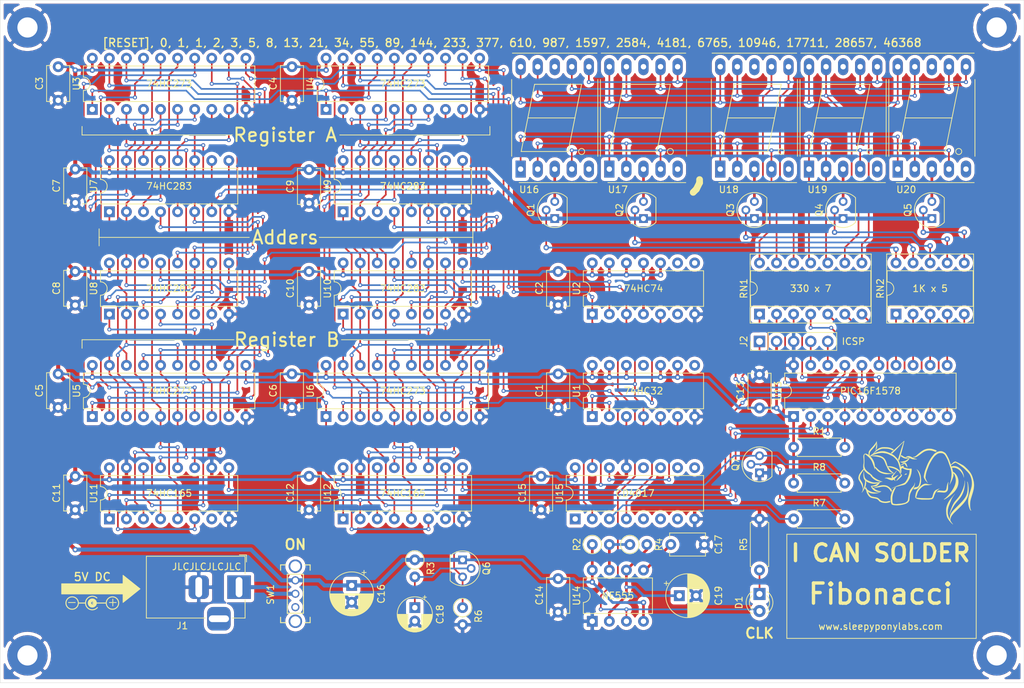
<source format=kicad_pcb>
(kicad_pcb (version 20171130) (host pcbnew "(5.1.10)-1")
  (title_block (title "I Can Solder Fibonacci THT") (date 2021-11-18) (rev 1) (company "Sleepy Pony Labs"))
  (layers (0 F.Cu signal) (31 B.Cu signal) (34 B.Paste user) (35 F.Paste user) (36 B.SilkS user) (37 F.SilkS user) (38 B.Mask user) (39 F.Mask user) (44 Edge.Cuts user))
  (net 0 "")
  (net 1 GND)
  (net 2 +5V)
  (net 3 "Net-(C17-Pad1)")
  (net 4 "Net-(C18-Pad1)")
  (net 5 "Net-(C19-Pad1)")
  (net 6 /control/CLK)
  (net 7 "Net-(D1-Pad1)")
  (net 8 "Net-(J1-Pad1)")
  (net 9 "Net-(J2-Pad5)")
  (net 10 "Net-(J2-Pad4)")
  (net 11 "Net-(J2-Pad1)")
  (net 12 "Net-(Q1-Pad3)")
  (net 13 CA1)
  (net 14 "Net-(Q2-Pad3)")
  (net 15 CA3)
  (net 16 "Net-(Q3-Pad3)")
  (net 17 CA2)
  (net 18 "Net-(Q4-Pad3)")
  (net 19 CA4)
  (net 20 "Net-(Q5-Pad3)")
  (net 21 CA5)
  (net 22 M_RST)
  (net 23 /register_adder/~RST)
  (net 24 "Net-(Q7-Pad2)")
  (net 25 "Net-(R2-Pad2)")
  (net 26 "Net-(R7-Pad1)")
  (net 27 SEG_B)
  (net 28 SEG_A)
  (net 29 AN_2)
  (net 30 AN_1)
  (net 31 "Net-(SW1-Pad1)")
  (net 32 "Net-(U1-Pad6)")
  (net 33 STATE_RUN)
  (net 34 "Net-(U1-Pad11)")
  (net 35 "Net-(U1-Pad3)")
  (net 36 "Net-(U1-Pad8)")
  (net 37 OVF_NX)
  (net 38 "Net-(U2-Pad6)")
  (net 39 "Net-(U2-Pad9)")
  (net 40 /control/OVF)
  (net 41 "Net-(U2-Pad8)")
  (net 42 /register_adder/A7)
  (net 43 /register_adder/A3)
  (net 44 /display/B7)
  (net 45 /display/B3)
  (net 46 /display/B6)
  (net 47 /display/B2)
  (net 48 /register_adder/A6)
  (net 49 /register_adder/A2)
  (net 50 /register_adder/A5)
  (net 51 /register_adder/A1)
  (net 52 /display/B5)
  (net 53 /display/B1)
  (net 54 /display/B4)
  (net 55 /display/B0)
  (net 56 /register_adder/A4)
  (net 57 /register_adder/A0)
  (net 58 /register_adder/A15)
  (net 59 /register_adder/A11)
  (net 60 /display/B15)
  (net 61 /display/B11)
  (net 62 /display/B14)
  (net 63 /display/B10)
  (net 64 /register_adder/A14)
  (net 65 /register_adder/A10)
  (net 66 /register_adder/A13)
  (net 67 /register_adder/A9)
  (net 68 /display/B13)
  (net 69 /display/B9)
  (net 70 /display/B12)
  (net 71 /display/B8)
  (net 72 /register_adder/A12)
  (net 73 /register_adder/A8)
  (net 74 /register_adder/S7)
  (net 75 /register_adder/S3)
  (net 76 /register_adder/S6)
  (net 77 /register_adder/S2)
  (net 78 /register_adder/S5)
  (net 79 /register_adder/S1)
  (net 80 /register_adder/S4)
  (net 81 /register_adder/S0)
  (net 82 /register_adder/S15)
  (net 83 /register_adder/S11)
  (net 84 /register_adder/S14)
  (net 85 /register_adder/S10)
  (net 86 /register_adder/S13)
  (net 87 /register_adder/S9)
  (net 88 /register_adder/S12)
  (net 89 /register_adder/S8)
  (net 90 /register_adder/INIT)
  (net 91 "Net-(U7-Pad9)")
  (net 92 "Net-(U8-Pad9)")
  (net 93 "Net-(U10-Pad7)")
  (net 94 /display/G)
  (net 95 /display/F)
  (net 96 /display/A)
  (net 97 /display/B)
  (net 98 /display/C)
  (net 99 /display/D)
  (net 100 /display/E)
  (net 101 "Net-(U15-Pad5)")
  (net 102 SHIFT_CLK)
  (net 103 ~PL)
  (net 104 INPUT)
  (net 105 SEG_G)
  (net 106 SEG_D)
  (net 107 SEG_E)
  (net 108 SEG_F)
  (net 109 SEG_C)
  (net 110 AN_5)
  (net 111 AN_4)
  (net 112 AN_3)
  (net 113 "Net-(U20-Pad5)")
  (net 114 "Net-(U11-Pad7)")
  (net 115 "Net-(U11-Pad9)")
  (net 116 "Net-(U12-Pad7)")
  (net 117 "Net-(U15-Pad7)")
  (net 118 "Net-(U15-Pad6)")
  (net 119 "Net-(U15-Pad12)")
  (net 120 "Net-(U15-Pad11)")
  (net 121 "Net-(U15-Pad10)")
  (net 122 "Net-(U15-Pad9)")
  (net 123 "Net-(U15-Pad1)")
  (net 124 "Net-(U16-Pad5)")
  (net 125 "Net-(U16-Pad8)")
  (net 126 "Net-(U17-Pad5)")
  (net 127 "Net-(U17-Pad8)")
  (net 128 "Net-(U18-Pad5)")
  (net 129 "Net-(U18-Pad8)")
  (net 130 "Net-(U19-Pad5)")
  (net 131 "Net-(U19-Pad8)")
  (net 132 "Net-(U20-Pad8)")
  (module Package_TO_SOT_THT:TO-92 (layer F.Cu) (at 138.43 121.158 90)
    (fp_text reference Q7 (at 1.27 -3.56 90) (layer F.SilkS))
    (fp_text value PN2222A)
    (pad 1 thru_hole rect (at 0 0 180) (size 1.3 1.3) (drill 0.75) (layers *.Cu *.Mask) (net 1 GND))
    (pad 3 thru_hole circle (at 2.54 0 180) (size 1.3 1.3) (drill 0.75) (layers *.Cu *.Mask) (net 23 /register_adder/~RST))
    (pad 2 thru_hole circle (at 1.27 -1.27 180) (size 1.3 1.3) (drill 0.75) (layers *.Cu *.Mask) (net 24 "Net-(Q7-Pad2)"))
  )
  (module Package_TO_SOT_THT:TO-92 (layer F.Cu) (at 94.234 134.112 270)
    (fp_text reference Q6 (at 1.27 -3.56 90) (layer F.SilkS))
    (fp_text value 2N2907)
    (pad 1 thru_hole rect (at 0 0) (size 1.3 1.3) (drill 0.75) (layers *.Cu *.Mask) (net 2 +5V))
    (pad 3 thru_hole circle (at 2.54 0) (size 1.3 1.3) (drill 0.75) (layers *.Cu *.Mask) (net 22 M_RST))
    (pad 2 thru_hole circle (at 1.27 -1.27) (size 1.3 1.3) (drill 0.75) (layers *.Cu *.Mask) (net 4 "Net-(C18-Pad1)"))
  )
  (module Package_TO_SOT_THT:TO-92 (layer F.Cu) (at 164.084 83.312 90)
    (fp_text reference Q5 (at 1.27 -3.56 90) (layer F.SilkS))
    (fp_text value 2N2907)
    (pad 1 thru_hole rect (at 0 0 180) (size 1.3 1.3) (drill 0.75) (layers *.Cu *.Mask) (net 2 +5V))
    (pad 3 thru_hole circle (at 2.54 0 180) (size 1.3 1.3) (drill 0.75) (layers *.Cu *.Mask) (net 20 "Net-(Q5-Pad3)"))
    (pad 2 thru_hole circle (at 1.27 -1.27 180) (size 1.3 1.3) (drill 0.75) (layers *.Cu *.Mask) (net 21 CA5))
  )
  (module Package_TO_SOT_THT:TO-92 (layer F.Cu) (at 150.876 83.312 90)
    (fp_text reference Q4 (at 1.27 -3.56 90) (layer F.SilkS))
    (fp_text value 2N2907)
    (pad 1 thru_hole rect (at 0 0 180) (size 1.3 1.3) (drill 0.75) (layers *.Cu *.Mask) (net 2 +5V))
    (pad 3 thru_hole circle (at 2.54 0 180) (size 1.3 1.3) (drill 0.75) (layers *.Cu *.Mask) (net 18 "Net-(Q4-Pad3)"))
    (pad 2 thru_hole circle (at 1.27 -1.27 180) (size 1.3 1.3) (drill 0.75) (layers *.Cu *.Mask) (net 19 CA4))
  )
  (module Package_TO_SOT_THT:TO-92 (layer F.Cu) (at 137.668 83.312 90)
    (fp_text reference Q3 (at 1.27 -3.56 90) (layer F.SilkS))
    (fp_text value 2N2907)
    (pad 1 thru_hole rect (at 0 0 180) (size 1.3 1.3) (drill 0.75) (layers *.Cu *.Mask) (net 2 +5V))
    (pad 3 thru_hole circle (at 2.54 0 180) (size 1.3 1.3) (drill 0.75) (layers *.Cu *.Mask) (net 16 "Net-(Q3-Pad3)"))
    (pad 2 thru_hole circle (at 1.27 -1.27 180) (size 1.3 1.3) (drill 0.75) (layers *.Cu *.Mask) (net 15 CA3))
  )
  (module Package_TO_SOT_THT:TO-92 (layer F.Cu) (at 121.158 83.312 90)
    (fp_text reference Q2 (at 1.27 -3.56 90) (layer F.SilkS))
    (fp_text value 2N2907)
    (pad 1 thru_hole rect (at 0 0 180) (size 1.3 1.3) (drill 0.75) (layers *.Cu *.Mask) (net 2 +5V))
    (pad 3 thru_hole circle (at 2.54 0 180) (size 1.3 1.3) (drill 0.75) (layers *.Cu *.Mask) (net 14 "Net-(Q2-Pad3)"))
    (pad 2 thru_hole circle (at 1.27 -1.27 180) (size 1.3 1.3) (drill 0.75) (layers *.Cu *.Mask) (net 17 CA2))
  )
  (module Package_TO_SOT_THT:TO-92 (layer F.Cu) (at 107.95 83.312 90)
    (fp_text reference Q1 (at 1.27 -3.56 90) (layer F.SilkS))
    (fp_text value 2N2907)
    (pad 1 thru_hole rect (at 0 0 180) (size 1.3 1.3) (drill 0.75) (layers *.Cu *.Mask) (net 2 +5V))
    (pad 3 thru_hole circle (at 2.54 0 180) (size 1.3 1.3) (drill 0.75) (layers *.Cu *.Mask) (net 12 "Net-(Q1-Pad3)"))
    (pad 2 thru_hole circle (at 1.27 -1.27 180) (size 1.3 1.3) (drill 0.75) (layers *.Cu *.Mask) (net 13 CA1))
  )
  (module MountingHole:MountingHole_3mm_Pad (layer F.Cu) (at 173.736 148.336)
    (fp_text reference H4 hide)
    (fp_text value M3)
    (pad 1 thru_hole circle (at 0 0) (size 6 6) (drill 3) (layers *.Cu *.Mask) (net 1 GND))
  )
  (module MountingHole:MountingHole_3mm_Pad (layer F.Cu) (at 29.464 148.336)
    (fp_text reference H3 hide)
    (fp_text value M3)
    (pad 1 thru_hole circle (at 0 0) (size 6 6) (drill 3) (layers *.Cu *.Mask) (net 1 GND))
  )
  (module MountingHole:MountingHole_3mm_Pad (layer F.Cu) (at 173.736 54.864)
    (fp_text reference H2 hide)
    (fp_text value M3)
    (pad 1 thru_hole circle (at 0 0) (size 6 6) (drill 3) (layers *.Cu *.Mask) (net 1 GND))
  )
  (module MountingHole:MountingHole_3mm_Pad (layer F.Cu) (at 29.464 54.864)
    (fp_text reference H1 hide)
    (fp_text value M3)
    (pad 1 thru_hole circle (at 0 0) (size 6 6) (drill 3) (layers *.Cu *.Mask) (net 1 GND))
  )
  (module Package_DIP:DIP-20_W7.62mm (layer F.Cu) (at 143.51 112.776 90)
    (fp_text reference U13 (at 3.81 -2.33 90) (layer F.SilkS))
    (fp_text value PIC16F1578)
    (pad 20 thru_hole oval (at 7.62 0 90) (size 1.6 1.6) (drill 0.8) (layers *.Cu *.Mask) (net 1 GND))
    (pad 10 thru_hole oval (at 0 22.86 90) (size 1.6 1.6) (drill 0.8) (layers *.Cu *.Mask) (net 111 AN_4))
    (pad 19 thru_hole oval (at 7.62 2.54 90) (size 1.6 1.6) (drill 0.8) (layers *.Cu *.Mask) (net 10 "Net-(J2-Pad4)"))
    (pad 9 thru_hole oval (at 0 20.32 90) (size 1.6 1.6) (drill 0.8) (layers *.Cu *.Mask) (net 29 AN_2))
    (pad 18 thru_hole oval (at 7.62 5.08 90) (size 1.6 1.6) (drill 0.8) (layers *.Cu *.Mask) (net 9 "Net-(J2-Pad5)"))
    (pad 8 thru_hole oval (at 0 17.78 90) (size 1.6 1.6) (drill 0.8) (layers *.Cu *.Mask) (net 105 SEG_G))
    (pad 17 thru_hole oval (at 7.62 7.62 90) (size 1.6 1.6) (drill 0.8) (layers *.Cu *.Mask) (net 104 INPUT))
    (pad 7 thru_hole oval (at 0 15.24 90) (size 1.6 1.6) (drill 0.8) (layers *.Cu *.Mask) (net 106 SEG_D))
    (pad 16 thru_hole oval (at 7.62 10.16 90) (size 1.6 1.6) (drill 0.8) (layers *.Cu *.Mask) (net 109 SEG_C))
    (pad 6 thru_hole oval (at 0 12.7 90) (size 1.6 1.6) (drill 0.8) (layers *.Cu *.Mask) (net 27 SEG_B))
    (pad 15 thru_hole oval (at 7.62 12.7 90) (size 1.6 1.6) (drill 0.8) (layers *.Cu *.Mask) (net 107 SEG_E))
    (pad 5 thru_hole oval (at 0 10.16 90) (size 1.6 1.6) (drill 0.8) (layers *.Cu *.Mask) (net 28 SEG_A))
    (pad 14 thru_hole oval (at 7.62 15.24 90) (size 1.6 1.6) (drill 0.8) (layers *.Cu *.Mask) (net 108 SEG_F))
    (pad 4 thru_hole oval (at 0 7.62 90) (size 1.6 1.6) (drill 0.8) (layers *.Cu *.Mask) (net 11 "Net-(J2-Pad1)"))
    (pad 13 thru_hole oval (at 7.62 17.78 90) (size 1.6 1.6) (drill 0.8) (layers *.Cu *.Mask) (net 30 AN_1))
    (pad 3 thru_hole oval (at 0 5.08 90) (size 1.6 1.6) (drill 0.8) (layers *.Cu *.Mask) (net 102 SHIFT_CLK))
    (pad 12 thru_hole oval (at 7.62 20.32 90) (size 1.6 1.6) (drill 0.8) (layers *.Cu *.Mask) (net 112 AN_3))
    (pad 2 thru_hole oval (at 0 2.54 90) (size 1.6 1.6) (drill 0.8) (layers *.Cu *.Mask) (net 103 ~PL))
    (pad 11 thru_hole oval (at 7.62 22.86 90) (size 1.6 1.6) (drill 0.8) (layers *.Cu *.Mask) (net 110 AN_5))
    (pad 1 thru_hole rect (at 0 0 90) (size 1.6 1.6) (drill 0.8) (layers *.Cu *.Mask) (net 2 +5V))
  )
  (module Symbol:Symbol_Barrel_Polarity (layer F.Cu) (at 39.116 140.462)
    (fp_text reference REF** hide)
    (fp_text value Symbol_Barrel_Polarity)
  )
  (module Connector_PinHeader_2.54mm:PinHeader_1x05_P2.54mm_Vertical (layer F.Cu) (at 138.43 101.6 90)
    (fp_text reference J2 (at 0 -2.33 90) (layer F.SilkS))
    (fp_text value ICSP)
    (pad 5 thru_hole oval (at 0 10.16 90) (size 1.7 1.7) (drill 1) (layers *.Cu *.Mask) (net 9 "Net-(J2-Pad5)"))
    (pad 4 thru_hole oval (at 0 7.62 90) (size 1.7 1.7) (drill 1) (layers *.Cu *.Mask) (net 10 "Net-(J2-Pad4)"))
    (pad 3 thru_hole oval (at 0 5.08 90) (size 1.7 1.7) (drill 1) (layers *.Cu *.Mask) (net 1 GND))
    (pad 2 thru_hole oval (at 0 2.54 90) (size 1.7 1.7) (drill 1) (layers *.Cu *.Mask) (net 2 +5V))
    (pad 1 thru_hole rect (at 0 0 90) (size 1.7 1.7) (drill 1) (layers *.Cu *.Mask) (net 11 "Net-(J2-Pad1)"))
  )
  (module sleepyLogo:sleepylogo_20mm (layer F.Cu) (at 162.052 121.92)
    (fp_text reference G*** hide)
    (fp_text value LOGO hide)
  )
  (module Resistor_THT:R_Axial_DIN0207_L6.3mm_D2.5mm_P2.54mm_Vertical (layer F.Cu) (at 94.234 141.224 270)
    (fp_text reference R6 (at 1.27 -2.37 90) (layer F.SilkS))
    (fp_text value 4k7)
    (pad 2 thru_hole oval (at 2.54 0 270) (size 1.6 1.6) (drill 0.8) (layers *.Cu *.Mask) (net 1 GND))
    (pad 1 thru_hole circle (at 0 0 270) (size 1.6 1.6) (drill 0.8) (layers *.Cu *.Mask) (net 22 M_RST))
  )
  (module Resistor_THT:R_Axial_DIN0207_L6.3mm_D2.5mm_P2.54mm_Vertical (layer F.Cu) (at 119.126 131.826)
    (fp_text reference R4 (at 4.318 0 90) (layer F.SilkS))
    (fp_text value 10k)
    (pad 2 thru_hole oval (at 2.54 0) (size 1.6 1.6) (drill 0.8) (layers *.Cu *.Mask) (net 5 "Net-(C19-Pad1)"))
    (pad 1 thru_hole circle (at 0 0) (size 1.6 1.6) (drill 0.8) (layers *.Cu *.Mask) (net 25 "Net-(R2-Pad2)"))
  )
  (module Resistor_THT:R_Axial_DIN0207_L6.3mm_D2.5mm_P2.54mm_Vertical (layer F.Cu) (at 87.122 134.112 270)
    (fp_text reference R3 (at 1.27 -2.37 90) (layer F.SilkS))
    (fp_text value 4k7)
    (pad 2 thru_hole oval (at 2.54 0 270) (size 1.6 1.6) (drill 0.8) (layers *.Cu *.Mask) (net 4 "Net-(C18-Pad1)"))
    (pad 1 thru_hole circle (at 0 0 270) (size 1.6 1.6) (drill 0.8) (layers *.Cu *.Mask) (net 2 +5V))
  )
  (module Resistor_THT:R_Axial_DIN0207_L6.3mm_D2.5mm_P2.54mm_Vertical (layer F.Cu) (at 113.538 131.826)
    (fp_text reference R2 (at -2.286 0 90) (layer F.SilkS))
    (fp_text value 10k)
    (pad 2 thru_hole oval (at 2.54 0) (size 1.6 1.6) (drill 0.8) (layers *.Cu *.Mask) (net 25 "Net-(R2-Pad2)"))
    (pad 1 thru_hole circle (at 0 0) (size 1.6 1.6) (drill 0.8) (layers *.Cu *.Mask) (net 2 +5V))
  )
  (module Package_DIP:DIP-14_W7.62mm_Socket (layer F.Cu) (at 138.43 97.536 90)
    (fp_text reference RN1 (at 3.81 -2.33 90) (layer F.SilkS))
    (fp_text value 330R)
    (pad 14 thru_hole oval (at 7.62 0 90) (size 1.6 1.6) (drill 0.8) (layers *.Cu *.Mask) (net 96 /display/A))
    (pad 7 thru_hole oval (at 0 15.24 90) (size 1.6 1.6) (drill 0.8) (layers *.Cu *.Mask) (net 105 SEG_G))
    (pad 13 thru_hole oval (at 7.62 2.54 90) (size 1.6 1.6) (drill 0.8) (layers *.Cu *.Mask) (net 98 /display/C))
    (pad 6 thru_hole oval (at 0 12.7 90) (size 1.6 1.6) (drill 0.8) (layers *.Cu *.Mask) (net 108 SEG_F))
    (pad 12 thru_hole oval (at 7.62 5.08 90) (size 1.6 1.6) (drill 0.8) (layers *.Cu *.Mask) (net 97 /display/B))
    (pad 5 thru_hole oval (at 0 10.16 90) (size 1.6 1.6) (drill 0.8) (layers *.Cu *.Mask) (net 106 SEG_D))
    (pad 11 thru_hole oval (at 7.62 7.62 90) (size 1.6 1.6) (drill 0.8) (layers *.Cu *.Mask) (net 100 /display/E))
    (pad 4 thru_hole oval (at 0 7.62 90) (size 1.6 1.6) (drill 0.8) (layers *.Cu *.Mask) (net 107 SEG_E))
    (pad 10 thru_hole oval (at 7.62 10.16 90) (size 1.6 1.6) (drill 0.8) (layers *.Cu *.Mask) (net 99 /display/D))
    (pad 3 thru_hole oval (at 0 5.08 90) (size 1.6 1.6) (drill 0.8) (layers *.Cu *.Mask) (net 27 SEG_B))
    (pad 9 thru_hole oval (at 7.62 12.7 90) (size 1.6 1.6) (drill 0.8) (layers *.Cu *.Mask) (net 95 /display/F))
    (pad 2 thru_hole oval (at 0 2.54 90) (size 1.6 1.6) (drill 0.8) (layers *.Cu *.Mask) (net 109 SEG_C))
    (pad 8 thru_hole oval (at 7.62 15.24 90) (size 1.6 1.6) (drill 0.8) (layers *.Cu *.Mask) (net 94 /display/G))
    (pad 1 thru_hole rect (at 0 0 90) (size 1.6 1.6) (drill 0.8) (layers *.Cu *.Mask) (net 28 SEG_A))
  )
  (module Package_DIP:DIP-10_W7.62mm_Socket (layer F.Cu) (at 158.75 97.536 90)
    (fp_text reference RN2 (at 3.81 -2.33 90) (layer F.SilkS))
    (fp_text value 1k)
    (pad 10 thru_hole oval (at 7.62 0 90) (size 1.6 1.6) (drill 0.8) (layers *.Cu *.Mask) (net 13 CA1))
    (pad 5 thru_hole oval (at 0 10.16 90) (size 1.6 1.6) (drill 0.8) (layers *.Cu *.Mask) (net 110 AN_5))
    (pad 9 thru_hole oval (at 7.62 2.54 90) (size 1.6 1.6) (drill 0.8) (layers *.Cu *.Mask) (net 17 CA2))
    (pad 4 thru_hole oval (at 0 7.62 90) (size 1.6 1.6) (drill 0.8) (layers *.Cu *.Mask) (net 111 AN_4))
    (pad 8 thru_hole oval (at 7.62 5.08 90) (size 1.6 1.6) (drill 0.8) (layers *.Cu *.Mask) (net 15 CA3))
    (pad 3 thru_hole oval (at 0 5.08 90) (size 1.6 1.6) (drill 0.8) (layers *.Cu *.Mask) (net 112 AN_3))
    (pad 7 thru_hole oval (at 7.62 7.62 90) (size 1.6 1.6) (drill 0.8) (layers *.Cu *.Mask) (net 19 CA4))
    (pad 2 thru_hole oval (at 0 2.54 90) (size 1.6 1.6) (drill 0.8) (layers *.Cu *.Mask) (net 29 AN_2))
    (pad 6 thru_hole oval (at 7.62 10.16 90) (size 1.6 1.6) (drill 0.8) (layers *.Cu *.Mask) (net 21 CA5))
    (pad 1 thru_hole rect (at 0 0 90) (size 1.6 1.6) (drill 0.8) (layers *.Cu *.Mask) (net 30 AN_1))
  )
  (module Package_DIP:DIP-16_W7.62mm (layer F.Cu) (at 110.998 128.016 90)
    (fp_text reference U15 (at 3.81 -2.33 90) (layer F.SilkS))
    (fp_text value 4017)
    (pad 16 thru_hole oval (at 7.62 0 90) (size 1.6 1.6) (drill 0.8) (layers *.Cu *.Mask) (net 2 +5V))
    (pad 8 thru_hole oval (at 0 17.78 90) (size 1.6 1.6) (drill 0.8) (layers *.Cu *.Mask) (net 1 GND))
    (pad 15 thru_hole oval (at 7.62 2.54 90) (size 1.6 1.6) (drill 0.8) (layers *.Cu *.Mask) (net 35 "Net-(U1-Pad3)"))
    (pad 7 thru_hole oval (at 0 15.24 90) (size 1.6 1.6) (drill 0.8) (layers *.Cu *.Mask) (net 117 "Net-(U15-Pad7)"))
    (pad 14 thru_hole oval (at 7.62 5.08 90) (size 1.6 1.6) (drill 0.8) (layers *.Cu *.Mask) (net 32 "Net-(U1-Pad6)"))
    (pad 6 thru_hole oval (at 0 12.7 90) (size 1.6 1.6) (drill 0.8) (layers *.Cu *.Mask) (net 118 "Net-(U15-Pad6)"))
    (pad 13 thru_hole oval (at 7.62 7.62 90) (size 1.6 1.6) (drill 0.8) (layers *.Cu *.Mask) (net 1 GND))
    (pad 5 thru_hole oval (at 0 10.16 90) (size 1.6 1.6) (drill 0.8) (layers *.Cu *.Mask) (net 101 "Net-(U15-Pad5)"))
    (pad 12 thru_hole oval (at 7.62 10.16 90) (size 1.6 1.6) (drill 0.8) (layers *.Cu *.Mask) (net 119 "Net-(U15-Pad12)"))
    (pad 4 thru_hole oval (at 0 7.62 90) (size 1.6 1.6) (drill 0.8) (layers *.Cu *.Mask) (net 33 STATE_RUN))
    (pad 11 thru_hole oval (at 7.62 12.7 90) (size 1.6 1.6) (drill 0.8) (layers *.Cu *.Mask) (net 120 "Net-(U15-Pad11)"))
    (pad 3 thru_hole oval (at 0 5.08 90) (size 1.6 1.6) (drill 0.8) (layers *.Cu *.Mask) (net 26 "Net-(R7-Pad1)"))
    (pad 10 thru_hole oval (at 7.62 15.24 90) (size 1.6 1.6) (drill 0.8) (layers *.Cu *.Mask) (net 121 "Net-(U15-Pad10)"))
    (pad 2 thru_hole oval (at 0 2.54 90) (size 1.6 1.6) (drill 0.8) (layers *.Cu *.Mask) (net 90 /register_adder/INIT))
    (pad 9 thru_hole oval (at 7.62 17.78 90) (size 1.6 1.6) (drill 0.8) (layers *.Cu *.Mask) (net 122 "Net-(U15-Pad9)"))
    (pad 1 thru_hole rect (at 0 0 90) (size 1.6 1.6) (drill 0.8) (layers *.Cu *.Mask) (net 123 "Net-(U15-Pad1)"))
  )
  (module Package_DIP:DIP-8_W7.62mm (layer F.Cu) (at 113.538 143.256 90)
    (fp_text reference U14 (at 3.81 -2.33 90) (layer F.SilkS))
    (fp_text value NE555P)
    (pad 8 thru_hole oval (at 7.62 0 90) (size 1.6 1.6) (drill 0.8) (layers *.Cu *.Mask) (net 2 +5V))
    (pad 4 thru_hole oval (at 0 7.62 90) (size 1.6 1.6) (drill 0.8) (layers *.Cu *.Mask) (net 2 +5V))
    (pad 7 thru_hole oval (at 7.62 2.54 90) (size 1.6 1.6) (drill 0.8) (layers *.Cu *.Mask) (net 25 "Net-(R2-Pad2)"))
    (pad 3 thru_hole oval (at 0 5.08 90) (size 1.6 1.6) (drill 0.8) (layers *.Cu *.Mask) (net 6 /control/CLK))
    (pad 6 thru_hole oval (at 7.62 5.08 90) (size 1.6 1.6) (drill 0.8) (layers *.Cu *.Mask) (net 5 "Net-(C19-Pad1)"))
    (pad 2 thru_hole oval (at 0 2.54 90) (size 1.6 1.6) (drill 0.8) (layers *.Cu *.Mask) (net 5 "Net-(C19-Pad1)"))
    (pad 5 thru_hole oval (at 7.62 7.62 90) (size 1.6 1.6) (drill 0.8) (layers *.Cu *.Mask) (net 3 "Net-(C17-Pad1)"))
    (pad 1 thru_hole rect (at 0 0 90) (size 1.6 1.6) (drill 0.8) (layers *.Cu *.Mask) (net 1 GND))
  )
  (module Package_DIP:DIP-16_W7.62mm (layer F.Cu) (at 76.454 128.016 90)
    (fp_text reference U12 (at 3.81 -2.33 90) (layer F.SilkS))
    (fp_text value 74HC165)
    (pad 16 thru_hole oval (at 7.62 0 90) (size 1.6 1.6) (drill 0.8) (layers *.Cu *.Mask) (net 2 +5V))
    (pad 8 thru_hole oval (at 0 17.78 90) (size 1.6 1.6) (drill 0.8) (layers *.Cu *.Mask) (net 1 GND))
    (pad 15 thru_hole oval (at 7.62 2.54 90) (size 1.6 1.6) (drill 0.8) (layers *.Cu *.Mask) (net 1 GND))
    (pad 7 thru_hole oval (at 0 15.24 90) (size 1.6 1.6) (drill 0.8) (layers *.Cu *.Mask) (net 116 "Net-(U12-Pad7)"))
    (pad 14 thru_hole oval (at 7.62 5.08 90) (size 1.6 1.6) (drill 0.8) (layers *.Cu *.Mask) (net 61 /display/B11))
    (pad 6 thru_hole oval (at 0 12.7 90) (size 1.6 1.6) (drill 0.8) (layers *.Cu *.Mask) (net 60 /display/B15))
    (pad 13 thru_hole oval (at 7.62 7.62 90) (size 1.6 1.6) (drill 0.8) (layers *.Cu *.Mask) (net 63 /display/B10))
    (pad 5 thru_hole oval (at 0 10.16 90) (size 1.6 1.6) (drill 0.8) (layers *.Cu *.Mask) (net 62 /display/B14))
    (pad 12 thru_hole oval (at 7.62 10.16 90) (size 1.6 1.6) (drill 0.8) (layers *.Cu *.Mask) (net 69 /display/B9))
    (pad 4 thru_hole oval (at 0 7.62 90) (size 1.6 1.6) (drill 0.8) (layers *.Cu *.Mask) (net 68 /display/B13))
    (pad 11 thru_hole oval (at 7.62 12.7 90) (size 1.6 1.6) (drill 0.8) (layers *.Cu *.Mask) (net 71 /display/B8))
    (pad 3 thru_hole oval (at 0 5.08 90) (size 1.6 1.6) (drill 0.8) (layers *.Cu *.Mask) (net 70 /display/B12))
    (pad 10 thru_hole oval (at 7.62 15.24 90) (size 1.6 1.6) (drill 0.8) (layers *.Cu *.Mask) (net 115 "Net-(U11-Pad9)"))
    (pad 2 thru_hole oval (at 0 2.54 90) (size 1.6 1.6) (drill 0.8) (layers *.Cu *.Mask) (net 102 SHIFT_CLK))
    (pad 9 thru_hole oval (at 7.62 17.78 90) (size 1.6 1.6) (drill 0.8) (layers *.Cu *.Mask) (net 104 INPUT))
    (pad 1 thru_hole rect (at 0 0 90) (size 1.6 1.6) (drill 0.8) (layers *.Cu *.Mask) (net 103 ~PL))
  )
  (module Package_DIP:DIP-16_W7.62mm (layer F.Cu) (at 41.656 128.016 90)
    (fp_text reference U11 (at 3.81 -2.33 90) (layer F.SilkS))
    (fp_text value 74HC165)
    (pad 16 thru_hole oval (at 7.62 0 90) (size 1.6 1.6) (drill 0.8) (layers *.Cu *.Mask) (net 2 +5V))
    (pad 8 thru_hole oval (at 0 17.78 90) (size 1.6 1.6) (drill 0.8) (layers *.Cu *.Mask) (net 1 GND))
    (pad 15 thru_hole oval (at 7.62 2.54 90) (size 1.6 1.6) (drill 0.8) (layers *.Cu *.Mask) (net 1 GND))
    (pad 7 thru_hole oval (at 0 15.24 90) (size 1.6 1.6) (drill 0.8) (layers *.Cu *.Mask) (net 114 "Net-(U11-Pad7)"))
    (pad 14 thru_hole oval (at 7.62 5.08 90) (size 1.6 1.6) (drill 0.8) (layers *.Cu *.Mask) (net 45 /display/B3))
    (pad 6 thru_hole oval (at 0 12.7 90) (size 1.6 1.6) (drill 0.8) (layers *.Cu *.Mask) (net 44 /display/B7))
    (pad 13 thru_hole oval (at 7.62 7.62 90) (size 1.6 1.6) (drill 0.8) (layers *.Cu *.Mask) (net 47 /display/B2))
    (pad 5 thru_hole oval (at 0 10.16 90) (size 1.6 1.6) (drill 0.8) (layers *.Cu *.Mask) (net 46 /display/B6))
    (pad 12 thru_hole oval (at 7.62 10.16 90) (size 1.6 1.6) (drill 0.8) (layers *.Cu *.Mask) (net 53 /display/B1))
    (pad 4 thru_hole oval (at 0 7.62 90) (size 1.6 1.6) (drill 0.8) (layers *.Cu *.Mask) (net 52 /display/B5))
    (pad 11 thru_hole oval (at 7.62 12.7 90) (size 1.6 1.6) (drill 0.8) (layers *.Cu *.Mask) (net 55 /display/B0))
    (pad 3 thru_hole oval (at 0 5.08 90) (size 1.6 1.6) (drill 0.8) (layers *.Cu *.Mask) (net 54 /display/B4))
    (pad 10 thru_hole oval (at 7.62 15.24 90) (size 1.6 1.6) (drill 0.8) (layers *.Cu *.Mask) (net 1 GND))
    (pad 2 thru_hole oval (at 0 2.54 90) (size 1.6 1.6) (drill 0.8) (layers *.Cu *.Mask) (net 102 SHIFT_CLK))
    (pad 9 thru_hole oval (at 7.62 17.78 90) (size 1.6 1.6) (drill 0.8) (layers *.Cu *.Mask) (net 115 "Net-(U11-Pad9)"))
    (pad 1 thru_hole rect (at 0 0 90) (size 1.6 1.6) (drill 0.8) (layers *.Cu *.Mask) (net 103 ~PL))
  )
  (module Display_7Segment:7SegmentLED_LTS6760_LTS6780 (layer F.Cu) (at 159.004 75.946 90)
    (fp_text reference U20 (at -3.048 1.27 180) (layer F.SilkS))
    (fp_text value "7SEG CA")
    (pad 1 thru_hole rect (at 0 0) (size 1.524 2.524) (drill 0.8) (layers *.Cu *.Mask) (net 100 /display/E))
    (pad 2 thru_hole oval (at 0 2.54) (size 1.524 2.524) (drill 0.8) (layers *.Cu *.Mask) (net 99 /display/D))
    (pad 3 thru_hole oval (at 0 5.08) (size 1.524 2.524) (drill 0.8) (layers *.Cu *.Mask) (net 20 "Net-(Q5-Pad3)"))
    (pad 4 thru_hole oval (at 0 7.62) (size 1.524 2.524) (drill 0.8) (layers *.Cu *.Mask) (net 98 /display/C))
    (pad 5 thru_hole oval (at 0 10.16) (size 1.524 2.524) (drill 0.8) (layers *.Cu *.Mask) (net 113 "Net-(U20-Pad5)"))
    (pad 6 thru_hole oval (at 15.24 10.16) (size 1.524 2.524) (drill 0.8) (layers *.Cu *.Mask) (net 97 /display/B))
    (pad 7 thru_hole oval (at 15.24 7.62) (size 1.524 2.524) (drill 0.8) (layers *.Cu *.Mask) (net 96 /display/A))
    (pad 8 thru_hole oval (at 15.24 5.08) (size 1.524 2.524) (drill 0.8) (layers *.Cu *.Mask) (net 132 "Net-(U20-Pad8)"))
    (pad 9 thru_hole oval (at 15.24 2.54) (size 1.524 2.524) (drill 0.8) (layers *.Cu *.Mask) (net 95 /display/F))
    (pad 10 thru_hole oval (at 15.24 0) (size 1.524 2.524) (drill 0.8) (layers *.Cu *.Mask) (net 94 /display/G))
  )
  (module Display_7Segment:7SegmentLED_LTS6760_LTS6780 (layer F.Cu) (at 145.796 75.946 90)
    (fp_text reference U19 (at -3.048 1.27 180) (layer F.SilkS))
    (fp_text value "7SEG CA")
    (pad 1 thru_hole rect (at 0 0) (size 1.524 2.524) (drill 0.8) (layers *.Cu *.Mask) (net 100 /display/E))
    (pad 2 thru_hole oval (at 0 2.54) (size 1.524 2.524) (drill 0.8) (layers *.Cu *.Mask) (net 99 /display/D))
    (pad 3 thru_hole oval (at 0 5.08) (size 1.524 2.524) (drill 0.8) (layers *.Cu *.Mask) (net 18 "Net-(Q4-Pad3)"))
    (pad 4 thru_hole oval (at 0 7.62) (size 1.524 2.524) (drill 0.8) (layers *.Cu *.Mask) (net 98 /display/C))
    (pad 5 thru_hole oval (at 0 10.16) (size 1.524 2.524) (drill 0.8) (layers *.Cu *.Mask) (net 130 "Net-(U19-Pad5)"))
    (pad 6 thru_hole oval (at 15.24 10.16) (size 1.524 2.524) (drill 0.8) (layers *.Cu *.Mask) (net 97 /display/B))
    (pad 7 thru_hole oval (at 15.24 7.62) (size 1.524 2.524) (drill 0.8) (layers *.Cu *.Mask) (net 96 /display/A))
    (pad 8 thru_hole oval (at 15.24 5.08) (size 1.524 2.524) (drill 0.8) (layers *.Cu *.Mask) (net 131 "Net-(U19-Pad8)"))
    (pad 9 thru_hole oval (at 15.24 2.54) (size 1.524 2.524) (drill 0.8) (layers *.Cu *.Mask) (net 95 /display/F))
    (pad 10 thru_hole oval (at 15.24 0) (size 1.524 2.524) (drill 0.8) (layers *.Cu *.Mask) (net 94 /display/G))
  )
  (module Display_7Segment:7SegmentLED_LTS6760_LTS6780 (layer F.Cu) (at 132.588 75.946 90)
    (fp_text reference U18 (at -3.048 1.27 180) (layer F.SilkS))
    (fp_text value "7SEG CA")
    (pad 1 thru_hole rect (at 0 0) (size 1.524 2.524) (drill 0.8) (layers *.Cu *.Mask) (net 100 /display/E))
    (pad 2 thru_hole oval (at 0 2.54) (size 1.524 2.524) (drill 0.8) (layers *.Cu *.Mask) (net 99 /display/D))
    (pad 3 thru_hole oval (at 0 5.08) (size 1.524 2.524) (drill 0.8) (layers *.Cu *.Mask) (net 16 "Net-(Q3-Pad3)"))
    (pad 4 thru_hole oval (at 0 7.62) (size 1.524 2.524) (drill 0.8) (layers *.Cu *.Mask) (net 98 /display/C))
    (pad 5 thru_hole oval (at 0 10.16) (size 1.524 2.524) (drill 0.8) (layers *.Cu *.Mask) (net 128 "Net-(U18-Pad5)"))
    (pad 6 thru_hole oval (at 15.24 10.16) (size 1.524 2.524) (drill 0.8) (layers *.Cu *.Mask) (net 97 /display/B))
    (pad 7 thru_hole oval (at 15.24 7.62) (size 1.524 2.524) (drill 0.8) (layers *.Cu *.Mask) (net 96 /display/A))
    (pad 8 thru_hole oval (at 15.24 5.08) (size 1.524 2.524) (drill 0.8) (layers *.Cu *.Mask) (net 129 "Net-(U18-Pad8)"))
    (pad 9 thru_hole oval (at 15.24 2.54) (size 1.524 2.524) (drill 0.8) (layers *.Cu *.Mask) (net 95 /display/F))
    (pad 10 thru_hole oval (at 15.24 0) (size 1.524 2.524) (drill 0.8) (layers *.Cu *.Mask) (net 94 /display/G))
  )
  (module Display_7Segment:7SegmentLED_LTS6760_LTS6780 (layer F.Cu) (at 116.078 75.946 90)
    (fp_text reference U17 (at -3.048 1.27 180) (layer F.SilkS))
    (fp_text value "7SEG CA")
    (pad 1 thru_hole rect (at 0 0) (size 1.524 2.524) (drill 0.8) (layers *.Cu *.Mask) (net 100 /display/E))
    (pad 2 thru_hole oval (at 0 2.54) (size 1.524 2.524) (drill 0.8) (layers *.Cu *.Mask) (net 99 /display/D))
    (pad 3 thru_hole oval (at 0 5.08) (size 1.524 2.524) (drill 0.8) (layers *.Cu *.Mask) (net 14 "Net-(Q2-Pad3)"))
    (pad 4 thru_hole oval (at 0 7.62) (size 1.524 2.524) (drill 0.8) (layers *.Cu *.Mask) (net 98 /display/C))
    (pad 5 thru_hole oval (at 0 10.16) (size 1.524 2.524) (drill 0.8) (layers *.Cu *.Mask) (net 126 "Net-(U17-Pad5)"))
    (pad 6 thru_hole oval (at 15.24 10.16) (size 1.524 2.524) (drill 0.8) (layers *.Cu *.Mask) (net 97 /display/B))
    (pad 7 thru_hole oval (at 15.24 7.62) (size 1.524 2.524) (drill 0.8) (layers *.Cu *.Mask) (net 96 /display/A))
    (pad 8 thru_hole oval (at 15.24 5.08) (size 1.524 2.524) (drill 0.8) (layers *.Cu *.Mask) (net 127 "Net-(U17-Pad8)"))
    (pad 9 thru_hole oval (at 15.24 2.54) (size 1.524 2.524) (drill 0.8) (layers *.Cu *.Mask) (net 95 /display/F))
    (pad 10 thru_hole oval (at 15.24 0) (size 1.524 2.524) (drill 0.8) (layers *.Cu *.Mask) (net 94 /display/G))
  )
  (module Display_7Segment:7SegmentLED_LTS6760_LTS6780 (layer F.Cu) (at 102.87 75.946 90)
    (fp_text reference U16 (at -3.048 1.27 180) (layer F.SilkS))
    (fp_text value "7SEG CA")
    (pad 1 thru_hole rect (at 0 0) (size 1.524 2.524) (drill 0.8) (layers *.Cu *.Mask) (net 100 /display/E))
    (pad 2 thru_hole oval (at 0 2.54) (size 1.524 2.524) (drill 0.8) (layers *.Cu *.Mask) (net 99 /display/D))
    (pad 3 thru_hole oval (at 0 5.08) (size 1.524 2.524) (drill 0.8) (layers *.Cu *.Mask) (net 12 "Net-(Q1-Pad3)"))
    (pad 4 thru_hole oval (at 0 7.62) (size 1.524 2.524) (drill 0.8) (layers *.Cu *.Mask) (net 98 /display/C))
    (pad 5 thru_hole oval (at 0 10.16) (size 1.524 2.524) (drill 0.8) (layers *.Cu *.Mask) (net 124 "Net-(U16-Pad5)"))
    (pad 6 thru_hole oval (at 15.24 10.16) (size 1.524 2.524) (drill 0.8) (layers *.Cu *.Mask) (net 97 /display/B))
    (pad 7 thru_hole oval (at 15.24 7.62) (size 1.524 2.524) (drill 0.8) (layers *.Cu *.Mask) (net 96 /display/A))
    (pad 8 thru_hole oval (at 15.24 5.08) (size 1.524 2.524) (drill 0.8) (layers *.Cu *.Mask) (net 125 "Net-(U16-Pad8)"))
    (pad 9 thru_hole oval (at 15.24 2.54) (size 1.524 2.524) (drill 0.8) (layers *.Cu *.Mask) (net 95 /display/F))
    (pad 10 thru_hole oval (at 15.24 0) (size 1.524 2.524) (drill 0.8) (layers *.Cu *.Mask) (net 94 /display/G))
  )
  (module Package_DIP:DIP-16_W7.62mm (layer F.Cu) (at 76.454 97.536 90)
    (fp_text reference U10 (at 3.81 -2.33 90) (layer F.SilkS))
    (fp_text value 74HC283)
    (pad 16 thru_hole oval (at 7.62 0 90) (size 1.6 1.6) (drill 0.8) (layers *.Cu *.Mask) (net 2 +5V))
    (pad 8 thru_hole oval (at 0 17.78 90) (size 1.6 1.6) (drill 0.8) (layers *.Cu *.Mask) (net 1 GND))
    (pad 15 thru_hole oval (at 7.62 2.54 90) (size 1.6 1.6) (drill 0.8) (layers *.Cu *.Mask) (net 62 /display/B14))
    (pad 7 thru_hole oval (at 0 15.24 90) (size 1.6 1.6) (drill 0.8) (layers *.Cu *.Mask) (net 93 "Net-(U10-Pad7)"))
    (pad 14 thru_hole oval (at 7.62 5.08 90) (size 1.6 1.6) (drill 0.8) (layers *.Cu *.Mask) (net 64 /register_adder/A14))
    (pad 6 thru_hole oval (at 0 12.7 90) (size 1.6 1.6) (drill 0.8) (layers *.Cu *.Mask) (net 70 /display/B12))
    (pad 13 thru_hole oval (at 7.62 7.62 90) (size 1.6 1.6) (drill 0.8) (layers *.Cu *.Mask) (net 84 /register_adder/S14))
    (pad 5 thru_hole oval (at 0 10.16 90) (size 1.6 1.6) (drill 0.8) (layers *.Cu *.Mask) (net 72 /register_adder/A12))
    (pad 12 thru_hole oval (at 7.62 10.16 90) (size 1.6 1.6) (drill 0.8) (layers *.Cu *.Mask) (net 58 /register_adder/A15))
    (pad 4 thru_hole oval (at 0 7.62 90) (size 1.6 1.6) (drill 0.8) (layers *.Cu *.Mask) (net 88 /register_adder/S12))
    (pad 11 thru_hole oval (at 7.62 12.7 90) (size 1.6 1.6) (drill 0.8) (layers *.Cu *.Mask) (net 60 /display/B15))
    (pad 3 thru_hole oval (at 0 5.08 90) (size 1.6 1.6) (drill 0.8) (layers *.Cu *.Mask) (net 66 /register_adder/A13))
    (pad 10 thru_hole oval (at 7.62 15.24 90) (size 1.6 1.6) (drill 0.8) (layers *.Cu *.Mask) (net 82 /register_adder/S15))
    (pad 2 thru_hole oval (at 0 2.54 90) (size 1.6 1.6) (drill 0.8) (layers *.Cu *.Mask) (net 68 /display/B13))
    (pad 9 thru_hole oval (at 7.62 17.78 90) (size 1.6 1.6) (drill 0.8) (layers *.Cu *.Mask) (net 40 /control/OVF))
    (pad 1 thru_hole rect (at 0 0 90) (size 1.6 1.6) (drill 0.8) (layers *.Cu *.Mask) (net 86 /register_adder/S13))
  )
  (module Package_DIP:DIP-16_W7.62mm (layer F.Cu) (at 76.454 82.296 90)
    (fp_text reference U9 (at 3.81 -2.33 90) (layer F.SilkS))
    (fp_text value 74HC283)
    (pad 16 thru_hole oval (at 7.62 0 90) (size 1.6 1.6) (drill 0.8) (layers *.Cu *.Mask) (net 2 +5V))
    (pad 8 thru_hole oval (at 0 17.78 90) (size 1.6 1.6) (drill 0.8) (layers *.Cu *.Mask) (net 1 GND))
    (pad 15 thru_hole oval (at 7.62 2.54 90) (size 1.6 1.6) (drill 0.8) (layers *.Cu *.Mask) (net 63 /display/B10))
    (pad 7 thru_hole oval (at 0 15.24 90) (size 1.6 1.6) (drill 0.8) (layers *.Cu *.Mask) (net 92 "Net-(U8-Pad9)"))
    (pad 14 thru_hole oval (at 7.62 5.08 90) (size 1.6 1.6) (drill 0.8) (layers *.Cu *.Mask) (net 65 /register_adder/A10))
    (pad 6 thru_hole oval (at 0 12.7 90) (size 1.6 1.6) (drill 0.8) (layers *.Cu *.Mask) (net 71 /display/B8))
    (pad 13 thru_hole oval (at 7.62 7.62 90) (size 1.6 1.6) (drill 0.8) (layers *.Cu *.Mask) (net 85 /register_adder/S10))
    (pad 5 thru_hole oval (at 0 10.16 90) (size 1.6 1.6) (drill 0.8) (layers *.Cu *.Mask) (net 73 /register_adder/A8))
    (pad 12 thru_hole oval (at 7.62 10.16 90) (size 1.6 1.6) (drill 0.8) (layers *.Cu *.Mask) (net 59 /register_adder/A11))
    (pad 4 thru_hole oval (at 0 7.62 90) (size 1.6 1.6) (drill 0.8) (layers *.Cu *.Mask) (net 89 /register_adder/S8))
    (pad 11 thru_hole oval (at 7.62 12.7 90) (size 1.6 1.6) (drill 0.8) (layers *.Cu *.Mask) (net 61 /display/B11))
    (pad 3 thru_hole oval (at 0 5.08 90) (size 1.6 1.6) (drill 0.8) (layers *.Cu *.Mask) (net 67 /register_adder/A9))
    (pad 10 thru_hole oval (at 7.62 15.24 90) (size 1.6 1.6) (drill 0.8) (layers *.Cu *.Mask) (net 83 /register_adder/S11))
    (pad 2 thru_hole oval (at 0 2.54 90) (size 1.6 1.6) (drill 0.8) (layers *.Cu *.Mask) (net 69 /display/B9))
    (pad 9 thru_hole oval (at 7.62 17.78 90) (size 1.6 1.6) (drill 0.8) (layers *.Cu *.Mask) (net 93 "Net-(U10-Pad7)"))
    (pad 1 thru_hole rect (at 0 0 90) (size 1.6 1.6) (drill 0.8) (layers *.Cu *.Mask) (net 87 /register_adder/S9))
  )
  (module Package_DIP:DIP-16_W7.62mm (layer F.Cu) (at 41.656 97.536 90)
    (fp_text reference U8 (at 3.81 -2.33 90) (layer F.SilkS))
    (fp_text value 74HC283)
    (pad 16 thru_hole oval (at 7.62 0 90) (size 1.6 1.6) (drill 0.8) (layers *.Cu *.Mask) (net 2 +5V))
    (pad 8 thru_hole oval (at 0 17.78 90) (size 1.6 1.6) (drill 0.8) (layers *.Cu *.Mask) (net 1 GND))
    (pad 15 thru_hole oval (at 7.62 2.54 90) (size 1.6 1.6) (drill 0.8) (layers *.Cu *.Mask) (net 46 /display/B6))
    (pad 7 thru_hole oval (at 0 15.24 90) (size 1.6 1.6) (drill 0.8) (layers *.Cu *.Mask) (net 91 "Net-(U7-Pad9)"))
    (pad 14 thru_hole oval (at 7.62 5.08 90) (size 1.6 1.6) (drill 0.8) (layers *.Cu *.Mask) (net 48 /register_adder/A6))
    (pad 6 thru_hole oval (at 0 12.7 90) (size 1.6 1.6) (drill 0.8) (layers *.Cu *.Mask) (net 54 /display/B4))
    (pad 13 thru_hole oval (at 7.62 7.62 90) (size 1.6 1.6) (drill 0.8) (layers *.Cu *.Mask) (net 76 /register_adder/S6))
    (pad 5 thru_hole oval (at 0 10.16 90) (size 1.6 1.6) (drill 0.8) (layers *.Cu *.Mask) (net 56 /register_adder/A4))
    (pad 12 thru_hole oval (at 7.62 10.16 90) (size 1.6 1.6) (drill 0.8) (layers *.Cu *.Mask) (net 42 /register_adder/A7))
    (pad 4 thru_hole oval (at 0 7.62 90) (size 1.6 1.6) (drill 0.8) (layers *.Cu *.Mask) (net 80 /register_adder/S4))
    (pad 11 thru_hole oval (at 7.62 12.7 90) (size 1.6 1.6) (drill 0.8) (layers *.Cu *.Mask) (net 44 /display/B7))
    (pad 3 thru_hole oval (at 0 5.08 90) (size 1.6 1.6) (drill 0.8) (layers *.Cu *.Mask) (net 50 /register_adder/A5))
    (pad 10 thru_hole oval (at 7.62 15.24 90) (size 1.6 1.6) (drill 0.8) (layers *.Cu *.Mask) (net 74 /register_adder/S7))
    (pad 2 thru_hole oval (at 0 2.54 90) (size 1.6 1.6) (drill 0.8) (layers *.Cu *.Mask) (net 52 /display/B5))
    (pad 9 thru_hole oval (at 7.62 17.78 90) (size 1.6 1.6) (drill 0.8) (layers *.Cu *.Mask) (net 92 "Net-(U8-Pad9)"))
    (pad 1 thru_hole rect (at 0 0 90) (size 1.6 1.6) (drill 0.8) (layers *.Cu *.Mask) (net 78 /register_adder/S5))
  )
  (module Package_DIP:DIP-16_W7.62mm (layer F.Cu) (at 41.656 82.296 90)
    (fp_text reference U7 (at 3.81 -2.33 90) (layer F.SilkS))
    (fp_text value 74HC283)
    (pad 16 thru_hole oval (at 7.62 0 90) (size 1.6 1.6) (drill 0.8) (layers *.Cu *.Mask) (net 2 +5V))
    (pad 8 thru_hole oval (at 0 17.78 90) (size 1.6 1.6) (drill 0.8) (layers *.Cu *.Mask) (net 1 GND))
    (pad 15 thru_hole oval (at 7.62 2.54 90) (size 1.6 1.6) (drill 0.8) (layers *.Cu *.Mask) (net 47 /display/B2))
    (pad 7 thru_hole oval (at 0 15.24 90) (size 1.6 1.6) (drill 0.8) (layers *.Cu *.Mask) (net 90 /register_adder/INIT))
    (pad 14 thru_hole oval (at 7.62 5.08 90) (size 1.6 1.6) (drill 0.8) (layers *.Cu *.Mask) (net 49 /register_adder/A2))
    (pad 6 thru_hole oval (at 0 12.7 90) (size 1.6 1.6) (drill 0.8) (layers *.Cu *.Mask) (net 55 /display/B0))
    (pad 13 thru_hole oval (at 7.62 7.62 90) (size 1.6 1.6) (drill 0.8) (layers *.Cu *.Mask) (net 77 /register_adder/S2))
    (pad 5 thru_hole oval (at 0 10.16 90) (size 1.6 1.6) (drill 0.8) (layers *.Cu *.Mask) (net 57 /register_adder/A0))
    (pad 12 thru_hole oval (at 7.62 10.16 90) (size 1.6 1.6) (drill 0.8) (layers *.Cu *.Mask) (net 43 /register_adder/A3))
    (pad 4 thru_hole oval (at 0 7.62 90) (size 1.6 1.6) (drill 0.8) (layers *.Cu *.Mask) (net 81 /register_adder/S0))
    (pad 11 thru_hole oval (at 7.62 12.7 90) (size 1.6 1.6) (drill 0.8) (layers *.Cu *.Mask) (net 45 /display/B3))
    (pad 3 thru_hole oval (at 0 5.08 90) (size 1.6 1.6) (drill 0.8) (layers *.Cu *.Mask) (net 51 /register_adder/A1))
    (pad 10 thru_hole oval (at 7.62 15.24 90) (size 1.6 1.6) (drill 0.8) (layers *.Cu *.Mask) (net 75 /register_adder/S3))
    (pad 2 thru_hole oval (at 0 2.54 90) (size 1.6 1.6) (drill 0.8) (layers *.Cu *.Mask) (net 53 /display/B1))
    (pad 9 thru_hole oval (at 7.62 17.78 90) (size 1.6 1.6) (drill 0.8) (layers *.Cu *.Mask) (net 91 "Net-(U7-Pad9)"))
    (pad 1 thru_hole rect (at 0 0 90) (size 1.6 1.6) (drill 0.8) (layers *.Cu *.Mask) (net 79 /register_adder/S1))
  )
  (module Package_DIP:DIP-20_W7.62mm (layer F.Cu) (at 73.914 112.776 90)
    (fp_text reference U6 (at 3.81 -2.33 90) (layer F.SilkS))
    (fp_text value 74HC273)
    (pad 20 thru_hole oval (at 7.62 0 90) (size 1.6 1.6) (drill 0.8) (layers *.Cu *.Mask) (net 2 +5V))
    (pad 10 thru_hole oval (at 0 22.86 90) (size 1.6 1.6) (drill 0.8) (layers *.Cu *.Mask) (net 1 GND))
    (pad 19 thru_hole oval (at 7.62 2.54 90) (size 1.6 1.6) (drill 0.8) (layers *.Cu *.Mask) (net 60 /display/B15))
    (pad 9 thru_hole oval (at 0 20.32 90) (size 1.6 1.6) (drill 0.8) (layers *.Cu *.Mask) (net 61 /display/B11))
    (pad 18 thru_hole oval (at 7.62 5.08 90) (size 1.6 1.6) (drill 0.8) (layers *.Cu *.Mask) (net 82 /register_adder/S15))
    (pad 8 thru_hole oval (at 0 17.78 90) (size 1.6 1.6) (drill 0.8) (layers *.Cu *.Mask) (net 83 /register_adder/S11))
    (pad 17 thru_hole oval (at 7.62 7.62 90) (size 1.6 1.6) (drill 0.8) (layers *.Cu *.Mask) (net 84 /register_adder/S14))
    (pad 7 thru_hole oval (at 0 15.24 90) (size 1.6 1.6) (drill 0.8) (layers *.Cu *.Mask) (net 85 /register_adder/S10))
    (pad 16 thru_hole oval (at 7.62 10.16 90) (size 1.6 1.6) (drill 0.8) (layers *.Cu *.Mask) (net 62 /display/B14))
    (pad 6 thru_hole oval (at 0 12.7 90) (size 1.6 1.6) (drill 0.8) (layers *.Cu *.Mask) (net 63 /display/B10))
    (pad 15 thru_hole oval (at 7.62 12.7 90) (size 1.6 1.6) (drill 0.8) (layers *.Cu *.Mask) (net 68 /display/B13))
    (pad 5 thru_hole oval (at 0 10.16 90) (size 1.6 1.6) (drill 0.8) (layers *.Cu *.Mask) (net 69 /display/B9))
    (pad 14 thru_hole oval (at 7.62 15.24 90) (size 1.6 1.6) (drill 0.8) (layers *.Cu *.Mask) (net 86 /register_adder/S13))
    (pad 4 thru_hole oval (at 0 7.62 90) (size 1.6 1.6) (drill 0.8) (layers *.Cu *.Mask) (net 87 /register_adder/S9))
    (pad 13 thru_hole oval (at 7.62 17.78 90) (size 1.6 1.6) (drill 0.8) (layers *.Cu *.Mask) (net 88 /register_adder/S12))
    (pad 3 thru_hole oval (at 0 5.08 90) (size 1.6 1.6) (drill 0.8) (layers *.Cu *.Mask) (net 89 /register_adder/S8))
    (pad 12 thru_hole oval (at 7.62 20.32 90) (size 1.6 1.6) (drill 0.8) (layers *.Cu *.Mask) (net 70 /display/B12))
    (pad 2 thru_hole oval (at 0 2.54 90) (size 1.6 1.6) (drill 0.8) (layers *.Cu *.Mask) (net 71 /display/B8))
    (pad 11 thru_hole oval (at 7.62 22.86 90) (size 1.6 1.6) (drill 0.8) (layers *.Cu *.Mask) (net 6 /control/CLK))
    (pad 1 thru_hole rect (at 0 0 90) (size 1.6 1.6) (drill 0.8) (layers *.Cu *.Mask) (net 23 /register_adder/~RST))
  )
  (module Package_DIP:DIP-20_W7.62mm (layer F.Cu) (at 39.116 112.776 90)
    (fp_text reference U5 (at 3.81 -2.33 90) (layer F.SilkS))
    (fp_text value 74HC273)
    (pad 20 thru_hole oval (at 7.62 0 90) (size 1.6 1.6) (drill 0.8) (layers *.Cu *.Mask) (net 2 +5V))
    (pad 10 thru_hole oval (at 0 22.86 90) (size 1.6 1.6) (drill 0.8) (layers *.Cu *.Mask) (net 1 GND))
    (pad 19 thru_hole oval (at 7.62 2.54 90) (size 1.6 1.6) (drill 0.8) (layers *.Cu *.Mask) (net 44 /display/B7))
    (pad 9 thru_hole oval (at 0 20.32 90) (size 1.6 1.6) (drill 0.8) (layers *.Cu *.Mask) (net 45 /display/B3))
    (pad 18 thru_hole oval (at 7.62 5.08 90) (size 1.6 1.6) (drill 0.8) (layers *.Cu *.Mask) (net 74 /register_adder/S7))
    (pad 8 thru_hole oval (at 0 17.78 90) (size 1.6 1.6) (drill 0.8) (layers *.Cu *.Mask) (net 75 /register_adder/S3))
    (pad 17 thru_hole oval (at 7.62 7.62 90) (size 1.6 1.6) (drill 0.8) (layers *.Cu *.Mask) (net 76 /register_adder/S6))
    (pad 7 thru_hole oval (at 0 15.24 90) (size 1.6 1.6) (drill 0.8) (layers *.Cu *.Mask) (net 77 /register_adder/S2))
    (pad 16 thru_hole oval (at 7.62 10.16 90) (size 1.6 1.6) (drill 0.8) (layers *.Cu *.Mask) (net 46 /display/B6))
    (pad 6 thru_hole oval (at 0 12.7 90) (size 1.6 1.6) (drill 0.8) (layers *.Cu *.Mask) (net 47 /display/B2))
    (pad 15 thru_hole oval (at 7.62 12.7 90) (size 1.6 1.6) (drill 0.8) (layers *.Cu *.Mask) (net 52 /display/B5))
    (pad 5 thru_hole oval (at 0 10.16 90) (size 1.6 1.6) (drill 0.8) (layers *.Cu *.Mask) (net 53 /display/B1))
    (pad 14 thru_hole oval (at 7.62 15.24 90) (size 1.6 1.6) (drill 0.8) (layers *.Cu *.Mask) (net 78 /register_adder/S5))
    (pad 4 thru_hole oval (at 0 7.62 90) (size 1.6 1.6) (drill 0.8) (layers *.Cu *.Mask) (net 79 /register_adder/S1))
    (pad 13 thru_hole oval (at 7.62 17.78 90) (size 1.6 1.6) (drill 0.8) (layers *.Cu *.Mask) (net 80 /register_adder/S4))
    (pad 3 thru_hole oval (at 0 5.08 90) (size 1.6 1.6) (drill 0.8) (layers *.Cu *.Mask) (net 81 /register_adder/S0))
    (pad 12 thru_hole oval (at 7.62 20.32 90) (size 1.6 1.6) (drill 0.8) (layers *.Cu *.Mask) (net 54 /display/B4))
    (pad 2 thru_hole oval (at 0 2.54 90) (size 1.6 1.6) (drill 0.8) (layers *.Cu *.Mask) (net 55 /display/B0))
    (pad 11 thru_hole oval (at 7.62 22.86 90) (size 1.6 1.6) (drill 0.8) (layers *.Cu *.Mask) (net 6 /control/CLK))
    (pad 1 thru_hole rect (at 0 0 90) (size 1.6 1.6) (drill 0.8) (layers *.Cu *.Mask) (net 23 /register_adder/~RST))
  )
  (module Package_DIP:DIP-20_W7.62mm (layer F.Cu) (at 73.914 67.056 90)
    (fp_text reference U4 (at 3.81 -2.33 90) (layer F.SilkS))
    (fp_text value 74HC273)
    (pad 20 thru_hole oval (at 7.62 0 90) (size 1.6 1.6) (drill 0.8) (layers *.Cu *.Mask) (net 2 +5V))
    (pad 10 thru_hole oval (at 0 22.86 90) (size 1.6 1.6) (drill 0.8) (layers *.Cu *.Mask) (net 1 GND))
    (pad 19 thru_hole oval (at 7.62 2.54 90) (size 1.6 1.6) (drill 0.8) (layers *.Cu *.Mask) (net 58 /register_adder/A15))
    (pad 9 thru_hole oval (at 0 20.32 90) (size 1.6 1.6) (drill 0.8) (layers *.Cu *.Mask) (net 59 /register_adder/A11))
    (pad 18 thru_hole oval (at 7.62 5.08 90) (size 1.6 1.6) (drill 0.8) (layers *.Cu *.Mask) (net 60 /display/B15))
    (pad 8 thru_hole oval (at 0 17.78 90) (size 1.6 1.6) (drill 0.8) (layers *.Cu *.Mask) (net 61 /display/B11))
    (pad 17 thru_hole oval (at 7.62 7.62 90) (size 1.6 1.6) (drill 0.8) (layers *.Cu *.Mask) (net 62 /display/B14))
    (pad 7 thru_hole oval (at 0 15.24 90) (size 1.6 1.6) (drill 0.8) (layers *.Cu *.Mask) (net 63 /display/B10))
    (pad 16 thru_hole oval (at 7.62 10.16 90) (size 1.6 1.6) (drill 0.8) (layers *.Cu *.Mask) (net 64 /register_adder/A14))
    (pad 6 thru_hole oval (at 0 12.7 90) (size 1.6 1.6) (drill 0.8) (layers *.Cu *.Mask) (net 65 /register_adder/A10))
    (pad 15 thru_hole oval (at 7.62 12.7 90) (size 1.6 1.6) (drill 0.8) (layers *.Cu *.Mask) (net 66 /register_adder/A13))
    (pad 5 thru_hole oval (at 0 10.16 90) (size 1.6 1.6) (drill 0.8) (layers *.Cu *.Mask) (net 67 /register_adder/A9))
    (pad 14 thru_hole oval (at 7.62 15.24 90) (size 1.6 1.6) (drill 0.8) (layers *.Cu *.Mask) (net 68 /display/B13))
    (pad 4 thru_hole oval (at 0 7.62 90) (size 1.6 1.6) (drill 0.8) (layers *.Cu *.Mask) (net 69 /display/B9))
    (pad 13 thru_hole oval (at 7.62 17.78 90) (size 1.6 1.6) (drill 0.8) (layers *.Cu *.Mask) (net 70 /display/B12))
    (pad 3 thru_hole oval (at 0 5.08 90) (size 1.6 1.6) (drill 0.8) (layers *.Cu *.Mask) (net 71 /display/B8))
    (pad 12 thru_hole oval (at 7.62 20.32 90) (size 1.6 1.6) (drill 0.8) (layers *.Cu *.Mask) (net 72 /register_adder/A12))
    (pad 2 thru_hole oval (at 0 2.54 90) (size 1.6 1.6) (drill 0.8) (layers *.Cu *.Mask) (net 73 /register_adder/A8))
    (pad 11 thru_hole oval (at 7.62 22.86 90) (size 1.6 1.6) (drill 0.8) (layers *.Cu *.Mask) (net 6 /control/CLK))
    (pad 1 thru_hole rect (at 0 0 90) (size 1.6 1.6) (drill 0.8) (layers *.Cu *.Mask) (net 23 /register_adder/~RST))
  )
  (module Package_DIP:DIP-20_W7.62mm (layer F.Cu) (at 39.116 67.056 90)
    (fp_text reference U3 (at 3.81 -2.33 90) (layer F.SilkS))
    (fp_text value 74HC273)
    (pad 20 thru_hole oval (at 7.62 0 90) (size 1.6 1.6) (drill 0.8) (layers *.Cu *.Mask) (net 2 +5V))
    (pad 10 thru_hole oval (at 0 22.86 90) (size 1.6 1.6) (drill 0.8) (layers *.Cu *.Mask) (net 1 GND))
    (pad 19 thru_hole oval (at 7.62 2.54 90) (size 1.6 1.6) (drill 0.8) (layers *.Cu *.Mask) (net 42 /register_adder/A7))
    (pad 9 thru_hole oval (at 0 20.32 90) (size 1.6 1.6) (drill 0.8) (layers *.Cu *.Mask) (net 43 /register_adder/A3))
    (pad 18 thru_hole oval (at 7.62 5.08 90) (size 1.6 1.6) (drill 0.8) (layers *.Cu *.Mask) (net 44 /display/B7))
    (pad 8 thru_hole oval (at 0 17.78 90) (size 1.6 1.6) (drill 0.8) (layers *.Cu *.Mask) (net 45 /display/B3))
    (pad 17 thru_hole oval (at 7.62 7.62 90) (size 1.6 1.6) (drill 0.8) (layers *.Cu *.Mask) (net 46 /display/B6))
    (pad 7 thru_hole oval (at 0 15.24 90) (size 1.6 1.6) (drill 0.8) (layers *.Cu *.Mask) (net 47 /display/B2))
    (pad 16 thru_hole oval (at 7.62 10.16 90) (size 1.6 1.6) (drill 0.8) (layers *.Cu *.Mask) (net 48 /register_adder/A6))
    (pad 6 thru_hole oval (at 0 12.7 90) (size 1.6 1.6) (drill 0.8) (layers *.Cu *.Mask) (net 49 /register_adder/A2))
    (pad 15 thru_hole oval (at 7.62 12.7 90) (size 1.6 1.6) (drill 0.8) (layers *.Cu *.Mask) (net 50 /register_adder/A5))
    (pad 5 thru_hole oval (at 0 10.16 90) (size 1.6 1.6) (drill 0.8) (layers *.Cu *.Mask) (net 51 /register_adder/A1))
    (pad 14 thru_hole oval (at 7.62 15.24 90) (size 1.6 1.6) (drill 0.8) (layers *.Cu *.Mask) (net 52 /display/B5))
    (pad 4 thru_hole oval (at 0 7.62 90) (size 1.6 1.6) (drill 0.8) (layers *.Cu *.Mask) (net 53 /display/B1))
    (pad 13 thru_hole oval (at 7.62 17.78 90) (size 1.6 1.6) (drill 0.8) (layers *.Cu *.Mask) (net 54 /display/B4))
    (pad 3 thru_hole oval (at 0 5.08 90) (size 1.6 1.6) (drill 0.8) (layers *.Cu *.Mask) (net 55 /display/B0))
    (pad 12 thru_hole oval (at 7.62 20.32 90) (size 1.6 1.6) (drill 0.8) (layers *.Cu *.Mask) (net 56 /register_adder/A4))
    (pad 2 thru_hole oval (at 0 2.54 90) (size 1.6 1.6) (drill 0.8) (layers *.Cu *.Mask) (net 57 /register_adder/A0))
    (pad 11 thru_hole oval (at 7.62 22.86 90) (size 1.6 1.6) (drill 0.8) (layers *.Cu *.Mask) (net 6 /control/CLK))
    (pad 1 thru_hole rect (at 0 0 90) (size 1.6 1.6) (drill 0.8) (layers *.Cu *.Mask) (net 23 /register_adder/~RST))
  )
  (module Package_DIP:DIP-14_W7.62mm (layer F.Cu) (at 113.538 97.536 90)
    (fp_text reference U2 (at 3.81 -2.33 90) (layer F.SilkS))
    (fp_text value 74HC74)
    (pad 14 thru_hole oval (at 7.62 0 90) (size 1.6 1.6) (drill 0.8) (layers *.Cu *.Mask) (net 2 +5V))
    (pad 7 thru_hole oval (at 0 15.24 90) (size 1.6 1.6) (drill 0.8) (layers *.Cu *.Mask) (net 1 GND))
    (pad 13 thru_hole oval (at 7.62 2.54 90) (size 1.6 1.6) (drill 0.8) (layers *.Cu *.Mask) (net 2 +5V))
    (pad 6 thru_hole oval (at 0 12.7 90) (size 1.6 1.6) (drill 0.8) (layers *.Cu *.Mask) (net 38 "Net-(U2-Pad6)"))
    (pad 12 thru_hole oval (at 7.62 5.08 90) (size 1.6 1.6) (drill 0.8) (layers *.Cu *.Mask) (net 2 +5V))
    (pad 5 thru_hole oval (at 0 10.16 90) (size 1.6 1.6) (drill 0.8) (layers *.Cu *.Mask) (net 37 OVF_NX))
    (pad 11 thru_hole oval (at 7.62 7.62 90) (size 1.6 1.6) (drill 0.8) (layers *.Cu *.Mask) (net 2 +5V))
    (pad 4 thru_hole oval (at 0 7.62 90) (size 1.6 1.6) (drill 0.8) (layers *.Cu *.Mask) (net 2 +5V))
    (pad 10 thru_hole oval (at 7.62 10.16 90) (size 1.6 1.6) (drill 0.8) (layers *.Cu *.Mask) (net 2 +5V))
    (pad 3 thru_hole oval (at 0 5.08 90) (size 1.6 1.6) (drill 0.8) (layers *.Cu *.Mask) (net 6 /control/CLK))
    (pad 9 thru_hole oval (at 7.62 12.7 90) (size 1.6 1.6) (drill 0.8) (layers *.Cu *.Mask) (net 39 "Net-(U2-Pad9)"))
    (pad 2 thru_hole oval (at 0 2.54 90) (size 1.6 1.6) (drill 0.8) (layers *.Cu *.Mask) (net 40 /control/OVF))
    (pad 8 thru_hole oval (at 7.62 15.24 90) (size 1.6 1.6) (drill 0.8) (layers *.Cu *.Mask) (net 41 "Net-(U2-Pad8)"))
    (pad 1 thru_hole rect (at 0 0 90) (size 1.6 1.6) (drill 0.8) (layers *.Cu *.Mask) (net 23 /register_adder/~RST))
  )
  (module Package_DIP:DIP-14_W7.62mm (layer F.Cu) (at 113.538 112.776 90)
    (fp_text reference U1 (at 3.81 -2.33 90) (layer F.SilkS))
    (fp_text value 74HC32)
    (pad 14 thru_hole oval (at 7.62 0 90) (size 1.6 1.6) (drill 0.8) (layers *.Cu *.Mask) (net 2 +5V))
    (pad 7 thru_hole oval (at 0 15.24 90) (size 1.6 1.6) (drill 0.8) (layers *.Cu *.Mask) (net 1 GND))
    (pad 13 thru_hole oval (at 7.62 2.54 90) (size 1.6 1.6) (drill 0.8) (layers *.Cu *.Mask) (net 2 +5V))
    (pad 6 thru_hole oval (at 0 12.7 90) (size 1.6 1.6) (drill 0.8) (layers *.Cu *.Mask) (net 32 "Net-(U1-Pad6)"))
    (pad 12 thru_hole oval (at 7.62 5.08 90) (size 1.6 1.6) (drill 0.8) (layers *.Cu *.Mask) (net 2 +5V))
    (pad 5 thru_hole oval (at 0 10.16 90) (size 1.6 1.6) (drill 0.8) (layers *.Cu *.Mask) (net 33 STATE_RUN))
    (pad 11 thru_hole oval (at 7.62 7.62 90) (size 1.6 1.6) (drill 0.8) (layers *.Cu *.Mask) (net 34 "Net-(U1-Pad11)"))
    (pad 4 thru_hole oval (at 0 7.62 90) (size 1.6 1.6) (drill 0.8) (layers *.Cu *.Mask) (net 6 /control/CLK))
    (pad 10 thru_hole oval (at 7.62 10.16 90) (size 1.6 1.6) (drill 0.8) (layers *.Cu *.Mask) (net 2 +5V))
    (pad 3 thru_hole oval (at 0 5.08 90) (size 1.6 1.6) (drill 0.8) (layers *.Cu *.Mask) (net 35 "Net-(U1-Pad3)"))
    (pad 9 thru_hole oval (at 7.62 12.7 90) (size 1.6 1.6) (drill 0.8) (layers *.Cu *.Mask) (net 2 +5V))
    (pad 2 thru_hole oval (at 0 2.54 90) (size 1.6 1.6) (drill 0.8) (layers *.Cu *.Mask) (net 22 M_RST))
    (pad 8 thru_hole oval (at 7.62 15.24 90) (size 1.6 1.6) (drill 0.8) (layers *.Cu *.Mask) (net 36 "Net-(U1-Pad8)"))
    (pad 1 thru_hole rect (at 0 0 90) (size 1.6 1.6) (drill 0.8) (layers *.Cu *.Mask) (net 37 OVF_NX))
  )
  (module fibonacci:OS102011MS2QN1 (layer F.Cu) (at 69.342 143.256 90)
    (fp_text reference SW1 (at 4 -3.7 90) (layer F.SilkS))
    (fp_text value POWER)
    (pad "" thru_hole circle (at 8.2 0) (size 2 2) (drill 1.5) (layers *.Cu *.Mask))
    (pad 1 thru_hole circle (at 2.1 0) (size 1.2 1.2) (drill 0.8) (layers *.Cu *.Mask) (net 31 "Net-(SW1-Pad1)"))
    (pad 3 thru_hole circle (at 6.1 0) (size 1.2 1.2) (drill 0.8) (layers *.Cu *.Mask) (net 2 +5V))
    (pad 2 thru_hole circle (at 4.1 0) (size 1.2 1.2) (drill 0.8) (layers *.Cu *.Mask) (net 8 "Net-(J1-Pad1)"))
    (pad "" thru_hole circle (at 0 0) (size 2 2) (drill 1.5) (layers *.Cu *.Mask))
  )
  (module Resistor_THT:R_Axial_DIN0207_L6.3mm_D2.5mm_P7.62mm_Horizontal (layer F.Cu) (at 143.51 122.682)
    (fp_text reference R8 (at 3.81 -2.37) (layer F.SilkS))
    (fp_text value 4k7)
    (pad 2 thru_hole oval (at 7.62 0) (size 1.6 1.6) (drill 0.8) (layers *.Cu *.Mask) (net 23 /register_adder/~RST))
    (pad 1 thru_hole circle (at 0 0) (size 1.6 1.6) (drill 0.8) (layers *.Cu *.Mask) (net 2 +5V))
  )
  (module Resistor_THT:R_Axial_DIN0207_L6.3mm_D2.5mm_P7.62mm_Horizontal (layer F.Cu) (at 143.51 128.016)
    (fp_text reference R7 (at 3.81 -2.37) (layer F.SilkS))
    (fp_text value 4k7)
    (pad 2 thru_hole oval (at 7.62 0) (size 1.6 1.6) (drill 0.8) (layers *.Cu *.Mask) (net 24 "Net-(Q7-Pad2)"))
    (pad 1 thru_hole circle (at 0 0) (size 1.6 1.6) (drill 0.8) (layers *.Cu *.Mask) (net 26 "Net-(R7-Pad1)"))
  )
  (module Resistor_THT:R_Axial_DIN0207_L6.3mm_D2.5mm_P7.62mm_Horizontal (layer F.Cu) (at 138.43 135.636 90)
    (fp_text reference R5 (at 3.81 -2.37 90) (layer F.SilkS))
    (fp_text value 4k7)
    (pad 2 thru_hole oval (at 7.62 0 90) (size 1.6 1.6) (drill 0.8) (layers *.Cu *.Mask) (net 1 GND))
    (pad 1 thru_hole circle (at 0 0 90) (size 1.6 1.6) (drill 0.8) (layers *.Cu *.Mask) (net 7 "Net-(D1-Pad1)"))
  )
  (module Resistor_THT:R_Axial_DIN0207_L6.3mm_D2.5mm_P7.62mm_Horizontal (layer F.Cu) (at 143.51 117.348)
    (fp_text reference R1 (at 3.81 -2.37) (layer F.SilkS))
    (fp_text value 10k)
    (pad 2 thru_hole oval (at 7.62 0) (size 1.6 1.6) (drill 0.8) (layers *.Cu *.Mask) (net 11 "Net-(J2-Pad1)"))
    (pad 1 thru_hole circle (at 0 0) (size 1.6 1.6) (drill 0.8) (layers *.Cu *.Mask) (net 2 +5V))
  )
  (module Connector_BarrelJack:BarrelJack_Horizontal (layer F.Cu) (at 60.96 138.176)
    (fp_text reference J1 (at -8.45 5.75) (layer F.SilkS))
    (fp_text value Jack-DC)
    (pad 3 thru_hole roundrect (at -3 4.7) (size 3.5 3.5) (drill oval 3 1) (layers *.Cu *.Mask))
    (pad 2 thru_hole roundrect (at -6 0) (size 3 3.5) (drill oval 1 3) (layers *.Cu *.Mask) (net 1 GND))
    (pad 1 thru_hole rect (at 0 0) (size 3.5 3.5) (drill oval 1 3) (layers *.Cu *.Mask) (net 8 "Net-(J1-Pad1)"))
  )
  (module LED_THT:LED_D3.0mm (layer F.Cu) (at 138.43 139.192 270)
    (fp_text reference D1 (at 1.27 3.048 90) (layer F.SilkS))
    (fp_text value LED)
    (pad 2 thru_hole circle (at 2.54 0 270) (size 1.8 1.8) (drill 0.9) (layers *.Cu *.Mask) (net 6 /control/CLK))
    (pad 1 thru_hole rect (at 0 0 270) (size 1.8 1.8) (drill 0.9) (layers *.Cu *.Mask) (net 7 "Net-(D1-Pad1)"))
  )
  (module Capacitor_THT:CP_Radial_D6.3mm_P2.50mm (layer F.Cu) (at 126.492 139.446)
    (fp_text reference C19 (at 5.842 0 90) (layer F.SilkS))
    (fp_text value 100uF)
    (pad 2 thru_hole circle (at 2.5 0) (size 1.6 1.6) (drill 0.8) (layers *.Cu *.Mask) (net 1 GND))
    (pad 1 thru_hole rect (at 0 0) (size 1.6 1.6) (drill 0.8) (layers *.Cu *.Mask) (net 5 "Net-(C19-Pad1)"))
  )
  (module Capacitor_THT:CP_Radial_D5.0mm_P2.00mm (layer F.Cu) (at 87.122 141.224 270)
    (fp_text reference C18 (at 1 -3.75 90) (layer F.SilkS))
    (fp_text value 10uF)
    (pad 2 thru_hole circle (at 2 0 270) (size 1.6 1.6) (drill 0.8) (layers *.Cu *.Mask) (net 1 GND))
    (pad 1 thru_hole rect (at 0 0 270) (size 1.6 1.6) (drill 0.8) (layers *.Cu *.Mask) (net 4 "Net-(C18-Pad1)"))
  )
  (module Capacitor_THT:C_Disc_D5.1mm_W3.2mm_P5.00mm (layer F.Cu) (at 125.222 131.826)
    (fp_text reference C17 (at 7.112 0 90) (layer F.SilkS))
    (fp_text value 10nF)
    (pad 2 thru_hole circle (at 5 0) (size 1.6 1.6) (drill 0.8) (layers *.Cu *.Mask) (net 1 GND))
    (pad 1 thru_hole circle (at 0 0) (size 1.6 1.6) (drill 0.8) (layers *.Cu *.Mask) (net 3 "Net-(C17-Pad1)"))
  )
  (module Capacitor_THT:CP_Radial_D6.3mm_P2.50mm (layer F.Cu) (at 77.724 137.922 270)
    (fp_text reference C16 (at 1.25 -4.4 90) (layer F.SilkS))
    (fp_text value 100uF)
    (pad 2 thru_hole circle (at 2.5 0 270) (size 1.6 1.6) (drill 0.8) (layers *.Cu *.Mask) (net 1 GND))
    (pad 1 thru_hole rect (at 0 0 270) (size 1.6 1.6) (drill 0.8) (layers *.Cu *.Mask) (net 2 +5V))
  )
  (module Capacitor_THT:C_Disc_D5.1mm_W3.2mm_P5.00mm (layer F.Cu) (at 105.918 121.666 270)
    (fp_text reference C15 (at 2.5 2.794 90) (layer F.SilkS))
    (fp_text value 100nF)
    (pad 2 thru_hole circle (at 5 0 270) (size 1.6 1.6) (drill 0.8) (layers *.Cu *.Mask) (net 1 GND))
    (pad 1 thru_hole circle (at 0 0 270) (size 1.6 1.6) (drill 0.8) (layers *.Cu *.Mask) (net 2 +5V))
  )
  (module Capacitor_THT:C_Disc_D5.1mm_W3.2mm_P5.00mm (layer F.Cu) (at 108.458 136.906 270)
    (fp_text reference C14 (at 2.5 2.794 90) (layer F.SilkS))
    (fp_text value 100nF)
    (pad 2 thru_hole circle (at 5 0 270) (size 1.6 1.6) (drill 0.8) (layers *.Cu *.Mask) (net 1 GND))
    (pad 1 thru_hole circle (at 0 0 270) (size 1.6 1.6) (drill 0.8) (layers *.Cu *.Mask) (net 2 +5V))
  )
  (module Capacitor_THT:C_Disc_D5.1mm_W3.2mm_P5.00mm (layer F.Cu) (at 138.43 111.506 90)
    (fp_text reference C13 (at 2.5 -2.85 90) (layer F.SilkS))
    (fp_text value 100nF)
    (pad 2 thru_hole circle (at 5 0 90) (size 1.6 1.6) (drill 0.8) (layers *.Cu *.Mask) (net 1 GND))
    (pad 1 thru_hole circle (at 0 0 90) (size 1.6 1.6) (drill 0.8) (layers *.Cu *.Mask) (net 2 +5V))
  )
  (module Capacitor_THT:C_Disc_D5.1mm_W3.2mm_P5.00mm (layer F.Cu) (at 71.374 121.666 270)
    (fp_text reference C12 (at 2.5 2.794 90) (layer F.SilkS))
    (fp_text value 100nF)
    (pad 2 thru_hole circle (at 5 0 270) (size 1.6 1.6) (drill 0.8) (layers *.Cu *.Mask) (net 1 GND))
    (pad 1 thru_hole circle (at 0 0 270) (size 1.6 1.6) (drill 0.8) (layers *.Cu *.Mask) (net 2 +5V))
  )
  (module Capacitor_THT:C_Disc_D5.1mm_W3.2mm_P5.00mm (layer F.Cu) (at 36.576 121.666 270)
    (fp_text reference C11 (at 2.5 2.794 90) (layer F.SilkS))
    (fp_text value 100nF)
    (pad 2 thru_hole circle (at 5 0 270) (size 1.6 1.6) (drill 0.8) (layers *.Cu *.Mask) (net 1 GND))
    (pad 1 thru_hole circle (at 0 0 270) (size 1.6 1.6) (drill 0.8) (layers *.Cu *.Mask) (net 2 +5V))
  )
  (module Capacitor_THT:C_Disc_D5.1mm_W3.2mm_P5.00mm (layer F.Cu) (at 71.374 91.186 270)
    (fp_text reference C10 (at 2.5 2.794 90) (layer F.SilkS))
    (fp_text value 100nF)
    (pad 2 thru_hole circle (at 5 0 270) (size 1.6 1.6) (drill 0.8) (layers *.Cu *.Mask) (net 1 GND))
    (pad 1 thru_hole circle (at 0 0 270) (size 1.6 1.6) (drill 0.8) (layers *.Cu *.Mask) (net 2 +5V))
  )
  (module Capacitor_THT:C_Disc_D5.1mm_W3.2mm_P5.00mm (layer F.Cu) (at 71.374 76.026 270)
    (fp_text reference C9 (at 2.5 2.794 90) (layer F.SilkS))
    (fp_text value 100nF)
    (pad 2 thru_hole circle (at 5 0 270) (size 1.6 1.6) (drill 0.8) (layers *.Cu *.Mask) (net 1 GND))
    (pad 1 thru_hole circle (at 0 0 270) (size 1.6 1.6) (drill 0.8) (layers *.Cu *.Mask) (net 2 +5V))
  )
  (module Capacitor_THT:C_Disc_D5.1mm_W3.2mm_P5.00mm (layer F.Cu) (at 36.576 91.186 270)
    (fp_text reference C8 (at 2.5 2.794 90) (layer F.SilkS))
    (fp_text value 100nF)
    (pad 2 thru_hole circle (at 5 0 270) (size 1.6 1.6) (drill 0.8) (layers *.Cu *.Mask) (net 1 GND))
    (pad 1 thru_hole circle (at 0 0 270) (size 1.6 1.6) (drill 0.8) (layers *.Cu *.Mask) (net 2 +5V))
  )
  (module Capacitor_THT:C_Disc_D5.1mm_W3.2mm_P5.00mm (layer F.Cu) (at 36.576 75.946 270)
    (fp_text reference C7 (at 2.5 2.794 90) (layer F.SilkS))
    (fp_text value 100nF)
    (pad 2 thru_hole circle (at 5 0 270) (size 1.6 1.6) (drill 0.8) (layers *.Cu *.Mask) (net 1 GND))
    (pad 1 thru_hole circle (at 0 0 270) (size 1.6 1.6) (drill 0.8) (layers *.Cu *.Mask) (net 2 +5V))
  )
  (module Capacitor_THT:C_Disc_D5.1mm_W3.2mm_P5.00mm (layer F.Cu) (at 68.822 106.426 270)
    (fp_text reference C6 (at 2.5 2.782 90) (layer F.SilkS))
    (fp_text value 100nF)
    (pad 2 thru_hole circle (at 5 0 270) (size 1.6 1.6) (drill 0.8) (layers *.Cu *.Mask) (net 1 GND))
    (pad 1 thru_hole circle (at 0 0 270) (size 1.6 1.6) (drill 0.8) (layers *.Cu *.Mask) (net 2 +5V))
  )
  (module Capacitor_THT:C_Disc_D5.1mm_W3.2mm_P5.00mm (layer F.Cu) (at 34.036 106.426 270)
    (fp_text reference C5 (at 2.5 2.794 90) (layer F.SilkS))
    (fp_text value 100nF)
    (pad 2 thru_hole circle (at 5 0 270) (size 1.6 1.6) (drill 0.8) (layers *.Cu *.Mask) (net 1 GND))
    (pad 1 thru_hole circle (at 0 0 270) (size 1.6 1.6) (drill 0.8) (layers *.Cu *.Mask) (net 2 +5V))
  )
  (module Capacitor_THT:C_Disc_D5.1mm_W3.2mm_P5.00mm (layer F.Cu) (at 68.834 60.706 270)
    (fp_text reference C4 (at 2.5 2.794 90) (layer F.SilkS))
    (fp_text value 100nF)
    (pad 2 thru_hole circle (at 5 0 270) (size 1.6 1.6) (drill 0.8) (layers *.Cu *.Mask) (net 1 GND))
    (pad 1 thru_hole circle (at 0 0 270) (size 1.6 1.6) (drill 0.8) (layers *.Cu *.Mask) (net 2 +5V))
  )
  (module Capacitor_THT:C_Disc_D5.1mm_W3.2mm_P5.00mm (layer F.Cu) (at 34.036 60.706 270)
    (fp_text reference C3 (at 2.5 2.794 90) (layer F.SilkS))
    (fp_text value 100nF)
    (pad 2 thru_hole circle (at 5 0 270) (size 1.6 1.6) (drill 0.8) (layers *.Cu *.Mask) (net 1 GND))
    (pad 1 thru_hole circle (at 0 0 270) (size 1.6 1.6) (drill 0.8) (layers *.Cu *.Mask) (net 2 +5V))
  )
  (module Capacitor_THT:C_Disc_D5.1mm_W3.2mm_P5.00mm (layer F.Cu) (at 108.458 91.186 270)
    (fp_text reference C2 (at 2.5 2.794 90) (layer F.SilkS))
    (fp_text value 100nF)
    (pad 2 thru_hole circle (at 5 0 270) (size 1.6 1.6) (drill 0.8) (layers *.Cu *.Mask) (net 1 GND))
    (pad 1 thru_hole circle (at 0 0 270) (size 1.6 1.6) (drill 0.8) (layers *.Cu *.Mask) (net 2 +5V))
  )
  (module Capacitor_THT:C_Disc_D5.1mm_W3.2mm_P5.00mm (layer F.Cu) (at 108.458 106.426 270)
    (fp_text reference C1 (at 2.5 2.794 90) (layer F.SilkS))
    (fp_text value 100nF)
    (pad 2 thru_hole circle (at 5 0 270) (size 1.6 1.6) (drill 0.8) (layers *.Cu *.Mask) (net 1 GND))
    (pad 1 thru_hole circle (at 0 0 270) (size 1.6 1.6) (drill 0.8) (layers *.Cu *.Mask) (net 2 +5V))
  )
  (gr_text NE555 (at 117.348 139.446) (layer F.SilkS) (effects (font (size 1 1))))
  (gr_text "[RESET], 0, 1, 1, 2, 3, 5, 8, 13, 21, 34, 55, 89, 144, 233, 377, 610, 987, 1597, 2584, 4181, 6765, 10946, 17711, 28657, 46368" (at 101.6 57.15) (layer F.SilkS) (effects (font (size 1.2 1.2) (thickness 0.2))))
  (gr_text PIC16F1578 (at 154.94 108.966) (layer F.SilkS) (effects (font (size 1 1))))
  (gr_text 74HC74 (at 121.158 93.726) (layer F.SilkS) (effects (font (size 1 1))))
  (gr_text 74HC32 (at 121.158 108.966) (layer F.SilkS) (effects (font (size 1 1))))
  (gr_text CD4017 (at 119.888 124.206) (layer F.SilkS) (effects (font (size 1 1))))
  (gr_text 74HC165 (at 85.344 124.206) (layer F.SilkS) (effects (font (size 1 1))))
  (gr_text 74HC165 (at 50.546 124.206) (layer F.SilkS) (effects (font (size 1 1))))
  (gr_text 74HC283 (at 50.546 93.726) (layer F.SilkS) (effects (font (size 1 1))))
  (gr_text 74HC283 (at 85.344 93.726) (layer F.SilkS) (effects (font (size 1 1))))
  (gr_text 74HC283 (at 85.344 78.486) (layer F.SilkS) (effects (font (size 1 1))))
  (gr_text 74HC283 (at 50.546 78.486) (layer F.SilkS) (effects (font (size 1 1))))
  (gr_text 74HC273 (at 85.344 108.966) (layer F.SilkS) (effects (font (size 1 1))))
  (gr_text 74HC273 (at 50.546 108.966) (layer F.SilkS) (effects (font (size 1 1))))
  (gr_text 74HC273 (at 85.344 63.246) (layer F.SilkS) (effects (font (size 1 1))))
  (gr_text 74HC273 (at 50.546 63.246) (layer F.SilkS) (effects (font (size 1 1))))
  (gr_text "1K x 5" (at 163.83 93.726) (layer F.SilkS) (effects (font (size 1 1))))
  (gr_text "330 x 7" (at 146.05 93.726) (layer F.SilkS) (effects (font (size 1 1))))
  (gr_text ICSP (at 152.4 101.6) (layer F.SilkS) (effects (font (size 1 1))))
  (gr_line (start 142.494 145.796) (end 142.494 130.302) (layer F.SilkS) (width 0.12))
  (gr_line (start 170.688 145.796) (end 142.494 145.796) (layer F.SilkS) (width 0.12))
  (gr_line (start 170.688 130.302) (end 170.688 145.796) (layer F.SilkS) (width 0.12))
  (gr_line (start 142.494 130.302) (end 170.688 130.302) (layer F.SilkS) (width 0.12))
  (gr_text www.sleepyponylabs.com (at 156.464 144.018) (layer F.SilkS) (effects (font (size 1 1))))
  (gr_text Fibonacci (at 156.464 139.192) (layer F.SilkS) (effects (font (size 3 3) (thickness 0.5))))
  (gr_text "I CAN SOLDER" (at 156.464 133.096) (layer F.SilkS) (effects (font (size 2.5 2.5) (thickness 0.5))))
  (gr_text "5V DC" (at 39.116 136.652) (layer F.SilkS) (effects (font (size 1.2 1.2) (thickness 0.2))))
  (gr_line (start 42.164 139.954) (end 42.164 140.97) (layer F.SilkS) (width 0.12))
  (gr_line (start 41.656 140.462) (end 42.672 140.462) (layer F.SilkS) (width 0.12))
  (gr_line (start 36.576 140.462) (end 35.56 140.462) (layer F.SilkS) (width 0.12))
  (gr_poly (pts (xy 46.228 138.43) (xy 43.688 140.462) (xy 43.688 139.192) (xy 34.544 139.192) (xy 34.544 137.668) (xy 43.688 137.668) (xy 43.688 136.398)) (layer F.SilkS) (width 0.1))
  (gr_text JLCJLCJLCJLC (at 56.134 135.128) (layer F.SilkS) (effects (font (size 1 1))))
  (gr_line (start 98.298 102.616) (end 98.298 101.346) (layer F.SilkS) (width 0.12))
  (gr_line (start 76.2 101.346) (end 98.298 101.346) (layer F.SilkS) (width 0.12))
  (gr_line (start 37.592 102.616) (end 37.592 101.346) (layer F.SilkS) (width 0.12))
  (gr_line (start 60.198 101.346) (end 37.592 101.346) (layer F.SilkS) (width 0.12))
  (gr_line (start 95.758 86.106) (end 95.758 87.376) (layer F.SilkS) (width 0.12))
  (gr_line (start 95.758 86.106) (end 95.758 84.836) (layer F.SilkS) (width 0.12))
  (gr_line (start 72.898 86.106) (end 95.758 86.106) (layer F.SilkS) (width 0.12))
  (gr_line (start 40.132 86.106) (end 40.132 87.376) (layer F.SilkS) (width 0.12))
  (gr_line (start 40.132 84.836) (end 40.132 86.106) (layer F.SilkS) (width 0.12))
  (gr_line (start 62.484 86.106) (end 40.132 86.106) (layer F.SilkS) (width 0.12))
  (gr_line (start 98.298 70.866) (end 98.298 69.596) (layer F.SilkS) (width 0.12))
  (gr_line (start 75.946 70.866) (end 98.298 70.866) (layer F.SilkS) (width 0.12))
  (gr_line (start 37.592 70.866) (end 37.592 69.596) (layer F.SilkS) (width 0.12))
  (gr_line (start 59.944 70.866) (end 37.592 70.866) (layer F.SilkS) (width 0.12))
  (gr_text Adders (at 67.818 86.106) (layer F.SilkS) (effects (font (size 2 2) (thickness 0.3))))
  (gr_text "Register B" (at 68.072 101.346) (layer F.SilkS) (effects (font (size 2 2) (thickness 0.3))))
  (gr_text "Register A" (at 67.818 70.866) (layer F.SilkS) (effects (font (size 2 2) (thickness 0.3))))
  (gr_text CLK (at 138.43 145.034) (layer F.SilkS) (effects (font (size 1.5 1.5) (thickness 0.3))))
  (gr_text ON (at 69.342 131.826) (layer F.SilkS) (effects (font (size 1.5 1.5) (thickness 0.3))))
  (gr_text , (at 129.032 73.406) (layer F.SilkS) (effects (font (size 10 10) (thickness 1))))
  (gr_line (start 25.4 152.4) (end 177.8 152.4) (layer Edge.Cuts) (width 0.05))
  (gr_line (start 177.8 50.8) (end 177.8 152.4) (layer Edge.Cuts) (width 0.05))
  (gr_line (start 25.4 50.8) (end 25.4 152.4) (layer Edge.Cuts) (width 0.05))
  (gr_line (start 25.4 50.8) (end 177.8 50.8) (layer Edge.Cuts) (width 0.05))
  (via (at 116.078 91.694) (size 0.8) (drill 0.4) (layers F.Cu B.Cu) (net 2))
  (via (at 123.698 91.694) (size 0.8) (drill 0.4) (layers F.Cu B.Cu) (net 2))
  (via (at 113.538 91.694) (size 0.8) (drill 0.4) (layers F.Cu B.Cu) (net 2))
  (via (at 118.618 91.694) (size 0.8) (drill 0.4) (layers F.Cu B.Cu) (net 2))
  (segment (start 113.538 91.694) (end 113.538 89.916) (width 0.4) (layer F.Cu) (net 2))
  (segment (start 113.538 91.694) (end 116.078 91.694) (width 0.4) (layer B.Cu) (net 2))
  (segment (start 121.158 91.694) (end 121.158 97.536) (width 0.4) (layer F.Cu) (net 2))
  (segment (start 116.078 91.694) (end 118.618 91.694) (width 0.4) (layer B.Cu) (net 2))
  (segment (start 118.618 89.916) (end 118.618 91.694) (width 0.4) (layer F.Cu) (net 2))
  (segment (start 121.158 89.916) (end 121.158 91.694) (width 0.4) (layer F.Cu) (net 2))
  (segment (start 123.698 89.916) (end 123.698 91.694) (width 0.4) (layer F.Cu) (net 2))
  (segment (start 121.158 91.694) (end 123.698 91.694) (width 0.4) (layer B.Cu) (net 2))
  (segment (start 116.078 89.916) (end 116.078 91.694) (width 0.4) (layer F.Cu) (net 2))
  (segment (start 118.618 91.694) (end 121.158 91.694) (width 0.4) (layer B.Cu) (net 2))
  (via (at 73.914 106.934) (size 0.8) (drill 0.4) (layers F.Cu B.Cu) (net 2))
  (via (at 73.914 61.214) (size 0.8) (drill 0.4) (layers F.Cu B.Cu) (net 2))
  (via (at 76.454 76.454) (size 0.8) (drill 0.4) (layers F.Cu B.Cu) (net 2))
  (via (at 41.656 76.454) (size 0.8) (drill 0.4) (layers F.Cu B.Cu) (net 2))
  (segment (start 41.656 74.676) (end 41.656 76.454) (width 0.4) (layer F.Cu) (net 2))
  (segment (start 69.342 75.946) (end 71.374 75.946) (width 0.6) (layer B.Cu) (net 2))
  (segment (start 36.576 75.946) (end 38.608 75.946) (width 0.6) (layer B.Cu) (net 2))
  (segment (start 39.116 76.454) (end 41.656 76.454) (width 0.6) (layer B.Cu) (net 2))
  (segment (start 68.834 76.454) (end 69.342 75.946) (width 0.6) (layer B.Cu) (net 2))
  (segment (start 38.608 75.946) (end 39.116 76.454) (width 0.6) (layer B.Cu) (net 2))
  (segment (start 76.454 74.676) (end 76.454 76.454) (width 0.4) (layer F.Cu) (net 2))
  (segment (start 41.656 76.454) (end 68.834 76.454) (width 0.6) (layer B.Cu) (net 2))
  (segment (start 73.914 76.454) (end 76.454 76.454) (width 0.6) (layer B.Cu) (net 2))
  (segment (start 73.406 75.946) (end 73.914 76.454) (width 0.6) (layer B.Cu) (net 2))
  (segment (start 71.374 75.946) (end 73.406 75.946) (width 0.6) (layer B.Cu) (net 2))
  (via (at 76.454 91.694) (size 0.8) (drill 0.4) (layers F.Cu B.Cu) (net 2))
  (via (at 41.656 91.694) (size 0.8) (drill 0.4) (layers F.Cu B.Cu) (net 2))
  (segment (start 41.656 89.916) (end 41.656 91.694) (width 0.4) (layer F.Cu) (net 2))
  (segment (start 69.342 91.186) (end 71.374 91.186) (width 0.4) (layer B.Cu) (net 2))
  (segment (start 36.576 91.186) (end 38.608 91.186) (width 0.4) (layer B.Cu) (net 2))
  (segment (start 39.116 91.694) (end 41.656 91.694) (width 0.4) (layer B.Cu) (net 2))
  (segment (start 68.834 91.694) (end 69.342 91.186) (width 0.4) (layer B.Cu) (net 2))
  (segment (start 38.608 91.186) (end 39.116 91.694) (width 0.4) (layer B.Cu) (net 2))
  (segment (start 76.454 89.916) (end 76.454 91.694) (width 0.4) (layer F.Cu) (net 2))
  (segment (start 41.656 91.694) (end 68.834 91.694) (width 0.4) (layer B.Cu) (net 2))
  (segment (start 73.914 91.694) (end 76.454 91.694) (width 0.4) (layer B.Cu) (net 2))
  (segment (start 73.406 91.186) (end 73.914 91.694) (width 0.4) (layer B.Cu) (net 2))
  (segment (start 71.374 91.186) (end 73.406 91.186) (width 0.4) (layer B.Cu) (net 2))
  (via (at 76.454 122.174) (size 0.8) (drill 0.4) (layers F.Cu B.Cu) (net 2))
  (segment (start 36.576 106.934) (end 39.116 106.934) (width 0.4) (layer B.Cu) (net 2))
  (segment (start 34.036 106.426) (end 36.068 106.426) (width 0.4) (layer B.Cu) (net 2))
  (segment (start 36.068 106.426) (end 36.576 106.934) (width 0.4) (layer B.Cu) (net 2))
  (segment (start 66.802 60.706) (end 68.834 60.706) (width 0.4) (layer B.Cu) (net 2))
  (segment (start 66.294 61.214) (end 66.802 60.706) (width 0.4) (layer B.Cu) (net 2))
  (segment (start 36.068 60.706) (end 36.576 61.214) (width 0.4) (layer B.Cu) (net 2))
  (segment (start 34.036 60.706) (end 36.068 60.706) (width 0.4) (layer B.Cu) (net 2))
  (segment (start 68.834 60.706) (end 70.866 60.706) (width 0.4) (layer B.Cu) (net 2))
  (segment (start 70.866 60.706) (end 71.374 61.214) (width 0.4) (layer B.Cu) (net 2))
  (segment (start 39.116 61.214) (end 66.294 61.214) (width 0.4) (layer B.Cu) (net 2))
  (segment (start 36.576 61.214) (end 39.116 61.214) (width 0.4) (layer B.Cu) (net 2))
  (segment (start 71.374 121.666) (end 73.406 121.666) (width 0.4) (layer B.Cu) (net 2))
  (segment (start 73.406 121.666) (end 73.914 122.174) (width 0.4) (layer B.Cu) (net 2))
  (segment (start 69.342 121.666) (end 71.374 121.666) (width 0.4) (layer B.Cu) (net 2))
  (segment (start 68.834 122.174) (end 69.342 121.666) (width 0.4) (layer B.Cu) (net 2))
  (segment (start 38.608 121.666) (end 39.116 122.174) (width 0.4) (layer B.Cu) (net 2))
  (segment (start 39.116 122.174) (end 41.656 122.174) (width 0.4) (layer B.Cu) (net 2))
  (segment (start 36.576 121.666) (end 38.608 121.666) (width 0.4) (layer B.Cu) (net 2))
  (segment (start 41.656 122.174) (end 68.834 122.174) (width 0.4) (layer B.Cu) (net 2))
  (via (at 41.656 122.174) (size 0.8) (drill 0.4) (layers F.Cu B.Cu) (net 2))
  (segment (start 41.656 120.396) (end 41.656 122.174) (width 0.4) (layer F.Cu) (net 2))
  (segment (start 76.454 120.396) (end 76.454 122.174) (width 0.4) (layer F.Cu) (net 2))
  (segment (start 73.914 122.174) (end 76.454 122.174) (width 0.4) (layer B.Cu) (net 2))
  (segment (start 39.116 61.214) (end 39.116 61.214) (width 0.4) (layer B.Cu) (net 2))
  (via (at 39.116 61.214) (size 0.8) (drill 0.4) (layers F.Cu B.Cu) (net 2))
  (segment (start 39.116 59.436) (end 39.116 61.214) (width 0.4) (layer F.Cu) (net 2))
  (segment (start 73.914 59.436) (end 73.914 61.214) (width 0.4) (layer F.Cu) (net 2))
  (segment (start 73.914 61.214) (end 71.374 61.214) (width 0.4) (layer B.Cu) (net 2))
  (segment (start 39.116 106.934) (end 39.116 106.934) (width 0.4) (layer B.Cu) (net 2))
  (via (at 39.116 106.934) (size 0.8) (drill 0.4) (layers F.Cu B.Cu) (net 2))
  (segment (start 39.116 105.156) (end 39.116 106.934) (width 0.4) (layer F.Cu) (net 2))
  (segment (start 73.914 105.156) (end 73.914 106.934) (width 0.4) (layer F.Cu) (net 2))
  (segment (start 71.374 106.934) (end 73.914 106.934) (width 0.4) (layer B.Cu) (net 2))
  (segment (start 70.866 106.426) (end 71.374 106.934) (width 0.4) (layer B.Cu) (net 2))
  (segment (start 66.802 106.426) (end 70.866 106.426) (width 0.4) (layer B.Cu) (net 2))
  (segment (start 66.294 106.934) (end 66.802 106.426) (width 0.4) (layer B.Cu) (net 2))
  (segment (start 39.116 106.934) (end 66.294 106.934) (width 0.4) (layer B.Cu) (net 2))
  (segment (start 36.576 75.946) (end 36.576 61.214) (width 0.6) (layer F.Cu) (net 2))
  (segment (start 36.576 61.214) (end 36.576 61.214) (width 0.6) (layer F.Cu) (net 2))
  (via (at 36.576 61.214) (size 0.8) (drill 0.4) (layers F.Cu B.Cu) (net 2))
  (segment (start 34.036 93.726) (end 34.036 106.426) (width 0.6) (layer F.Cu) (net 2))
  (segment (start 36.576 91.186) (end 34.036 93.726) (width 0.6) (layer F.Cu) (net 2))
  (segment (start 34.036 88.646) (end 36.576 91.186) (width 0.6) (layer F.Cu) (net 2))
  (segment (start 34.036 78.486) (end 34.036 88.646) (width 0.6) (layer F.Cu) (net 2))
  (segment (start 36.576 75.946) (end 34.036 78.486) (width 0.6) (layer F.Cu) (net 2))
  (segment (start 34.036 106.426) (end 36.576 108.966) (width 0.6) (layer F.Cu) (net 2))
  (segment (start 36.576 108.966) (end 36.576 110.998) (width 0.6) (layer F.Cu) (net 2))
  (segment (start 36.576 110.998) (end 36.576 121.666) (width 0.6) (layer F.Cu) (net 2))
  (segment (start 106.172 106.426) (end 108.458 106.426) (width 0.4) (layer B.Cu) (net 2))
  (segment (start 105.664 106.934) (end 106.172 106.426) (width 0.4) (layer B.Cu) (net 2))
  (segment (start 73.914 106.934) (end 105.664 106.934) (width 0.4) (layer B.Cu) (net 2))
  (segment (start 108.458 106.426) (end 110.744 106.426) (width 0.4) (layer B.Cu) (net 2))
  (via (at 113.538 106.934) (size 0.8) (drill 0.4) (layers F.Cu B.Cu) (net 2))
  (segment (start 111.252 106.934) (end 113.538 106.934) (width 0.4) (layer B.Cu) (net 2))
  (segment (start 110.744 106.426) (end 111.252 106.934) (width 0.4) (layer B.Cu) (net 2))
  (segment (start 113.538 106.934) (end 113.538 105.156) (width 0.4) (layer F.Cu) (net 2))
  (segment (start 103.124 122.174) (end 103.632 121.666) (width 0.4) (layer B.Cu) (net 2))
  (segment (start 76.454 122.174) (end 103.124 122.174) (width 0.4) (layer B.Cu) (net 2))
  (segment (start 103.632 121.666) (end 105.918 121.666) (width 0.4) (layer B.Cu) (net 2))
  (segment (start 105.918 121.666) (end 108.204 121.666) (width 0.4) (layer B.Cu) (net 2))
  (via (at 110.998 122.174) (size 0.8) (drill 0.4) (layers F.Cu B.Cu) (net 2))
  (segment (start 108.712 122.174) (end 110.998 122.174) (width 0.4) (layer B.Cu) (net 2))
  (segment (start 108.204 121.666) (end 108.712 122.174) (width 0.4) (layer B.Cu) (net 2))
  (segment (start 110.998 122.174) (end 110.998 120.396) (width 0.4) (layer F.Cu) (net 2))
  (segment (start 113.538 106.934) (end 116.078 106.934) (width 0.4) (layer B.Cu) (net 2))
  (segment (start 142.24 112.776) (end 143.51 112.776) (width 0.4) (layer B.Cu) (net 2))
  (segment (start 140.97 111.506) (end 140.97 111.506) (width 0.4) (layer B.Cu) (net 2))
  (segment (start 138.43 111.506) (end 140.97 111.506) (width 0.4) (layer B.Cu) (net 2))
  (segment (start 140.97 111.506) (end 142.24 112.776) (width 0.4) (layer B.Cu) (net 2))
  (via (at 140.97 111.506) (size 0.8) (drill 0.4) (layers F.Cu B.Cu) (net 2))
  (segment (start 140.97 111.506) (end 140.97 101.6) (width 0.4) (layer F.Cu) (net 2))
  (segment (start 143.51 112.776) (end 143.51 117.348) (width 0.4) (layer F.Cu) (net 2))
  (segment (start 143.51 117.348) (end 143.51 122.682) (width 0.4) (layer F.Cu) (net 2))
  (segment (start 69.342 137.156) (end 72.894 137.156) (width 0.6) (layer B.Cu) (net 2))
  (segment (start 73.66 137.922) (end 77.724 137.922) (width 0.6) (layer B.Cu) (net 2))
  (segment (start 72.894 137.156) (end 73.66 137.922) (width 0.6) (layer B.Cu) (net 2))
  (segment (start 77.724 137.922) (end 81.534 137.922) (width 0.6) (layer B.Cu) (net 2))
  (segment (start 85.344 134.112) (end 87.122 134.112) (width 0.6) (layer B.Cu) (net 2))
  (segment (start 81.534 137.922) (end 85.344 134.112) (width 0.6) (layer B.Cu) (net 2))
  (segment (start 87.122 134.112) (end 94.234 134.112) (width 0.6) (layer B.Cu) (net 2))
  (segment (start 94.234 134.112) (end 103.124 134.112) (width 0.4) (layer B.Cu) (net 2))
  (segment (start 103.124 134.112) (end 105.918 136.906) (width 0.4) (layer B.Cu) (net 2))
  (segment (start 113.538 135.636) (end 113.538 131.826) (width 0.4) (layer F.Cu) (net 2))
  (via (at 121.158 140.462) (size 0.8) (drill 0.4) (layers F.Cu B.Cu) (net 2))
  (segment (start 121.158 140.462) (end 121.158 143.256) (width 0.4) (layer F.Cu) (net 2))
  (segment (start 116.586 140.462) (end 121.158 140.462) (width 0.4) (layer B.Cu) (net 2))
  (segment (start 113.538 137.414) (end 113.538 137.414) (width 0.4) (layer B.Cu) (net 2))
  (segment (start 111.252 137.414) (end 113.538 137.414) (width 0.4) (layer B.Cu) (net 2))
  (segment (start 110.744 136.906) (end 111.252 137.414) (width 0.4) (layer B.Cu) (net 2))
  (segment (start 108.458 136.906) (end 110.744 136.906) (width 0.4) (layer B.Cu) (net 2))
  (segment (start 113.538 137.414) (end 116.586 140.462) (width 0.4) (layer B.Cu) (net 2))
  (via (at 113.538 137.414) (size 0.8) (drill 0.4) (layers F.Cu B.Cu) (net 2))
  (segment (start 113.538 137.414) (end 113.538 135.636) (width 0.4) (layer F.Cu) (net 2))
  (segment (start 33.782 129.794) (end 33.782 124.46) (width 0.6) (layer F.Cu) (net 2))
  (segment (start 33.782 124.46) (end 36.576 121.666) (width 0.6) (layer F.Cu) (net 2))
  (segment (start 67.306 137.156) (end 69.342 137.156) (width 0.6) (layer B.Cu) (net 2))
  (segment (start 62.738 132.588) (end 67.306 137.156) (width 0.6) (layer B.Cu) (net 2))
  (segment (start 36.576 132.588) (end 62.738 132.588) (width 0.6) (layer B.Cu) (net 2))
  (segment (start 36.576 132.588) (end 33.782 129.794) (width 0.6) (layer F.Cu) (net 2))
  (via (at 36.576 132.588) (size 0.8) (drill 0.4) (layers F.Cu B.Cu) (net 2))
  (segment (start 107.95 83.312) (end 121.158 83.312) (width 0.6) (layer B.Cu) (net 2))
  (segment (start 121.158 83.312) (end 137.668 83.312) (width 0.6) (layer B.Cu) (net 2))
  (segment (start 137.668 83.312) (end 150.876 83.312) (width 0.6) (layer B.Cu) (net 2))
  (segment (start 150.876 83.312) (end 164.084 83.312) (width 0.6) (layer B.Cu) (net 2))
  (segment (start 116.078 106.934) (end 118.618 106.934) (width 0.4) (layer B.Cu) (net 2))
  (via (at 116.078 106.934) (size 0.8) (drill 0.4) (layers F.Cu B.Cu) (net 2))
  (segment (start 118.618 106.934) (end 123.698 106.934) (width 0.4) (layer B.Cu) (net 2))
  (via (at 118.618 106.934) (size 0.8) (drill 0.4) (layers F.Cu B.Cu) (net 2))
  (segment (start 123.698 106.934) (end 126.238 106.934) (width 0.4) (layer B.Cu) (net 2))
  (via (at 123.698 106.934) (size 0.8) (drill 0.4) (layers F.Cu B.Cu) (net 2))
  (via (at 126.238 106.934) (size 0.8) (drill 0.4) (layers F.Cu B.Cu) (net 2))
  (segment (start 116.078 106.934) (end 116.078 105.156) (width 0.4) (layer F.Cu) (net 2))
  (segment (start 118.618 106.934) (end 118.618 105.156) (width 0.4) (layer F.Cu) (net 2))
  (segment (start 123.698 106.934) (end 123.698 105.156) (width 0.4) (layer F.Cu) (net 2))
  (segment (start 126.238 106.934) (end 126.238 105.156) (width 0.4) (layer F.Cu) (net 2))
  (segment (start 98.044 76.454) (end 104.902 83.312) (width 0.6) (layer B.Cu) (net 2))
  (segment (start 104.902 83.312) (end 107.95 83.312) (width 0.6) (layer B.Cu) (net 2))
  (segment (start 76.454 76.454) (end 98.044 76.454) (width 0.6) (layer B.Cu) (net 2))
  (segment (start 111.252 91.694) (end 113.538 91.694) (width 0.4) (layer B.Cu) (net 2))
  (segment (start 110.744 91.186) (end 111.252 91.694) (width 0.4) (layer B.Cu) (net 2))
  (segment (start 106.172 91.186) (end 110.744 91.186) (width 0.4) (layer B.Cu) (net 2))
  (segment (start 105.664 91.694) (end 106.172 91.186) (width 0.4) (layer B.Cu) (net 2))
  (segment (start 76.454 91.694) (end 105.664 91.694) (width 0.4) (layer B.Cu) (net 2))
  (segment (start 105.918 136.906) (end 108.458 136.906) (width 0.4) (layer B.Cu) (net 2))
  (via (at 121.158 91.694) (size 0.8) (drill 0.4) (layers F.Cu B.Cu) (net 2))
  (segment (start 135.382 111.506) (end 138.43 111.506) (width 0.4) (layer B.Cu) (net 2))
  (segment (start 130.81 106.934) (end 135.382 111.506) (width 0.4) (layer B.Cu) (net 2))
  (segment (start 126.238 106.934) (end 130.81 106.934) (width 0.4) (layer B.Cu) (net 2))
  (segment (start 121.412 135.636) (end 125.222 131.826) (width 0.4) (layer F.Cu) (net 3))
  (segment (start 121.158 135.636) (end 121.412 135.636) (width 0.4) (layer F.Cu) (net 3))
  (segment (start 87.122 136.652) (end 87.122 141.224) (width 0.25) (layer F.Cu) (net 4))
  (segment (start 87.122 136.652) (end 89.662 136.652) (width 0.25) (layer B.Cu) (net 4))
  (segment (start 90.922 135.392) (end 95.504 135.392) (width 0.25) (layer B.Cu) (net 4))
  (segment (start 89.662 136.652) (end 90.922 135.392) (width 0.25) (layer B.Cu) (net 4))
  (segment (start 121.666 132.588) (end 121.666 131.826) (width 0.4) (layer F.Cu) (net 5))
  (segment (start 118.618 135.636) (end 121.666 132.588) (width 0.4) (layer F.Cu) (net 5))
  (segment (start 118.618 138.176) (end 118.618 135.636) (width 0.4) (layer F.Cu) (net 5))
  (segment (start 116.078 141.986) (end 116.078 143.256) (width 0.4) (layer F.Cu) (net 5))
  (segment (start 118.618 139.446) (end 116.078 141.986) (width 0.4) (layer F.Cu) (net 5))
  (segment (start 118.618 138.176) (end 118.618 139.446) (width 0.4) (layer F.Cu) (net 5))
  (via (at 118.618 138.176) (size 0.6) (drill 0.3) (layers F.Cu B.Cu) (net 5))
  (segment (start 119.888 138.176) (end 118.618 138.176) (width 0.4) (layer B.Cu) (net 5))
  (segment (start 121.158 139.446) (end 119.888 138.176) (width 0.4) (layer B.Cu) (net 5))
  (segment (start 126.492 139.446) (end 121.158 139.446) (width 0.4) (layer B.Cu) (net 5))
  (via (at 118.618 141.478) (size 0.6) (drill 0.3) (layers F.Cu B.Cu) (net 6))
  (segment (start 118.618 143.256) (end 118.618 141.478) (width 0.25) (layer F.Cu) (net 6))
  (via (at 114.808 141.478) (size 0.6) (drill 0.3) (layers F.Cu B.Cu) (net 6))
  (segment (start 118.618 141.478) (end 114.808 141.478) (width 0.25) (layer B.Cu) (net 6))
  (segment (start 121.158 114.046) (end 121.158 112.776) (width 0.25) (layer F.Cu) (net 6))
  (segment (start 119.888 115.316) (end 121.158 114.046) (width 0.25) (layer F.Cu) (net 6))
  (segment (start 117.348 124.206) (end 119.888 121.666) (width 0.25) (layer F.Cu) (net 6))
  (segment (start 119.888 121.666) (end 119.888 115.316) (width 0.25) (layer F.Cu) (net 6))
  (via (at 96.774 107.696) (size 0.6) (drill 0.3) (layers F.Cu B.Cu) (net 6))
  (segment (start 96.774 107.696) (end 96.774 105.156) (width 0.25) (layer F.Cu) (net 6))
  (via (at 61.976 107.696) (size 0.6) (drill 0.3) (layers F.Cu B.Cu) (net 6))
  (segment (start 96.774 107.696) (end 61.976 107.696) (width 0.25) (layer B.Cu) (net 6))
  (segment (start 61.976 107.696) (end 61.976 105.156) (width 0.25) (layer F.Cu) (net 6))
  (segment (start 97.028 107.95) (end 96.774 107.696) (width 0.25) (layer B.Cu) (net 6))
  (segment (start 119.888 107.95) (end 97.028 107.95) (width 0.25) (layer B.Cu) (net 6))
  (segment (start 119.888 109.982) (end 121.158 111.252) (width 0.25) (layer F.Cu) (net 6))
  (segment (start 119.888 107.95) (end 119.888 109.982) (width 0.25) (layer F.Cu) (net 6))
  (segment (start 121.158 111.252) (end 121.158 112.776) (width 0.25) (layer F.Cu) (net 6))
  (via (at 119.888 107.95) (size 0.6) (drill 0.3) (layers F.Cu B.Cu) (net 6))
  (segment (start 96.774 59.436) (end 96.774 61.214) (width 0.25) (layer F.Cu) (net 6))
  (via (at 96.774 61.214) (size 0.6) (drill 0.3) (layers F.Cu B.Cu) (net 6))
  (segment (start 100.33 61.214) (end 96.774 61.214) (width 0.25) (layer B.Cu) (net 6))
  (via (at 100.33 61.214) (size 0.6) (drill 0.3) (layers F.Cu B.Cu) (net 6))
  (segment (start 75.946 61.214) (end 96.774 61.214) (width 0.25) (layer B.Cu) (net 6))
  (segment (start 74.676 62.484) (end 75.946 61.214) (width 0.25) (layer B.Cu) (net 6))
  (segment (start 61.976 61.722) (end 61.976 59.436) (width 0.25) (layer F.Cu) (net 6))
  (segment (start 62.738 62.484) (end 61.976 61.722) (width 0.25) (layer F.Cu) (net 6))
  (segment (start 62.738 62.484) (end 74.676 62.484) (width 0.25) (layer B.Cu) (net 6))
  (via (at 62.738 62.484) (size 0.6) (drill 0.3) (layers F.Cu B.Cu) (net 6))
  (via (at 101.092 93.472) (size 0.6) (drill 0.3) (layers F.Cu B.Cu) (net 6))
  (segment (start 100.33 81.788) (end 100.33 61.214) (width 0.25) (layer F.Cu) (net 6))
  (segment (start 101.092 82.55) (end 100.33 81.788) (width 0.25) (layer F.Cu) (net 6))
  (segment (start 101.092 93.472) (end 101.092 82.55) (width 0.25) (layer F.Cu) (net 6))
  (segment (start 118.618 98.806) (end 118.618 97.536) (width 0.25) (layer F.Cu) (net 6))
  (segment (start 119.888 100.076) (end 118.618 98.806) (width 0.25) (layer F.Cu) (net 6))
  (segment (start 119.888 107.95) (end 119.888 100.076) (width 0.25) (layer F.Cu) (net 6))
  (segment (start 118.618 94.488) (end 118.618 97.536) (width 0.25) (layer F.Cu) (net 6))
  (segment (start 117.602 93.472) (end 118.618 94.488) (width 0.25) (layer F.Cu) (net 6))
  (segment (start 117.602 93.472) (end 101.092 93.472) (width 0.25) (layer B.Cu) (net 6))
  (via (at 117.602 93.472) (size 0.6) (drill 0.3) (layers F.Cu B.Cu) (net 6))
  (segment (start 138.176 141.478) (end 138.43 141.732) (width 0.25) (layer B.Cu) (net 6))
  (segment (start 118.618 141.478) (end 138.176 141.478) (width 0.25) (layer B.Cu) (net 6))
  (segment (start 117.348 136.906) (end 117.348 124.206) (width 0.25) (layer F.Cu) (net 6))
  (segment (start 114.808 139.446) (end 117.348 136.906) (width 0.25) (layer F.Cu) (net 6))
  (segment (start 114.808 141.478) (end 114.808 139.446) (width 0.25) (layer F.Cu) (net 6))
  (segment (start 138.43 139.192) (end 138.43 135.636) (width 0.25) (layer F.Cu) (net 7))
  (segment (start 60.96 138.176) (end 65.024 138.176) (width 0.6) (layer B.Cu) (net 8))
  (segment (start 66.004 139.156) (end 69.342 139.156) (width 0.6) (layer B.Cu) (net 8))
  (segment (start 65.024 138.176) (end 66.004 139.156) (width 0.6) (layer B.Cu) (net 8))
  (segment (start 148.59 101.6) (end 148.59 105.156) (width 0.25) (layer F.Cu) (net 9))
  (segment (start 146.05 101.6) (end 146.05 105.156) (width 0.25) (layer F.Cu) (net 10))
  (segment (start 151.13 112.776) (end 151.13 117.348) (width 0.25) (layer F.Cu) (net 11))
  (segment (start 151.13 109.982) (end 151.13 112.776) (width 0.25) (layer F.Cu) (net 11))
  (via (at 151.13 109.982) (size 0.6) (drill 0.3) (layers F.Cu B.Cu) (net 11))
  (segment (start 150.368 109.22) (end 151.13 109.982) (width 0.25) (layer B.Cu) (net 11))
  (segment (start 136.906 109.22) (end 150.368 109.22) (width 0.25) (layer B.Cu) (net 11))
  (segment (start 134.874 107.188) (end 136.906 109.22) (width 0.25) (layer B.Cu) (net 11))
  (via (at 134.874 107.188) (size 0.6) (drill 0.3) (layers F.Cu B.Cu) (net 11))
  (segment (start 138.43 102.87) (end 138.43 101.6) (width 0.25) (layer F.Cu) (net 11))
  (segment (start 134.874 106.426) (end 138.43 102.87) (width 0.25) (layer F.Cu) (net 11))
  (segment (start 134.874 107.188) (end 134.874 106.426) (width 0.25) (layer F.Cu) (net 11))
  (segment (start 107.95 75.946) (end 107.95 80.772) (width 0.4) (layer F.Cu) (net 12))
  (via (at 158.75 87.884) (size 0.8) (drill 0.4) (layers F.Cu B.Cu) (net 13))
  (segment (start 158.75 89.916) (end 158.75 87.884) (width 0.25) (layer F.Cu) (net 13))
  (segment (start 158.75 87.884) (end 158.496 87.63) (width 0.25) (layer B.Cu) (net 13))
  (via (at 106.68 87.63) (size 0.8) (drill 0.4) (layers F.Cu B.Cu) (net 13))
  (segment (start 158.496 87.63) (end 106.68 87.63) (width 0.25) (layer B.Cu) (net 13))
  (segment (start 106.68 87.63) (end 106.68 82.032) (width 0.25) (layer F.Cu) (net 13))
  (segment (start 121.158 75.946) (end 121.158 80.772) (width 0.4) (layer F.Cu) (net 14))
  (via (at 163.83 87.376) (size 0.8) (drill 0.4) (layers F.Cu B.Cu) (net 15))
  (segment (start 163.83 89.916) (end 163.83 87.376) (width 0.25) (layer F.Cu) (net 15))
  (via (at 136.398 86.106) (size 0.8) (drill 0.4) (layers F.Cu B.Cu) (net 15))
  (segment (start 136.398 86.106) (end 136.398 82.032) (width 0.25) (layer F.Cu) (net 15))
  (segment (start 150.622 86.106) (end 136.398 86.106) (width 0.25) (layer B.Cu) (net 15))
  (segment (start 161.036 86.106) (end 150.622 86.106) (width 0.25) (layer B.Cu) (net 15))
  (segment (start 162.306 87.376) (end 161.036 86.106) (width 0.25) (layer B.Cu) (net 15))
  (segment (start 163.83 87.376) (end 162.306 87.376) (width 0.25) (layer B.Cu) (net 15))
  (segment (start 137.668 75.946) (end 137.668 80.772) (width 0.4) (layer F.Cu) (net 16))
  (via (at 161.29 87.884) (size 0.8) (drill 0.4) (layers F.Cu B.Cu) (net 17))
  (segment (start 161.29 89.916) (end 161.29 87.884) (width 0.25) (layer F.Cu) (net 17))
  (segment (start 161.29 87.884) (end 161.29 87.63) (width 0.25) (layer B.Cu) (net 17))
  (segment (start 161.29 87.63) (end 160.528 86.868) (width 0.25) (layer B.Cu) (net 17))
  (via (at 119.888 86.868) (size 0.8) (drill 0.4) (layers F.Cu B.Cu) (net 17))
  (segment (start 160.528 86.868) (end 119.888 86.868) (width 0.25) (layer B.Cu) (net 17))
  (segment (start 119.888 86.868) (end 119.888 82.032) (width 0.25) (layer F.Cu) (net 17))
  (segment (start 150.876 75.946) (end 150.876 80.772) (width 0.4) (layer F.Cu) (net 18))
  (via (at 166.37 86.36) (size 0.8) (drill 0.4) (layers F.Cu B.Cu) (net 19))
  (segment (start 166.37 89.916) (end 166.37 86.36) (width 0.25) (layer F.Cu) (net 19))
  (segment (start 166.37 86.36) (end 162.306 86.36) (width 0.25) (layer B.Cu) (net 19))
  (segment (start 162.306 86.36) (end 161.29 85.344) (width 0.25) (layer B.Cu) (net 19))
  (via (at 149.606 85.344) (size 0.8) (drill 0.4) (layers F.Cu B.Cu) (net 19))
  (segment (start 161.29 85.344) (end 149.606 85.344) (width 0.25) (layer B.Cu) (net 19))
  (segment (start 149.606 85.344) (end 149.606 82.032) (width 0.25) (layer F.Cu) (net 19))
  (segment (start 164.084 75.946) (end 164.084 80.772) (width 0.4) (layer F.Cu) (net 20))
  (via (at 168.91 85.344) (size 0.8) (drill 0.4) (layers F.Cu B.Cu) (net 21))
  (segment (start 168.91 89.916) (end 168.91 85.344) (width 0.25) (layer F.Cu) (net 21))
  (via (at 162.814 85.344) (size 0.8) (drill 0.4) (layers F.Cu B.Cu) (net 21))
  (segment (start 168.91 85.344) (end 162.814 85.344) (width 0.25) (layer B.Cu) (net 21))
  (segment (start 162.814 85.344) (end 162.814 82.032) (width 0.25) (layer F.Cu) (net 21))
  (segment (start 95.504 116.586) (end 95.504 110.744) (width 0.25) (layer F.Cu) (net 22))
  (segment (start 92.964 119.126) (end 95.504 116.586) (width 0.25) (layer F.Cu) (net 22))
  (segment (start 92.964 135.382) (end 92.964 119.126) (width 0.25) (layer F.Cu) (net 22))
  (segment (start 94.234 136.652) (end 92.964 135.382) (width 0.25) (layer F.Cu) (net 22))
  (segment (start 95.504 110.744) (end 95.504 110.744) (width 0.25) (layer F.Cu) (net 22))
  (via (at 95.504 110.744) (size 0.6) (drill 0.3) (layers F.Cu B.Cu) (net 22))
  (via (at 116.078 110.744) (size 0.6) (drill 0.3) (layers F.Cu B.Cu) (net 22))
  (segment (start 116.078 110.744) (end 116.078 112.776) (width 0.25) (layer F.Cu) (net 22))
  (segment (start 100.33 109.982) (end 99.568 110.744) (width 0.25) (layer B.Cu) (net 22))
  (segment (start 99.568 110.744) (end 95.504 110.744) (width 0.25) (layer B.Cu) (net 22))
  (segment (start 111.252 109.982) (end 100.33 109.982) (width 0.25) (layer B.Cu) (net 22))
  (segment (start 112.014 110.744) (end 111.252 109.982) (width 0.25) (layer B.Cu) (net 22))
  (segment (start 116.078 110.744) (end 112.014 110.744) (width 0.25) (layer B.Cu) (net 22))
  (segment (start 94.234 141.224) (end 94.234 136.652) (width 0.25) (layer F.Cu) (net 22))
  (segment (start 138.43 118.618) (end 140.97 118.618) (width 0.25) (layer B.Cu) (net 23))
  (segment (start 140.97 118.618) (end 142.24 119.888) (width 0.25) (layer B.Cu) (net 23))
  (segment (start 148.336 119.888) (end 151.13 122.682) (width 0.25) (layer B.Cu) (net 23))
  (segment (start 142.24 119.888) (end 148.336 119.888) (width 0.25) (layer B.Cu) (net 23))
  (segment (start 138.43 118.618) (end 134.62 118.618) (width 0.25) (layer B.Cu) (net 23))
  (segment (start 134.62 118.618) (end 130.302 122.936) (width 0.25) (layer B.Cu) (net 23))
  (via (at 114.808 122.936) (size 0.6) (drill 0.3) (layers F.Cu B.Cu) (net 23))
  (segment (start 130.302 122.936) (end 114.808 122.936) (width 0.25) (layer B.Cu) (net 23))
  (via (at 39.116 64.262) (size 0.6) (drill 0.3) (layers F.Cu B.Cu) (net 23))
  (segment (start 39.116 67.056) (end 39.116 64.262) (width 0.25) (layer F.Cu) (net 23))
  (via (at 73.914 64.262) (size 0.6) (drill 0.3) (layers F.Cu B.Cu) (net 23))
  (segment (start 73.914 64.262) (end 73.914 67.056) (width 0.25) (layer F.Cu) (net 23))
  (via (at 101.092 65.532) (size 0.6) (drill 0.3) (layers F.Cu B.Cu) (net 23))
  (segment (start 73.914 121.158) (end 73.914 112.776) (width 0.25) (layer F.Cu) (net 23))
  (segment (start 75.692 122.936) (end 73.914 121.158) (width 0.25) (layer F.Cu) (net 23))
  (segment (start 114.808 122.936) (end 75.692 122.936) (width 0.25) (layer B.Cu) (net 23))
  (via (at 75.692 122.936) (size 0.6) (drill 0.3) (layers F.Cu B.Cu) (net 23))
  (segment (start 39.116 112.776) (end 39.116 110.744) (width 0.25) (layer F.Cu) (net 23))
  (via (at 39.116 110.744) (size 0.6) (drill 0.3) (layers F.Cu B.Cu) (net 23))
  (segment (start 87.884 64.262) (end 73.914 64.262) (width 0.25) (layer B.Cu) (net 23))
  (segment (start 89.154 65.532) (end 87.884 64.262) (width 0.25) (layer B.Cu) (net 23))
  (segment (start 101.092 65.532) (end 89.154 65.532) (width 0.25) (layer B.Cu) (net 23))
  (segment (start 53.086 64.262) (end 39.116 64.262) (width 0.25) (layer B.Cu) (net 23))
  (segment (start 54.356 65.532) (end 53.086 64.262) (width 0.25) (layer B.Cu) (net 23))
  (segment (start 65.532 65.532) (end 54.356 65.532) (width 0.25) (layer B.Cu) (net 23))
  (segment (start 66.802 64.262) (end 65.532 65.532) (width 0.25) (layer B.Cu) (net 23))
  (segment (start 73.914 64.262) (end 66.802 64.262) (width 0.25) (layer B.Cu) (net 23))
  (via (at 101.854 94.234) (size 0.6) (drill 0.3) (layers F.Cu B.Cu) (net 23))
  (segment (start 101.092 81.534) (end 101.092 65.532) (width 0.25) (layer F.Cu) (net 23))
  (segment (start 101.854 82.296) (end 101.092 81.534) (width 0.25) (layer F.Cu) (net 23))
  (segment (start 101.854 94.234) (end 101.854 82.296) (width 0.25) (layer F.Cu) (net 23))
  (segment (start 113.538 98.806) (end 113.538 97.536) (width 0.25) (layer F.Cu) (net 23))
  (segment (start 117.348 102.616) (end 113.538 98.806) (width 0.25) (layer F.Cu) (net 23))
  (segment (start 117.348 108.966) (end 117.348 102.616) (width 0.25) (layer F.Cu) (net 23))
  (segment (start 119.888 111.506) (end 117.348 108.966) (width 0.25) (layer F.Cu) (net 23))
  (segment (start 119.888 114.046) (end 119.888 111.506) (width 0.25) (layer F.Cu) (net 23))
  (segment (start 114.808 119.126) (end 119.888 114.046) (width 0.25) (layer F.Cu) (net 23))
  (segment (start 114.808 122.936) (end 114.808 119.126) (width 0.25) (layer F.Cu) (net 23))
  (segment (start 113.538 94.996) (end 113.538 97.536) (width 0.25) (layer F.Cu) (net 23))
  (segment (start 112.776 94.234) (end 106.68 94.234) (width 0.25) (layer B.Cu) (net 23))
  (segment (start 113.538 94.996) (end 112.776 94.234) (width 0.25) (layer B.Cu) (net 23))
  (segment (start 106.68 94.234) (end 101.854 94.234) (width 0.25) (layer B.Cu) (net 23))
  (via (at 113.538 94.996) (size 0.6) (drill 0.3) (layers F.Cu B.Cu) (net 23))
  (segment (start 66.802 109.982) (end 66.04 110.744) (width 0.25) (layer B.Cu) (net 23))
  (segment (start 73.152 109.982) (end 66.802 109.982) (width 0.25) (layer B.Cu) (net 23))
  (segment (start 73.914 112.776) (end 73.914 110.744) (width 0.25) (layer F.Cu) (net 23))
  (segment (start 66.04 110.744) (end 39.116 110.744) (width 0.25) (layer B.Cu) (net 23))
  (segment (start 73.914 110.744) (end 73.152 109.982) (width 0.25) (layer B.Cu) (net 23))
  (via (at 73.914 110.744) (size 0.6) (drill 0.3) (layers F.Cu B.Cu) (net 23))
  (segment (start 137.16 119.878) (end 140.706 119.878) (width 0.25) (layer B.Cu) (net 24))
  (segment (start 140.706 119.878) (end 141.478 120.65) (width 0.25) (layer B.Cu) (net 24))
  (segment (start 141.478 120.65) (end 141.478 120.65) (width 0.25) (layer B.Cu) (net 24))
  (via (at 141.478 120.65) (size 0.6) (drill 0.3) (layers F.Cu B.Cu) (net 24))
  (via (at 141.478 125.222) (size 0.6) (drill 0.3) (layers F.Cu B.Cu) (net 24))
  (segment (start 141.478 120.65) (end 141.478 125.222) (width 0.25) (layer F.Cu) (net 24))
  (segment (start 148.336 125.222) (end 151.13 128.016) (width 0.25) (layer B.Cu) (net 24))
  (segment (start 141.478 125.222) (end 148.336 125.222) (width 0.25) (layer B.Cu) (net 24))
  (segment (start 116.078 135.636) (end 116.078 131.826) (width 0.4) (layer F.Cu) (net 25))
  (segment (start 119.126 131.826) (end 116.078 131.826) (width 0.4) (layer B.Cu) (net 25))
  (segment (start 141.478 128.016) (end 143.51 128.016) (width 0.25) (layer B.Cu) (net 26))
  (segment (start 139.446 125.984) (end 141.478 128.016) (width 0.25) (layer B.Cu) (net 26))
  (segment (start 118.11 125.984) (end 139.446 125.984) (width 0.25) (layer B.Cu) (net 26))
  (segment (start 116.078 128.016) (end 118.11 125.984) (width 0.25) (layer B.Cu) (net 26))
  (segment (start 143.51 97.536) (end 143.51 99.06) (width 0.25) (layer F.Cu) (net 27))
  (segment (start 143.51 99.06) (end 144.78 100.33) (width 0.25) (layer F.Cu) (net 27))
  (via (at 144.78 106.934) (size 0.6) (drill 0.3) (layers F.Cu B.Cu) (net 27))
  (segment (start 144.78 100.33) (end 144.78 106.934) (width 0.25) (layer F.Cu) (net 27))
  (via (at 156.21 106.934) (size 0.6) (drill 0.3) (layers F.Cu B.Cu) (net 27))
  (segment (start 144.78 106.934) (end 156.21 106.934) (width 0.25) (layer B.Cu) (net 27))
  (segment (start 156.21 106.934) (end 156.21 112.776) (width 0.25) (layer F.Cu) (net 27))
  (segment (start 153.67 109.982) (end 153.67 112.776) (width 0.25) (layer F.Cu) (net 28))
  (via (at 153.67 109.982) (size 0.6) (drill 0.3) (layers F.Cu B.Cu) (net 28))
  (segment (start 152.146 108.458) (end 153.67 109.982) (width 0.25) (layer B.Cu) (net 28))
  (segment (start 135.89 107.188) (end 137.16 108.458) (width 0.25) (layer B.Cu) (net 28))
  (segment (start 138.43 99.06) (end 138.43 97.536) (width 0.25) (layer F.Cu) (net 28))
  (segment (start 139.7 100.33) (end 138.43 99.06) (width 0.25) (layer F.Cu) (net 28))
  (segment (start 139.7 102.87) (end 139.7 100.33) (width 0.25) (layer F.Cu) (net 28))
  (segment (start 135.89 106.68) (end 139.7 102.87) (width 0.25) (layer F.Cu) (net 28))
  (segment (start 137.16 108.458) (end 152.146 108.458) (width 0.25) (layer B.Cu) (net 28))
  (segment (start 135.89 107.188) (end 135.89 106.68) (width 0.25) (layer F.Cu) (net 28))
  (via (at 135.89 107.188) (size 0.6) (drill 0.3) (layers F.Cu B.Cu) (net 28))
  (segment (start 161.29 97.536) (end 161.29 99.06) (width 0.25) (layer F.Cu) (net 29))
  (segment (start 161.29 99.06) (end 162.56 100.33) (width 0.25) (layer F.Cu) (net 29))
  (segment (start 162.56 100.33) (end 162.56 110.236) (width 0.25) (layer F.Cu) (net 29))
  (segment (start 163.83 111.506) (end 163.83 112.776) (width 0.25) (layer F.Cu) (net 29))
  (segment (start 162.56 110.236) (end 163.83 111.506) (width 0.25) (layer F.Cu) (net 29))
  (segment (start 158.75 97.536) (end 158.75 99.06) (width 0.25) (layer F.Cu) (net 30))
  (segment (start 161.29 101.6) (end 161.29 105.156) (width 0.25) (layer F.Cu) (net 30))
  (segment (start 158.75 99.06) (end 161.29 101.6) (width 0.25) (layer F.Cu) (net 30))
  (via (at 116.078 122.174) (size 0.6) (drill 0.3) (layers F.Cu B.Cu) (net 32))
  (segment (start 116.078 120.396) (end 116.078 122.174) (width 0.25) (layer F.Cu) (net 32))
  (via (at 124.968 122.174) (size 0.6) (drill 0.3) (layers F.Cu B.Cu) (net 32))
  (segment (start 116.078 122.174) (end 124.968 122.174) (width 0.25) (layer B.Cu) (net 32))
  (segment (start 124.968 122.174) (end 124.968 115.316) (width 0.25) (layer F.Cu) (net 32))
  (segment (start 126.238 114.046) (end 126.238 112.776) (width 0.25) (layer F.Cu) (net 32))
  (segment (start 124.968 115.316) (end 126.238 114.046) (width 0.25) (layer F.Cu) (net 32))
  (segment (start 118.618 128.016) (end 118.618 125.476) (width 0.25) (layer F.Cu) (net 33))
  (segment (start 118.618 125.476) (end 122.428 121.666) (width 0.25) (layer F.Cu) (net 33))
  (segment (start 122.428 121.666) (end 122.428 115.316) (width 0.25) (layer F.Cu) (net 33))
  (segment (start 123.698 114.046) (end 123.698 112.776) (width 0.25) (layer F.Cu) (net 33))
  (segment (start 122.428 115.316) (end 123.698 114.046) (width 0.25) (layer F.Cu) (net 33))
  (segment (start 118.618 112.776) (end 118.618 114.046) (width 0.25) (layer F.Cu) (net 35))
  (segment (start 113.538 119.126) (end 113.538 120.396) (width 0.25) (layer F.Cu) (net 35))
  (segment (start 118.618 114.046) (end 113.538 119.126) (width 0.25) (layer F.Cu) (net 35))
  (segment (start 113.538 112.776) (end 113.538 109.728) (width 0.25) (layer F.Cu) (net 37))
  (via (at 113.538 109.728) (size 0.6) (drill 0.3) (layers F.Cu B.Cu) (net 37))
  (segment (start 122.428 100.076) (end 123.698 98.806) (width 0.25) (layer F.Cu) (net 37))
  (segment (start 122.428 110.744) (end 122.428 100.076) (width 0.25) (layer F.Cu) (net 37))
  (segment (start 121.412 109.728) (end 113.538 109.728) (width 0.25) (layer B.Cu) (net 37))
  (segment (start 123.698 98.806) (end 123.698 97.536) (width 0.25) (layer F.Cu) (net 37))
  (segment (start 122.428 110.744) (end 121.412 109.728) (width 0.25) (layer B.Cu) (net 37))
  (via (at 122.428 110.744) (size 0.6) (drill 0.3) (layers F.Cu B.Cu) (net 37))
  (segment (start 94.234 89.916) (end 94.234 92.71) (width 0.25) (layer F.Cu) (net 40))
  (via (at 94.234 92.71) (size 0.6) (drill 0.3) (layers F.Cu B.Cu) (net 40))
  (segment (start 116.078 92.71) (end 116.078 97.536) (width 0.25) (layer F.Cu) (net 40))
  (segment (start 94.234 92.71) (end 116.078 92.71) (width 0.25) (layer B.Cu) (net 40))
  (via (at 116.078 92.71) (size 0.6) (drill 0.3) (layers F.Cu B.Cu) (net 40))
  (segment (start 41.656 59.436) (end 41.656 63.5) (width 0.25) (layer F.Cu) (net 42))
  (via (at 64.008 64.77) (size 0.6) (drill 0.3) (layers F.Cu B.Cu) (net 42))
  (segment (start 51.816 88.392) (end 51.816 89.916) (width 0.25) (layer F.Cu) (net 42))
  (segment (start 62.23 88.392) (end 51.816 88.392) (width 0.25) (layer B.Cu) (net 42))
  (via (at 41.656 63.5) (size 0.6) (drill 0.3) (layers F.Cu B.Cu) (net 42))
  (via (at 62.23 88.392) (size 0.6) (drill 0.3) (layers F.Cu B.Cu) (net 42))
  (via (at 51.816 88.392) (size 0.6) (drill 0.3) (layers F.Cu B.Cu) (net 42))
  (segment (start 62.23 70.358) (end 62.23 88.392) (width 0.25) (layer F.Cu) (net 42))
  (segment (start 64.008 68.58) (end 62.23 70.358) (width 0.25) (layer F.Cu) (net 42))
  (segment (start 64.008 64.77) (end 64.008 68.58) (width 0.25) (layer F.Cu) (net 42))
  (segment (start 54.864 64.77) (end 64.008 64.77) (width 0.25) (layer B.Cu) (net 42))
  (segment (start 53.594 63.5) (end 54.864 64.77) (width 0.25) (layer B.Cu) (net 42))
  (segment (start 41.656 63.5) (end 53.594 63.5) (width 0.25) (layer B.Cu) (net 42))
  (segment (start 51.816 72.898) (end 53.086 71.628) (width 0.25) (layer F.Cu) (net 43))
  (segment (start 51.816 74.676) (end 51.816 72.898) (width 0.25) (layer F.Cu) (net 43))
  (via (at 53.086 71.628) (size 0.6) (drill 0.3) (layers F.Cu B.Cu) (net 43))
  (segment (start 59.436 71.628) (end 53.086 71.628) (width 0.25) (layer B.Cu) (net 43))
  (segment (start 59.436 71.628) (end 59.436 67.056) (width 0.25) (layer F.Cu) (net 43))
  (via (at 59.436 71.628) (size 0.6) (drill 0.3) (layers F.Cu B.Cu) (net 43))
  (via (at 53.848 93.98) (size 0.6) (drill 0.3) (layers F.Cu B.Cu) (net 44))
  (via (at 54.356 129.54) (size 0.6) (drill 0.3) (layers F.Cu B.Cu) (net 44))
  (via (at 42.926 129.54) (size 0.6) (drill 0.3) (layers F.Cu B.Cu) (net 44))
  (segment (start 62.992 70.612) (end 62.992 87.63) (width 0.25) (layer F.Cu) (net 44))
  (segment (start 64.77 64.008) (end 64.77 68.834) (width 0.25) (layer F.Cu) (net 44))
  (segment (start 64.77 68.834) (end 62.992 70.612) (width 0.25) (layer F.Cu) (net 44))
  (segment (start 42.926 107.696) (end 41.656 106.426) (width 0.25) (layer F.Cu) (net 44))
  (segment (start 54.356 128.016) (end 54.356 129.54) (width 0.25) (layer F.Cu) (net 44))
  (segment (start 41.656 106.426) (end 41.656 105.156) (width 0.25) (layer F.Cu) (net 44))
  (segment (start 42.926 129.54) (end 42.926 107.696) (width 0.25) (layer F.Cu) (net 44))
  (segment (start 54.356 129.54) (end 42.926 129.54) (width 0.25) (layer B.Cu) (net 44))
  (segment (start 54.356 93.472) (end 54.356 89.916) (width 0.25) (layer F.Cu) (net 44))
  (segment (start 53.848 93.98) (end 54.356 93.472) (width 0.25) (layer F.Cu) (net 44))
  (segment (start 41.656 94.996) (end 40.386 96.266) (width 0.25) (layer F.Cu) (net 44))
  (segment (start 42.672 93.98) (end 41.656 94.996) (width 0.25) (layer B.Cu) (net 44))
  (segment (start 53.848 93.98) (end 42.672 93.98) (width 0.25) (layer B.Cu) (net 44))
  (via (at 44.196 62.738) (size 0.6) (drill 0.3) (layers F.Cu B.Cu) (net 44))
  (via (at 64.77 64.008) (size 0.6) (drill 0.3) (layers F.Cu B.Cu) (net 44))
  (via (at 41.656 94.996) (size 0.6) (drill 0.3) (layers F.Cu B.Cu) (net 44))
  (segment (start 54.356 89.916) (end 54.356 87.63) (width 0.25) (layer F.Cu) (net 44))
  (segment (start 54.356 87.63) (end 62.992 87.63) (width 0.25) (layer B.Cu) (net 44))
  (via (at 54.356 87.63) (size 0.6) (drill 0.3) (layers F.Cu B.Cu) (net 44))
  (via (at 62.992 87.63) (size 0.6) (drill 0.3) (layers F.Cu B.Cu) (net 44))
  (segment (start 44.196 59.436) (end 44.196 62.738) (width 0.25) (layer F.Cu) (net 44))
  (segment (start 41.656 101.346) (end 41.656 105.156) (width 0.25) (layer F.Cu) (net 44))
  (segment (start 40.386 100.076) (end 41.656 101.346) (width 0.25) (layer F.Cu) (net 44))
  (segment (start 40.386 96.266) (end 40.386 100.076) (width 0.25) (layer F.Cu) (net 44))
  (segment (start 54.102 62.738) (end 55.372 64.008) (width 0.25) (layer B.Cu) (net 44))
  (segment (start 55.372 64.008) (end 64.77 64.008) (width 0.25) (layer B.Cu) (net 44))
  (segment (start 44.196 62.738) (end 54.102 62.738) (width 0.25) (layer B.Cu) (net 44))
  (via (at 55.626 125.984) (size 0.6) (drill 0.3) (layers F.Cu B.Cu) (net 45))
  (via (at 48.006 125.984) (size 0.6) (drill 0.3) (layers F.Cu B.Cu) (net 45))
  (segment (start 48.006 125.984) (end 55.626 125.984) (width 0.25) (layer B.Cu) (net 45))
  (segment (start 46.736 124.714) (end 48.006 125.984) (width 0.25) (layer F.Cu) (net 45))
  (segment (start 46.736 120.396) (end 46.736 124.714) (width 0.25) (layer F.Cu) (net 45))
  (segment (start 59.436 112.776) (end 59.436 107.696) (width 0.25) (layer F.Cu) (net 45))
  (via (at 59.436 107.696) (size 0.6) (drill 0.3) (layers F.Cu B.Cu) (net 45))
  (segment (start 54.356 79.756) (end 54.356 74.676) (width 0.25) (layer F.Cu) (net 45))
  (segment (start 53.086 81.026) (end 54.356 79.756) (width 0.25) (layer F.Cu) (net 45))
  (segment (start 53.086 107.696) (end 53.086 81.026) (width 0.25) (layer F.Cu) (net 45))
  (segment (start 55.626 113.03) (end 55.626 125.984) (width 0.25) (layer F.Cu) (net 45))
  (segment (start 55.626 107.696) (end 55.626 113.03) (width 0.25) (layer F.Cu) (net 45))
  (via (at 55.626 107.696) (size 0.6) (drill 0.3) (layers F.Cu B.Cu) (net 45))
  (segment (start 55.626 107.696) (end 59.436 107.696) (width 0.25) (layer B.Cu) (net 45))
  (segment (start 55.626 107.696) (end 53.086 107.696) (width 0.25) (layer B.Cu) (net 45))
  (via (at 53.086 107.696) (size 0.6) (drill 0.3) (layers F.Cu B.Cu) (net 45))
  (segment (start 56.896 68.326) (end 56.896 67.056) (width 0.25) (layer F.Cu) (net 45))
  (segment (start 54.356 70.866) (end 56.896 68.326) (width 0.25) (layer F.Cu) (net 45))
  (segment (start 54.356 74.676) (end 54.356 70.866) (width 0.25) (layer F.Cu) (net 45))
  (segment (start 44.196 88.646) (end 44.196 89.916) (width 0.25) (layer F.Cu) (net 46))
  (segment (start 40.386 84.836) (end 44.196 88.646) (width 0.25) (layer F.Cu) (net 46))
  (segment (start 40.386 65.278) (end 40.386 84.836) (width 0.25) (layer F.Cu) (net 46))
  (segment (start 45.466 65.278) (end 45.466 63.246) (width 0.25) (layer F.Cu) (net 46))
  (segment (start 40.386 65.278) (end 45.466 65.278) (width 0.25) (layer B.Cu) (net 46))
  (segment (start 45.466 63.246) (end 46.736 61.976) (width 0.25) (layer F.Cu) (net 46))
  (segment (start 46.736 61.976) (end 46.736 59.436) (width 0.25) (layer F.Cu) (net 46))
  (via (at 64.77 94.234) (size 0.6) (drill 0.3) (layers F.Cu B.Cu) (net 46))
  (via (at 44.196 93.218) (size 0.6) (drill 0.3) (layers F.Cu B.Cu) (net 46))
  (segment (start 44.196 89.916) (end 44.196 93.218) (width 0.25) (layer F.Cu) (net 46))
  (segment (start 44.196 93.218) (end 57.404 93.218) (width 0.25) (layer B.Cu) (net 46))
  (segment (start 58.42 94.234) (end 64.77 94.234) (width 0.25) (layer B.Cu) (net 46))
  (segment (start 57.404 93.218) (end 58.42 94.234) (width 0.25) (layer B.Cu) (net 46))
  (segment (start 50.546 121.666) (end 50.546 107.696) (width 0.25) (layer F.Cu) (net 46))
  (segment (start 51.816 122.936) (end 50.546 121.666) (width 0.25) (layer F.Cu) (net 46))
  (segment (start 51.816 128.016) (end 51.816 122.936) (width 0.25) (layer F.Cu) (net 46))
  (segment (start 49.276 106.426) (end 49.276 105.156) (width 0.25) (layer F.Cu) (net 46))
  (segment (start 50.546 107.696) (end 49.276 106.426) (width 0.25) (layer F.Cu) (net 46))
  (via (at 40.386 65.278) (size 0.6) (drill 0.3) (layers F.Cu B.Cu) (net 46))
  (via (at 45.466 65.278) (size 0.6) (drill 0.3) (layers F.Cu B.Cu) (net 46))
  (via (at 49.276 102.87) (size 0.6) (drill 0.3) (layers F.Cu B.Cu) (net 46))
  (segment (start 49.276 102.87) (end 49.276 105.156) (width 0.25) (layer F.Cu) (net 46))
  (segment (start 64.516 102.87) (end 49.276 102.87) (width 0.25) (layer B.Cu) (net 46))
  (segment (start 65.278 103.632) (end 64.516 102.87) (width 0.25) (layer B.Cu) (net 46))
  (via (at 65.278 103.632) (size 0.6) (drill 0.3) (layers F.Cu B.Cu) (net 46))
  (segment (start 64.77 102.108) (end 64.77 94.234) (width 0.25) (layer F.Cu) (net 46))
  (segment (start 65.278 102.616) (end 64.77 102.108) (width 0.25) (layer F.Cu) (net 46))
  (segment (start 65.278 103.632) (end 65.278 102.616) (width 0.25) (layer F.Cu) (net 46))
  (segment (start 44.196 79.756) (end 44.196 74.676) (width 0.25) (layer F.Cu) (net 47))
  (segment (start 38.862 80.264) (end 39.37 79.756) (width 0.25) (layer B.Cu) (net 47))
  (segment (start 43.688 79.756) (end 44.196 79.756) (width 0.25) (layer B.Cu) (net 47))
  (segment (start 39.37 79.756) (end 43.688 79.756) (width 0.25) (layer B.Cu) (net 47))
  (via (at 38.862 80.264) (size 0.6) (drill 0.3) (layers F.Cu B.Cu) (net 47))
  (via (at 44.196 79.756) (size 0.6) (drill 0.3) (layers F.Cu B.Cu) (net 47))
  (segment (start 49.276 120.396) (end 49.276 118.872) (width 0.25) (layer F.Cu) (net 47))
  (via (at 49.276 118.872) (size 0.6) (drill 0.3) (layers F.Cu B.Cu) (net 47))
  (via (at 53.086 118.872) (size 0.6) (drill 0.3) (layers F.Cu B.Cu) (net 47))
  (segment (start 53.086 118.872) (end 53.086 115.316) (width 0.25) (layer F.Cu) (net 47))
  (segment (start 53.086 118.872) (end 49.276 118.872) (width 0.25) (layer B.Cu) (net 47))
  (segment (start 53.086 115.316) (end 51.816 114.046) (width 0.25) (layer F.Cu) (net 47))
  (segment (start 51.816 114.046) (end 51.816 112.776) (width 0.25) (layer F.Cu) (net 47))
  (segment (start 44.196 73.406) (end 44.196 74.676) (width 0.25) (layer F.Cu) (net 47))
  (segment (start 45.466 72.136) (end 44.196 73.406) (width 0.25) (layer F.Cu) (net 47))
  (segment (start 45.466 69.342) (end 45.466 72.136) (width 0.25) (layer F.Cu) (net 47))
  (via (at 45.466 69.342) (size 0.6) (drill 0.3) (layers F.Cu B.Cu) (net 47))
  (segment (start 54.356 68.58) (end 54.356 67.056) (width 0.25) (layer F.Cu) (net 47))
  (via (at 54.356 68.58) (size 0.6) (drill 0.3) (layers F.Cu B.Cu) (net 47))
  (segment (start 48.514 69.342) (end 45.466 69.342) (width 0.25) (layer B.Cu) (net 47))
  (segment (start 49.276 68.58) (end 48.514 69.342) (width 0.25) (layer B.Cu) (net 47))
  (segment (start 54.356 68.58) (end 49.276 68.58) (width 0.25) (layer B.Cu) (net 47))
  (segment (start 51.816 107.696) (end 51.816 107.696) (width 0.25) (layer F.Cu) (net 47))
  (segment (start 51.816 107.696) (end 51.816 112.776) (width 0.25) (layer F.Cu) (net 47))
  (via (at 51.816 107.696) (size 0.6) (drill 0.3) (layers F.Cu B.Cu) (net 47))
  (segment (start 38.1 81.026) (end 38.862 80.264) (width 0.25) (layer F.Cu) (net 47))
  (segment (start 38.1 86.36) (end 38.1 81.026) (width 0.25) (layer F.Cu) (net 47))
  (segment (start 38.862 87.122) (end 38.1 86.36) (width 0.25) (layer F.Cu) (net 47))
  (segment (start 38.862 103.378) (end 38.862 87.122) (width 0.25) (layer F.Cu) (net 47))
  (segment (start 39.878 107.696) (end 51.816 107.696) (width 0.25) (layer B.Cu) (net 47))
  (segment (start 37.846 104.394) (end 38.862 103.378) (width 0.25) (layer F.Cu) (net 47))
  (segment (start 39.116 108.458) (end 39.878 107.696) (width 0.25) (layer B.Cu) (net 47))
  (segment (start 37.846 107.188) (end 37.846 104.394) (width 0.25) (layer F.Cu) (net 47))
  (segment (start 39.116 108.458) (end 37.846 107.188) (width 0.25) (layer F.Cu) (net 47))
  (via (at 39.116 108.458) (size 0.6) (drill 0.3) (layers F.Cu B.Cu) (net 47))
  (segment (start 48.006 63.5) (end 49.276 62.23) (width 0.25) (layer F.Cu) (net 48))
  (segment (start 48.006 68.58) (end 48.006 63.5) (width 0.25) (layer F.Cu) (net 48))
  (segment (start 49.276 62.23) (end 49.276 59.436) (width 0.25) (layer F.Cu) (net 48))
  (via (at 48.006 68.58) (size 0.6) (drill 0.3) (layers F.Cu B.Cu) (net 48))
  (segment (start 46.736 88.646) (end 46.736 89.916) (width 0.25) (layer F.Cu) (net 48))
  (segment (start 42.926 84.836) (end 46.736 88.646) (width 0.25) (layer F.Cu) (net 48))
  (segment (start 42.926 68.58) (end 42.926 84.836) (width 0.25) (layer F.Cu) (net 48))
  (via (at 42.926 68.58) (size 0.6) (drill 0.3) (layers F.Cu B.Cu) (net 48))
  (segment (start 42.926 68.58) (end 48.006 68.58) (width 0.25) (layer B.Cu) (net 48))
  (segment (start 46.736 73.406) (end 46.736 74.676) (width 0.25) (layer F.Cu) (net 49))
  (segment (start 48.006 70.104) (end 48.006 72.136) (width 0.25) (layer F.Cu) (net 49))
  (segment (start 48.006 72.136) (end 46.736 73.406) (width 0.25) (layer F.Cu) (net 49))
  (via (at 48.006 70.104) (size 0.6) (drill 0.3) (layers F.Cu B.Cu) (net 49))
  (segment (start 51.816 67.056) (end 51.816 69.342) (width 0.25) (layer F.Cu) (net 49))
  (via (at 51.816 69.342) (size 0.6) (drill 0.3) (layers F.Cu B.Cu) (net 49))
  (segment (start 48.768 70.104) (end 48.006 70.104) (width 0.25) (layer B.Cu) (net 49))
  (segment (start 49.53 69.342) (end 48.768 70.104) (width 0.25) (layer B.Cu) (net 49))
  (segment (start 51.816 69.342) (end 49.53 69.342) (width 0.25) (layer B.Cu) (net 49))
  (via (at 49.276 95.758) (size 0.6) (drill 0.3) (layers F.Cu B.Cu) (net 50))
  (segment (start 46.736 95.758) (end 49.276 95.758) (width 0.25) (layer B.Cu) (net 50))
  (segment (start 51.816 60.706) (end 51.816 59.436) (width 0.25) (layer F.Cu) (net 50))
  (segment (start 50.546 94.488) (end 50.546 61.976) (width 0.25) (layer F.Cu) (net 50))
  (segment (start 50.546 61.976) (end 51.816 60.706) (width 0.25) (layer F.Cu) (net 50))
  (segment (start 49.276 95.758) (end 50.546 94.488) (width 0.25) (layer F.Cu) (net 50))
  (segment (start 46.736 97.536) (end 46.736 95.758) (width 0.25) (layer F.Cu) (net 50))
  (via (at 46.736 95.758) (size 0.6) (drill 0.3) (layers F.Cu B.Cu) (net 50))
  (segment (start 46.736 81.026) (end 46.736 82.296) (width 0.25) (layer F.Cu) (net 51))
  (segment (start 49.276 67.056) (end 49.276 72.136) (width 0.25) (layer F.Cu) (net 51))
  (segment (start 49.276 72.136) (end 48.006 73.406) (width 0.25) (layer F.Cu) (net 51))
  (segment (start 48.006 79.756) (end 46.736 81.026) (width 0.25) (layer F.Cu) (net 51))
  (segment (start 48.006 73.406) (end 48.006 79.756) (width 0.25) (layer F.Cu) (net 51))
  (via (at 51.816 102.108) (size 0.6) (drill 0.3) (layers F.Cu B.Cu) (net 52))
  (segment (start 39.116 63.246) (end 37.846 63.246) (width 0.25) (layer B.Cu) (net 52))
  (segment (start 40.386 61.976) (end 39.116 63.246) (width 0.25) (layer B.Cu) (net 52))
  (segment (start 54.356 61.976) (end 40.386 61.976) (width 0.25) (layer B.Cu) (net 52))
  (segment (start 54.356 59.436) (end 54.356 61.976) (width 0.25) (layer F.Cu) (net 52))
  (segment (start 51.816 102.108) (end 51.816 105.156) (width 0.25) (layer F.Cu) (net 52))
  (segment (start 37.846 72.136) (end 39.624 73.914) (width 0.25) (layer F.Cu) (net 52))
  (segment (start 42.926 88.646) (end 42.926 93.218) (width 0.25) (layer F.Cu) (net 52))
  (segment (start 42.926 93.218) (end 44.196 94.488) (width 0.25) (layer F.Cu) (net 52))
  (segment (start 37.846 63.246) (end 37.846 72.136) (width 0.25) (layer F.Cu) (net 52))
  (segment (start 44.196 94.488) (end 44.196 97.536) (width 0.25) (layer F.Cu) (net 52))
  (segment (start 39.624 85.344) (end 42.926 88.646) (width 0.25) (layer F.Cu) (net 52))
  (segment (start 39.624 73.914) (end 39.624 85.344) (width 0.25) (layer F.Cu) (net 52))
  (via (at 54.356 61.976) (size 0.6) (drill 0.3) (layers F.Cu B.Cu) (net 52))
  (via (at 37.846 63.246) (size 0.6) (drill 0.3) (layers F.Cu B.Cu) (net 52))
  (segment (start 49.276 125.222) (end 49.276 128.016) (width 0.25) (layer F.Cu) (net 52))
  (segment (start 48.006 123.952) (end 49.276 125.222) (width 0.25) (layer F.Cu) (net 52))
  (segment (start 48.006 119.126) (end 48.006 123.952) (width 0.25) (layer F.Cu) (net 52))
  (segment (start 45.466 108.966) (end 45.466 116.586) (width 0.25) (layer F.Cu) (net 52))
  (segment (start 45.466 116.586) (end 48.006 119.126) (width 0.25) (layer F.Cu) (net 52))
  (segment (start 42.926 106.426) (end 45.466 108.966) (width 0.25) (layer F.Cu) (net 52))
  (segment (start 42.926 103.632) (end 42.926 106.426) (width 0.25) (layer F.Cu) (net 52))
  (via (at 42.926 103.632) (size 0.6) (drill 0.3) (layers F.Cu B.Cu) (net 52))
  (segment (start 42.926 103.378) (end 42.926 103.632) (width 0.25) (layer B.Cu) (net 52))
  (segment (start 44.196 102.108) (end 42.926 103.378) (width 0.25) (layer B.Cu) (net 52))
  (segment (start 44.196 102.108) (end 51.816 102.108) (width 0.25) (layer B.Cu) (net 52))
  (segment (start 44.196 102.108) (end 44.196 97.536) (width 0.25) (layer F.Cu) (net 52))
  (via (at 44.196 102.108) (size 0.6) (drill 0.3) (layers F.Cu B.Cu) (net 52))
  (segment (start 46.736 67.056) (end 46.736 72.136) (width 0.25) (layer F.Cu) (net 53))
  (segment (start 46.736 72.136) (end 45.466 73.406) (width 0.25) (layer F.Cu) (net 53))
  (segment (start 45.466 73.406) (end 45.466 79.756) (width 0.25) (layer F.Cu) (net 53))
  (segment (start 45.466 79.756) (end 44.196 81.026) (width 0.25) (layer F.Cu) (net 53))
  (segment (start 44.196 81.026) (end 44.196 82.296) (width 0.25) (layer F.Cu) (net 53))
  (segment (start 49.276 112.776) (end 49.276 111.506) (width 0.25) (layer F.Cu) (net 53))
  (segment (start 51.816 120.396) (end 51.816 117.348) (width 0.25) (layer F.Cu) (net 53))
  (segment (start 49.276 117.348) (end 51.816 117.348) (width 0.25) (layer B.Cu) (net 53))
  (segment (start 49.276 117.348) (end 49.276 112.776) (width 0.25) (layer F.Cu) (net 53))
  (via (at 51.816 117.348) (size 0.6) (drill 0.3) (layers F.Cu B.Cu) (net 53))
  (via (at 49.276 117.348) (size 0.6) (drill 0.3) (layers F.Cu B.Cu) (net 53))
  (segment (start 48.006 110.236) (end 49.276 111.506) (width 0.25) (layer F.Cu) (net 53))
  (segment (start 48.006 88.646) (end 48.006 110.236) (width 0.25) (layer F.Cu) (net 53))
  (segment (start 44.196 84.836) (end 48.006 88.646) (width 0.25) (layer F.Cu) (net 53))
  (segment (start 44.196 82.296) (end 44.196 84.836) (width 0.25) (layer F.Cu) (net 53))
  (via (at 54.864 94.996) (size 0.6) (drill 0.3) (layers F.Cu B.Cu) (net 54))
  (via (at 58.166 118.11) (size 0.6) (drill 0.3) (layers F.Cu B.Cu) (net 54))
  (via (at 45.466 118.11) (size 0.6) (drill 0.3) (layers F.Cu B.Cu) (net 54))
  (segment (start 54.864 94.996) (end 60.198 94.996) (width 0.25) (layer B.Cu) (net 54))
  (segment (start 54.356 97.536) (end 54.356 95.504) (width 0.25) (layer F.Cu) (net 54))
  (segment (start 54.356 95.504) (end 54.864 94.996) (width 0.25) (layer F.Cu) (net 54))
  (segment (start 46.736 128.016) (end 46.736 126.746) (width 0.25) (layer F.Cu) (net 54))
  (segment (start 45.466 125.476) (end 45.466 118.11) (width 0.25) (layer F.Cu) (net 54))
  (segment (start 59.436 106.426) (end 59.436 105.156) (width 0.25) (layer F.Cu) (net 54))
  (segment (start 58.166 107.696) (end 59.436 106.426) (width 0.25) (layer F.Cu) (net 54))
  (segment (start 58.166 118.11) (end 58.166 107.696) (width 0.25) (layer F.Cu) (net 54))
  (segment (start 46.736 126.746) (end 45.466 125.476) (width 0.25) (layer F.Cu) (net 54))
  (segment (start 45.466 118.11) (end 58.166 118.11) (width 0.25) (layer B.Cu) (net 54))
  (via (at 60.198 94.996) (size 0.6) (drill 0.3) (layers F.Cu B.Cu) (net 54))
  (via (at 60.706 63.246) (size 0.6) (drill 0.3) (layers F.Cu B.Cu) (net 54))
  (segment (start 60.706 94.488) (end 60.198 94.996) (width 0.25) (layer F.Cu) (net 54))
  (segment (start 60.706 63.246) (end 60.706 94.488) (width 0.25) (layer F.Cu) (net 54))
  (segment (start 60.706 102.616) (end 59.436 103.886) (width 0.25) (layer F.Cu) (net 54))
  (segment (start 60.706 95.504) (end 60.706 102.616) (width 0.25) (layer F.Cu) (net 54))
  (segment (start 59.436 103.886) (end 59.436 105.156) (width 0.25) (layer F.Cu) (net 54))
  (segment (start 60.198 94.996) (end 60.706 95.504) (width 0.25) (layer F.Cu) (net 54))
  (via (at 56.896 63.246) (size 0.6) (drill 0.3) (layers F.Cu B.Cu) (net 54))
  (segment (start 56.896 63.246) (end 60.706 63.246) (width 0.25) (layer B.Cu) (net 54))
  (segment (start 56.896 63.246) (end 56.896 59.436) (width 0.25) (layer F.Cu) (net 54))
  (segment (start 54.356 82.296) (end 54.356 83.82) (width 0.25) (layer F.Cu) (net 55))
  (via (at 54.356 83.82) (size 0.6) (drill 0.3) (layers F.Cu B.Cu) (net 55))
  (via (at 64.516 83.058) (size 0.6) (drill 0.3) (layers F.Cu B.Cu) (net 55))
  (segment (start 62.23 83.82) (end 54.356 83.82) (width 0.25) (layer B.Cu) (net 55))
  (segment (start 62.992 83.058) (end 62.23 83.82) (width 0.25) (layer B.Cu) (net 55))
  (segment (start 64.516 83.058) (end 62.992 83.058) (width 0.25) (layer B.Cu) (net 55))
  (segment (start 54.356 115.316) (end 54.356 120.396) (width 0.25) (layer F.Cu) (net 55))
  (segment (start 53.086 114.046) (end 54.356 115.316) (width 0.25) (layer F.Cu) (net 55))
  (segment (start 53.086 109.982) (end 53.086 114.046) (width 0.25) (layer F.Cu) (net 55))
  (via (at 53.086 109.982) (size 0.6) (drill 0.3) (layers F.Cu B.Cu) (net 55))
  (segment (start 41.656 109.982) (end 53.086 109.982) (width 0.25) (layer B.Cu) (net 55))
  (segment (start 41.656 109.982) (end 41.656 112.776) (width 0.25) (layer F.Cu) (net 55))
  (via (at 41.656 109.982) (size 0.6) (drill 0.3) (layers F.Cu B.Cu) (net 55))
  (segment (start 44.196 72.39) (end 44.196 67.056) (width 0.25) (layer F.Cu) (net 55))
  (via (at 44.196 72.39) (size 0.6) (drill 0.3) (layers F.Cu B.Cu) (net 55))
  (segment (start 55.626 72.39) (end 44.196 72.39) (width 0.25) (layer B.Cu) (net 55))
  (segment (start 54.356 81.026) (end 54.356 82.296) (width 0.25) (layer F.Cu) (net 55))
  (segment (start 55.626 79.756) (end 54.356 81.026) (width 0.25) (layer F.Cu) (net 55))
  (segment (start 55.626 72.39) (end 55.626 79.756) (width 0.25) (layer F.Cu) (net 55))
  (via (at 55.626 72.39) (size 0.6) (drill 0.3) (layers F.Cu B.Cu) (net 55))
  (via (at 62.738 109.982) (size 0.6) (drill 0.3) (layers F.Cu B.Cu) (net 55))
  (segment (start 62.738 109.982) (end 63.246 109.474) (width 0.25) (layer F.Cu) (net 55))
  (segment (start 63.246 109.474) (end 63.246 89.662) (width 0.25) (layer F.Cu) (net 55))
  (segment (start 63.246 89.662) (end 64.516 88.392) (width 0.25) (layer F.Cu) (net 55))
  (segment (start 64.516 88.392) (end 64.516 83.058) (width 0.25) (layer F.Cu) (net 55))
  (segment (start 62.738 109.982) (end 53.086 109.982) (width 0.25) (layer B.Cu) (net 55))
  (segment (start 51.816 97.536) (end 51.816 95.758) (width 0.25) (layer F.Cu) (net 56))
  (segment (start 61.468 95.758) (end 51.816 95.758) (width 0.25) (layer B.Cu) (net 56))
  (via (at 61.468 95.758) (size 0.6) (drill 0.3) (layers F.Cu B.Cu) (net 56))
  (via (at 51.816 95.758) (size 0.6) (drill 0.3) (layers F.Cu B.Cu) (net 56))
  (segment (start 61.468 62.484) (end 63.246 64.262) (width 0.25) (layer F.Cu) (net 56))
  (segment (start 63.246 68.072) (end 61.468 69.85) (width 0.25) (layer F.Cu) (net 56))
  (segment (start 63.246 64.262) (end 63.246 68.072) (width 0.25) (layer F.Cu) (net 56))
  (segment (start 61.468 69.85) (end 61.468 95.758) (width 0.25) (layer F.Cu) (net 56))
  (segment (start 59.436 62.484) (end 59.436 59.436) (width 0.25) (layer F.Cu) (net 56))
  (via (at 59.436 62.484) (size 0.6) (drill 0.3) (layers F.Cu B.Cu) (net 56))
  (segment (start 61.468 62.484) (end 59.436 62.484) (width 0.25) (layer B.Cu) (net 56))
  (via (at 61.468 62.484) (size 0.6) (drill 0.3) (layers F.Cu B.Cu) (net 56))
  (segment (start 41.656 67.056) (end 41.656 73.152) (width 0.25) (layer F.Cu) (net 57))
  (via (at 41.656 73.152) (size 0.6) (drill 0.3) (layers F.Cu B.Cu) (net 57))
  (segment (start 53.086 73.152) (end 41.656 73.152) (width 0.25) (layer B.Cu) (net 57))
  (segment (start 53.086 79.756) (end 51.816 81.026) (width 0.25) (layer F.Cu) (net 57))
  (segment (start 53.086 73.152) (end 53.086 79.756) (width 0.25) (layer F.Cu) (net 57))
  (segment (start 51.816 81.026) (end 51.816 82.296) (width 0.25) (layer F.Cu) (net 57))
  (via (at 53.086 73.152) (size 0.6) (drill 0.3) (layers F.Cu B.Cu) (net 57))
  (via (at 97.028 88.392) (size 0.6) (drill 0.3) (layers F.Cu B.Cu) (net 58))
  (via (at 86.614 88.392) (size 0.6) (drill 0.3) (layers F.Cu B.Cu) (net 58))
  (segment (start 97.028 88.392) (end 86.614 88.392) (width 0.25) (layer B.Cu) (net 58))
  (segment (start 86.614 88.392) (end 86.614 89.916) (width 0.25) (layer F.Cu) (net 58))
  (segment (start 97.028 70.358) (end 97.028 88.392) (width 0.25) (layer F.Cu) (net 58))
  (segment (start 98.806 68.58) (end 97.028 70.358) (width 0.25) (layer F.Cu) (net 58))
  (segment (start 98.806 64.77) (end 98.806 68.58) (width 0.25) (layer F.Cu) (net 58))
  (via (at 98.806 64.77) (size 0.6) (drill 0.3) (layers F.Cu B.Cu) (net 58))
  (segment (start 76.454 59.436) (end 76.454 63.5) (width 0.25) (layer F.Cu) (net 58))
  (via (at 76.454 63.5) (size 0.6) (drill 0.3) (layers F.Cu B.Cu) (net 58))
  (segment (start 89.662 64.77) (end 98.806 64.77) (width 0.25) (layer B.Cu) (net 58))
  (segment (start 88.392 63.5) (end 89.662 64.77) (width 0.25) (layer B.Cu) (net 58))
  (segment (start 76.454 63.5) (end 88.392 63.5) (width 0.25) (layer B.Cu) (net 58))
  (segment (start 94.234 71.628) (end 94.234 67.056) (width 0.25) (layer F.Cu) (net 59))
  (via (at 94.234 71.628) (size 0.6) (drill 0.3) (layers F.Cu B.Cu) (net 59))
  (via (at 87.884 71.628) (size 0.6) (drill 0.3) (layers F.Cu B.Cu) (net 59))
  (segment (start 87.884 71.628) (end 86.614 72.898) (width 0.25) (layer F.Cu) (net 59))
  (segment (start 86.614 72.898) (end 86.614 74.676) (width 0.25) (layer F.Cu) (net 59))
  (segment (start 94.234 71.628) (end 87.884 71.628) (width 0.25) (layer B.Cu) (net 59))
  (via (at 89.154 87.63) (size 0.6) (drill 0.3) (layers F.Cu B.Cu) (net 60))
  (segment (start 89.154 89.916) (end 89.154 87.63) (width 0.25) (layer F.Cu) (net 60))
  (segment (start 89.154 87.63) (end 97.79 87.63) (width 0.25) (layer B.Cu) (net 60))
  (via (at 97.79 87.63) (size 0.6) (drill 0.3) (layers F.Cu B.Cu) (net 60))
  (segment (start 76.454 101.346) (end 76.454 105.156) (width 0.25) (layer F.Cu) (net 60))
  (segment (start 75.184 100.076) (end 76.454 101.346) (width 0.25) (layer F.Cu) (net 60))
  (segment (start 75.184 96.266) (end 75.184 100.076) (width 0.25) (layer F.Cu) (net 60))
  (segment (start 76.454 94.996) (end 75.184 96.266) (width 0.25) (layer F.Cu) (net 60))
  (via (at 76.454 94.996) (size 0.6) (drill 0.3) (layers F.Cu B.Cu) (net 60))
  (segment (start 89.154 93.472) (end 89.154 89.916) (width 0.25) (layer F.Cu) (net 60))
  (segment (start 88.646 93.98) (end 89.154 93.472) (width 0.25) (layer F.Cu) (net 60))
  (via (at 88.646 93.98) (size 0.6) (drill 0.3) (layers F.Cu B.Cu) (net 60))
  (segment (start 77.47 93.98) (end 76.454 94.996) (width 0.25) (layer B.Cu) (net 60))
  (segment (start 88.646 93.98) (end 77.47 93.98) (width 0.25) (layer B.Cu) (net 60))
  (via (at 89.154 129.54) (size 0.6) (drill 0.3) (layers F.Cu B.Cu) (net 60))
  (segment (start 89.154 128.016) (end 89.154 129.54) (width 0.25) (layer F.Cu) (net 60))
  (via (at 77.724 129.54) (size 0.6) (drill 0.3) (layers F.Cu B.Cu) (net 60))
  (segment (start 89.154 129.54) (end 77.724 129.54) (width 0.25) (layer B.Cu) (net 60))
  (segment (start 77.724 129.54) (end 77.724 107.696) (width 0.25) (layer F.Cu) (net 60))
  (segment (start 76.454 106.426) (end 76.454 105.156) (width 0.25) (layer F.Cu) (net 60))
  (segment (start 77.724 107.696) (end 76.454 106.426) (width 0.25) (layer F.Cu) (net 60))
  (segment (start 97.79 70.612) (end 97.79 87.63) (width 0.25) (layer F.Cu) (net 60))
  (segment (start 99.568 68.834) (end 97.79 70.612) (width 0.25) (layer F.Cu) (net 60))
  (segment (start 99.568 64.008) (end 99.568 68.834) (width 0.25) (layer F.Cu) (net 60))
  (via (at 99.568 64.008) (size 0.6) (drill 0.3) (layers F.Cu B.Cu) (net 60))
  (segment (start 78.994 59.436) (end 78.994 62.738) (width 0.25) (layer F.Cu) (net 60))
  (via (at 78.994 62.738) (size 0.6) (drill 0.3) (layers F.Cu B.Cu) (net 60))
  (segment (start 90.17 64.008) (end 99.568 64.008) (width 0.25) (layer B.Cu) (net 60))
  (segment (start 88.9 62.738) (end 90.17 64.008) (width 0.25) (layer B.Cu) (net 60))
  (segment (start 78.994 62.738) (end 88.9 62.738) (width 0.25) (layer B.Cu) (net 60))
  (segment (start 94.234 112.776) (end 94.234 108.458) (width 0.25) (layer F.Cu) (net 61))
  (via (at 94.234 108.458) (size 0.6) (drill 0.3) (layers F.Cu B.Cu) (net 61))
  (via (at 90.424 125.984) (size 0.6) (drill 0.3) (layers F.Cu B.Cu) (net 61))
  (segment (start 90.424 125.984) (end 90.424 113.03) (width 0.25) (layer F.Cu) (net 61))
  (via (at 90.424 108.458) (size 0.6) (drill 0.3) (layers F.Cu B.Cu) (net 61))
  (segment (start 90.424 113.03) (end 90.424 108.458) (width 0.25) (layer F.Cu) (net 61))
  (segment (start 90.424 108.458) (end 94.234 108.458) (width 0.25) (layer B.Cu) (net 61))
  (segment (start 82.804 125.984) (end 90.424 125.984) (width 0.25) (layer B.Cu) (net 61))
  (segment (start 81.534 124.714) (end 82.804 125.984) (width 0.25) (layer F.Cu) (net 61))
  (segment (start 81.534 120.396) (end 81.534 124.714) (width 0.25) (layer F.Cu) (net 61))
  (via (at 82.804 125.984) (size 0.6) (drill 0.3) (layers F.Cu B.Cu) (net 61))
  (segment (start 91.694 68.326) (end 91.694 67.056) (width 0.25) (layer F.Cu) (net 61))
  (segment (start 89.154 70.866) (end 91.694 68.326) (width 0.25) (layer F.Cu) (net 61))
  (segment (start 89.154 74.676) (end 89.154 70.866) (width 0.25) (layer F.Cu) (net 61))
  (segment (start 89.154 79.756) (end 89.154 74.676) (width 0.25) (layer F.Cu) (net 61))
  (segment (start 87.884 81.026) (end 89.154 79.756) (width 0.25) (layer F.Cu) (net 61))
  (segment (start 87.884 105.918) (end 87.884 81.026) (width 0.25) (layer F.Cu) (net 61))
  (segment (start 90.424 108.458) (end 87.884 105.918) (width 0.25) (layer F.Cu) (net 61))
  (via (at 78.994 93.218) (size 0.6) (drill 0.3) (layers F.Cu B.Cu) (net 62))
  (segment (start 78.994 89.916) (end 78.994 93.218) (width 0.25) (layer F.Cu) (net 62))
  (segment (start 78.994 93.218) (end 92.202 93.218) (width 0.25) (layer B.Cu) (net 62))
  (via (at 99.568 94.234) (size 0.6) (drill 0.3) (layers F.Cu B.Cu) (net 62))
  (segment (start 93.218 94.234) (end 99.568 94.234) (width 0.25) (layer B.Cu) (net 62))
  (segment (start 92.202 93.218) (end 93.218 94.234) (width 0.25) (layer B.Cu) (net 62))
  (via (at 99.568 102.87) (size 0.6) (drill 0.3) (layers F.Cu B.Cu) (net 62))
  (segment (start 99.568 94.234) (end 99.568 102.87) (width 0.25) (layer F.Cu) (net 62))
  (segment (start 86.614 128.016) (end 86.614 122.936) (width 0.25) (layer F.Cu) (net 62))
  (segment (start 86.614 122.936) (end 85.344 121.666) (width 0.25) (layer F.Cu) (net 62))
  (segment (start 85.344 121.666) (end 85.344 107.696) (width 0.25) (layer F.Cu) (net 62))
  (segment (start 84.074 106.426) (end 84.074 105.156) (width 0.25) (layer F.Cu) (net 62))
  (segment (start 85.344 107.696) (end 84.074 106.426) (width 0.25) (layer F.Cu) (net 62))
  (segment (start 81.534 61.976) (end 81.534 59.436) (width 0.25) (layer F.Cu) (net 62))
  (segment (start 80.264 65.278) (end 80.264 63.246) (width 0.25) (layer F.Cu) (net 62))
  (segment (start 80.264 63.246) (end 81.534 61.976) (width 0.25) (layer F.Cu) (net 62))
  (via (at 80.264 65.278) (size 0.6) (drill 0.3) (layers F.Cu B.Cu) (net 62))
  (segment (start 78.994 88.646) (end 78.994 89.916) (width 0.25) (layer F.Cu) (net 62))
  (segment (start 75.184 84.836) (end 78.994 88.646) (width 0.25) (layer F.Cu) (net 62))
  (segment (start 75.184 65.278) (end 75.184 84.836) (width 0.25) (layer F.Cu) (net 62))
  (via (at 75.184 65.278) (size 0.6) (drill 0.3) (layers F.Cu B.Cu) (net 62))
  (segment (start 75.184 65.278) (end 80.264 65.278) (width 0.25) (layer B.Cu) (net 62))
  (segment (start 84.074 102.87) (end 84.074 105.156) (width 0.25) (layer F.Cu) (net 62))
  (segment (start 99.568 102.87) (end 84.074 102.87) (width 0.25) (layer B.Cu) (net 62))
  (via (at 84.074 102.87) (size 0.6) (drill 0.3) (layers F.Cu B.Cu) (net 62))
  (via (at 78.994 79.756) (size 0.6) (drill 0.3) (layers F.Cu B.Cu) (net 63))
  (segment (start 78.994 79.756) (end 78.994 74.676) (width 0.25) (layer F.Cu) (net 63))
  (segment (start 73.66 80.264) (end 74.168 79.756) (width 0.25) (layer B.Cu) (net 63))
  (segment (start 78.486 79.756) (end 78.994 79.756) (width 0.25) (layer B.Cu) (net 63))
  (segment (start 74.168 79.756) (end 78.486 79.756) (width 0.25) (layer B.Cu) (net 63))
  (via (at 73.66 80.264) (size 0.6) (drill 0.3) (layers F.Cu B.Cu) (net 63))
  (segment (start 84.074 120.396) (end 84.074 118.872) (width 0.25) (layer F.Cu) (net 63))
  (via (at 84.074 118.872) (size 0.6) (drill 0.3) (layers F.Cu B.Cu) (net 63))
  (segment (start 86.614 114.046) (end 86.614 112.776) (width 0.25) (layer F.Cu) (net 63))
  (segment (start 87.884 115.316) (end 86.614 114.046) (width 0.25) (layer F.Cu) (net 63))
  (segment (start 87.884 118.872) (end 87.884 115.316) (width 0.25) (layer F.Cu) (net 63))
  (segment (start 87.884 118.872) (end 84.074 118.872) (width 0.25) (layer B.Cu) (net 63))
  (via (at 87.884 118.872) (size 0.6) (drill 0.3) (layers F.Cu B.Cu) (net 63))
  (segment (start 78.994 73.406) (end 78.994 74.676) (width 0.25) (layer F.Cu) (net 63))
  (segment (start 80.264 72.136) (end 78.994 73.406) (width 0.25) (layer F.Cu) (net 63))
  (segment (start 80.264 69.342) (end 80.264 72.136) (width 0.25) (layer F.Cu) (net 63))
  (via (at 80.264 69.342) (size 0.6) (drill 0.3) (layers F.Cu B.Cu) (net 63))
  (segment (start 89.154 68.58) (end 89.154 67.056) (width 0.25) (layer F.Cu) (net 63))
  (via (at 89.154 68.58) (size 0.6) (drill 0.3) (layers F.Cu B.Cu) (net 63))
  (segment (start 83.312 69.342) (end 80.264 69.342) (width 0.25) (layer B.Cu) (net 63))
  (segment (start 84.074 68.58) (end 83.312 69.342) (width 0.25) (layer B.Cu) (net 63))
  (segment (start 89.154 68.58) (end 84.074 68.58) (width 0.25) (layer B.Cu) (net 63))
  (segment (start 86.614 112.776) (end 86.614 109.982) (width 0.25) (layer F.Cu) (net 63))
  (segment (start 86.614 109.982) (end 86.614 109.982) (width 0.25) (layer F.Cu) (net 63))
  (via (at 86.614 109.982) (size 0.6) (drill 0.3) (layers F.Cu B.Cu) (net 63))
  (segment (start 74.168 109.22) (end 74.93 109.982) (width 0.25) (layer B.Cu) (net 63))
  (segment (start 72.898 81.026) (end 73.66 80.264) (width 0.25) (layer F.Cu) (net 63))
  (segment (start 72.898 86.36) (end 72.898 81.026) (width 0.25) (layer F.Cu) (net 63))
  (segment (start 73.66 87.122) (end 72.898 86.36) (width 0.25) (layer F.Cu) (net 63))
  (segment (start 72.644 104.394) (end 73.66 103.378) (width 0.25) (layer F.Cu) (net 63))
  (segment (start 72.644 107.696) (end 72.644 104.394) (width 0.25) (layer F.Cu) (net 63))
  (segment (start 73.66 103.378) (end 73.66 87.122) (width 0.25) (layer F.Cu) (net 63))
  (segment (start 74.168 109.22) (end 72.644 107.696) (width 0.25) (layer F.Cu) (net 63))
  (segment (start 74.93 109.982) (end 86.614 109.982) (width 0.25) (layer B.Cu) (net 63))
  (via (at 74.168 109.22) (size 0.6) (drill 0.3) (layers F.Cu B.Cu) (net 63))
  (segment (start 84.074 62.23) (end 84.074 59.436) (width 0.25) (layer F.Cu) (net 64))
  (segment (start 82.804 63.5) (end 84.074 62.23) (width 0.25) (layer F.Cu) (net 64))
  (segment (start 82.804 68.58) (end 82.804 63.5) (width 0.25) (layer F.Cu) (net 64))
  (via (at 82.804 68.58) (size 0.6) (drill 0.3) (layers F.Cu B.Cu) (net 64))
  (segment (start 81.534 88.646) (end 81.534 89.916) (width 0.25) (layer F.Cu) (net 64))
  (segment (start 77.724 84.836) (end 81.534 88.646) (width 0.25) (layer F.Cu) (net 64))
  (segment (start 77.724 68.58) (end 77.724 84.836) (width 0.25) (layer F.Cu) (net 64))
  (via (at 77.724 68.58) (size 0.6) (drill 0.3) (layers F.Cu B.Cu) (net 64))
  (segment (start 77.724 68.58) (end 82.804 68.58) (width 0.25) (layer B.Cu) (net 64))
  (segment (start 81.534 73.406) (end 81.534 74.676) (width 0.25) (layer F.Cu) (net 65))
  (segment (start 82.804 72.136) (end 81.534 73.406) (width 0.25) (layer F.Cu) (net 65))
  (segment (start 82.804 70.104) (end 82.804 72.136) (width 0.25) (layer F.Cu) (net 65))
  (via (at 82.804 70.104) (size 0.6) (drill 0.3) (layers F.Cu B.Cu) (net 65))
  (segment (start 86.614 67.056) (end 86.614 69.342) (width 0.25) (layer F.Cu) (net 65))
  (via (at 86.614 69.342) (size 0.6) (drill 0.3) (layers F.Cu B.Cu) (net 65))
  (segment (start 84.328 69.342) (end 86.614 69.342) (width 0.25) (layer B.Cu) (net 65))
  (segment (start 83.566 70.104) (end 84.328 69.342) (width 0.25) (layer B.Cu) (net 65))
  (segment (start 82.804 70.104) (end 83.566 70.104) (width 0.25) (layer B.Cu) (net 65))
  (via (at 81.534 95.758) (size 0.6) (drill 0.3) (layers F.Cu B.Cu) (net 66))
  (segment (start 81.534 97.536) (end 81.534 95.758) (width 0.25) (layer F.Cu) (net 66))
  (segment (start 86.614 60.706) (end 86.614 59.436) (width 0.25) (layer F.Cu) (net 66))
  (segment (start 85.344 61.976) (end 86.614 60.706) (width 0.25) (layer F.Cu) (net 66))
  (segment (start 85.344 94.488) (end 85.344 61.976) (width 0.25) (layer F.Cu) (net 66))
  (segment (start 84.074 95.758) (end 85.344 94.488) (width 0.25) (layer F.Cu) (net 66))
  (segment (start 81.534 95.758) (end 84.074 95.758) (width 0.25) (layer B.Cu) (net 66))
  (via (at 84.074 95.758) (size 0.6) (drill 0.3) (layers F.Cu B.Cu) (net 66))
  (segment (start 81.534 81.026) (end 81.534 82.296) (width 0.25) (layer F.Cu) (net 67))
  (segment (start 82.804 79.756) (end 81.534 81.026) (width 0.25) (layer F.Cu) (net 67))
  (segment (start 82.804 73.406) (end 82.804 79.756) (width 0.25) (layer F.Cu) (net 67))
  (segment (start 84.074 72.136) (end 82.804 73.406) (width 0.25) (layer F.Cu) (net 67))
  (segment (start 84.074 67.056) (end 84.074 72.136) (width 0.25) (layer F.Cu) (net 67))
  (via (at 72.644 63.246) (size 0.6) (drill 0.3) (layers F.Cu B.Cu) (net 68))
  (segment (start 78.994 94.488) (end 78.994 97.536) (width 0.25) (layer F.Cu) (net 68))
  (segment (start 77.724 88.646) (end 77.724 93.218) (width 0.25) (layer F.Cu) (net 68))
  (segment (start 74.422 85.344) (end 77.724 88.646) (width 0.25) (layer F.Cu) (net 68))
  (segment (start 74.422 73.914) (end 74.422 85.344) (width 0.25) (layer F.Cu) (net 68))
  (segment (start 72.644 72.136) (end 74.422 73.914) (width 0.25) (layer F.Cu) (net 68))
  (segment (start 77.724 93.218) (end 78.994 94.488) (width 0.25) (layer F.Cu) (net 68))
  (segment (start 72.644 63.246) (end 72.644 72.136) (width 0.25) (layer F.Cu) (net 68))
  (segment (start 86.614 102.108) (end 86.614 105.156) (width 0.25) (layer F.Cu) (net 68))
  (via (at 86.614 102.108) (size 0.6) (drill 0.3) (layers F.Cu B.Cu) (net 68))
  (segment (start 89.154 59.436) (end 89.154 61.976) (width 0.25) (layer F.Cu) (net 68))
  (via (at 89.154 61.976) (size 0.6) (drill 0.3) (layers F.Cu B.Cu) (net 68))
  (segment (start 82.804 123.952) (end 84.074 125.222) (width 0.25) (layer F.Cu) (net 68))
  (segment (start 80.264 108.966) (end 80.264 116.586) (width 0.25) (layer F.Cu) (net 68))
  (segment (start 82.804 119.126) (end 82.804 123.952) (width 0.25) (layer F.Cu) (net 68))
  (segment (start 80.264 116.586) (end 82.804 119.126) (width 0.25) (layer F.Cu) (net 68))
  (segment (start 77.724 103.632) (end 77.724 106.426) (width 0.25) (layer F.Cu) (net 68))
  (segment (start 77.724 106.426) (end 80.264 108.966) (width 0.25) (layer F.Cu) (net 68))
  (segment (start 84.074 125.222) (end 84.074 128.016) (width 0.25) (layer F.Cu) (net 68))
  (via (at 77.724 103.632) (size 0.6) (drill 0.3) (layers F.Cu B.Cu) (net 68))
  (segment (start 78.994 102.108) (end 86.614 102.108) (width 0.25) (layer B.Cu) (net 68))
  (segment (start 78.994 102.108) (end 78.994 97.536) (width 0.25) (layer F.Cu) (net 68))
  (via (at 78.994 102.108) (size 0.6) (drill 0.3) (layers F.Cu B.Cu) (net 68))
  (segment (start 77.724 103.378) (end 78.994 102.108) (width 0.25) (layer B.Cu) (net 68))
  (segment (start 77.724 103.632) (end 77.724 103.378) (width 0.25) (layer B.Cu) (net 68))
  (segment (start 75.184 63.246) (end 72.644 63.246) (width 0.25) (layer B.Cu) (net 68))
  (segment (start 76.454 61.976) (end 75.184 63.246) (width 0.25) (layer B.Cu) (net 68))
  (segment (start 89.154 61.976) (end 76.454 61.976) (width 0.25) (layer B.Cu) (net 68))
  (segment (start 78.994 81.026) (end 78.994 82.296) (width 0.25) (layer F.Cu) (net 69))
  (segment (start 80.264 79.756) (end 78.994 81.026) (width 0.25) (layer F.Cu) (net 69))
  (segment (start 80.264 73.406) (end 80.264 79.756) (width 0.25) (layer F.Cu) (net 69))
  (segment (start 81.534 72.136) (end 80.264 73.406) (width 0.25) (layer F.Cu) (net 69))
  (segment (start 81.534 67.056) (end 81.534 72.136) (width 0.25) (layer F.Cu) (net 69))
  (segment (start 82.804 110.236) (end 84.074 111.506) (width 0.25) (layer F.Cu) (net 69))
  (segment (start 82.804 88.646) (end 82.804 110.236) (width 0.25) (layer F.Cu) (net 69))
  (segment (start 78.994 84.836) (end 82.804 88.646) (width 0.25) (layer F.Cu) (net 69))
  (segment (start 78.994 82.296) (end 78.994 84.836) (width 0.25) (layer F.Cu) (net 69))
  (segment (start 84.074 112.776) (end 84.074 111.506) (width 0.25) (layer F.Cu) (net 69))
  (segment (start 86.614 120.396) (end 86.614 117.348) (width 0.25) (layer F.Cu) (net 69))
  (via (at 86.614 117.348) (size 0.6) (drill 0.3) (layers F.Cu B.Cu) (net 69))
  (segment (start 84.074 117.348) (end 86.614 117.348) (width 0.25) (layer B.Cu) (net 69))
  (segment (start 84.074 117.348) (end 84.074 112.776) (width 0.25) (layer F.Cu) (net 69))
  (via (at 84.074 117.348) (size 0.6) (drill 0.3) (layers F.Cu B.Cu) (net 69))
  (via (at 94.996 94.996) (size 0.6) (drill 0.3) (layers F.Cu B.Cu) (net 70))
  (segment (start 89.662 94.996) (end 94.996 94.996) (width 0.25) (layer B.Cu) (net 70))
  (segment (start 89.154 95.504) (end 89.662 94.996) (width 0.25) (layer F.Cu) (net 70))
  (segment (start 89.154 97.536) (end 89.154 95.504) (width 0.25) (layer F.Cu) (net 70))
  (via (at 89.662 94.996) (size 0.6) (drill 0.3) (layers F.Cu B.Cu) (net 70))
  (segment (start 81.534 128.016) (end 81.534 126.746) (width 0.25) (layer F.Cu) (net 70))
  (segment (start 81.534 126.746) (end 80.264 125.476) (width 0.25) (layer F.Cu) (net 70))
  (via (at 80.264 118.11) (size 0.6) (drill 0.3) (layers F.Cu B.Cu) (net 70))
  (segment (start 80.264 125.476) (end 80.264 118.11) (width 0.25) (layer F.Cu) (net 70))
  (via (at 92.964 118.11) (size 0.6) (drill 0.3) (layers F.Cu B.Cu) (net 70))
  (segment (start 80.264 118.11) (end 92.964 118.11) (width 0.25) (layer B.Cu) (net 70))
  (segment (start 92.964 118.11) (end 92.964 107.696) (width 0.25) (layer F.Cu) (net 70))
  (segment (start 94.234 106.426) (end 94.234 105.156) (width 0.25) (layer F.Cu) (net 70))
  (segment (start 92.964 107.696) (end 94.234 106.426) (width 0.25) (layer F.Cu) (net 70))
  (segment (start 95.504 94.488) (end 94.996 94.996) (width 0.25) (layer F.Cu) (net 70))
  (segment (start 95.504 63.246) (end 95.504 94.488) (width 0.25) (layer F.Cu) (net 70))
  (via (at 95.504 63.246) (size 0.6) (drill 0.3) (layers F.Cu B.Cu) (net 70))
  (segment (start 94.234 103.886) (end 94.234 105.156) (width 0.25) (layer F.Cu) (net 70))
  (segment (start 95.504 102.616) (end 94.234 103.886) (width 0.25) (layer F.Cu) (net 70))
  (segment (start 95.504 95.504) (end 95.504 102.616) (width 0.25) (layer F.Cu) (net 70))
  (segment (start 94.996 94.996) (end 95.504 95.504) (width 0.25) (layer F.Cu) (net 70))
  (segment (start 91.694 63.246) (end 91.694 59.436) (width 0.25) (layer F.Cu) (net 70))
  (segment (start 91.694 63.246) (end 95.504 63.246) (width 0.25) (layer B.Cu) (net 70))
  (via (at 91.694 63.246) (size 0.6) (drill 0.3) (layers F.Cu B.Cu) (net 70))
  (via (at 99.314 83.058) (size 0.6) (drill 0.3) (layers F.Cu B.Cu) (net 71))
  (via (at 89.154 83.82) (size 0.6) (drill 0.3) (layers F.Cu B.Cu) (net 71))
  (segment (start 89.154 82.296) (end 89.154 83.82) (width 0.25) (layer F.Cu) (net 71))
  (segment (start 97.028 83.82) (end 89.154 83.82) (width 0.25) (layer B.Cu) (net 71))
  (segment (start 99.314 83.058) (end 97.79 83.058) (width 0.25) (layer B.Cu) (net 71))
  (segment (start 97.79 83.058) (end 97.028 83.82) (width 0.25) (layer B.Cu) (net 71))
  (via (at 76.454 110.744) (size 0.6) (drill 0.3) (layers F.Cu B.Cu) (net 71))
  (segment (start 76.454 110.744) (end 76.454 112.776) (width 0.25) (layer F.Cu) (net 71))
  (via (at 87.884 110.744) (size 0.6) (drill 0.3) (layers F.Cu B.Cu) (net 71))
  (segment (start 87.884 110.744) (end 76.454 110.744) (width 0.25) (layer B.Cu) (net 71))
  (segment (start 87.884 114.046) (end 87.884 110.744) (width 0.25) (layer F.Cu) (net 71))
  (segment (start 89.154 115.316) (end 87.884 114.046) (width 0.25) (layer F.Cu) (net 71))
  (segment (start 89.154 120.396) (end 89.154 115.316) (width 0.25) (layer F.Cu) (net 71))
  (segment (start 78.994 72.39) (end 78.994 67.056) (width 0.25) (layer F.Cu) (net 71))
  (via (at 78.994 72.39) (size 0.6) (drill 0.3) (layers F.Cu B.Cu) (net 71))
  (via (at 90.424 72.39) (size 0.6) (drill 0.3) (layers F.Cu B.Cu) (net 71))
  (segment (start 90.424 72.39) (end 90.424 79.756) (width 0.25) (layer F.Cu) (net 71))
  (segment (start 90.424 79.756) (end 89.154 81.026) (width 0.25) (layer F.Cu) (net 71))
  (segment (start 89.154 81.026) (end 89.154 82.296) (width 0.25) (layer F.Cu) (net 71))
  (segment (start 90.424 72.39) (end 78.994 72.39) (width 0.25) (layer B.Cu) (net 71))
  (via (at 97.536 109.982) (size 0.6) (drill 0.3) (layers F.Cu B.Cu) (net 71))
  (segment (start 93.726 110.744) (end 87.884 110.744) (width 0.25) (layer B.Cu) (net 71))
  (segment (start 94.488 109.982) (end 93.726 110.744) (width 0.25) (layer B.Cu) (net 71))
  (segment (start 97.536 109.982) (end 94.488 109.982) (width 0.25) (layer B.Cu) (net 71))
  (segment (start 97.536 109.982) (end 98.044 109.474) (width 0.25) (layer F.Cu) (net 71))
  (segment (start 98.044 89.662) (end 99.314 88.392) (width 0.25) (layer F.Cu) (net 71))
  (segment (start 99.314 88.392) (end 99.314 83.058) (width 0.25) (layer F.Cu) (net 71))
  (segment (start 98.044 109.474) (end 98.044 89.662) (width 0.25) (layer F.Cu) (net 71))
  (segment (start 86.614 97.536) (end 86.614 95.758) (width 0.25) (layer F.Cu) (net 72))
  (via (at 86.614 95.758) (size 0.6) (drill 0.3) (layers F.Cu B.Cu) (net 72))
  (segment (start 96.266 95.758) (end 86.614 95.758) (width 0.25) (layer B.Cu) (net 72))
  (via (at 96.266 95.758) (size 0.6) (drill 0.3) (layers F.Cu B.Cu) (net 72))
  (segment (start 94.234 62.484) (end 94.234 59.436) (width 0.25) (layer F.Cu) (net 72))
  (via (at 94.234 62.484) (size 0.6) (drill 0.3) (layers F.Cu B.Cu) (net 72))
  (segment (start 97.536 62.484) (end 94.234 62.484) (width 0.25) (layer B.Cu) (net 72))
  (segment (start 96.266 69.85) (end 96.266 95.758) (width 0.25) (layer F.Cu) (net 72))
  (segment (start 98.044 68.072) (end 96.266 69.85) (width 0.25) (layer F.Cu) (net 72))
  (segment (start 98.044 62.992) (end 98.044 68.072) (width 0.25) (layer F.Cu) (net 72))
  (segment (start 97.536 62.484) (end 98.044 62.992) (width 0.25) (layer F.Cu) (net 72))
  (via (at 97.536 62.484) (size 0.6) (drill 0.3) (layers F.Cu B.Cu) (net 72))
  (segment (start 86.614 81.026) (end 86.614 82.296) (width 0.25) (layer F.Cu) (net 73))
  (segment (start 87.884 79.756) (end 86.614 81.026) (width 0.25) (layer F.Cu) (net 73))
  (segment (start 87.884 73.152) (end 87.884 79.756) (width 0.25) (layer F.Cu) (net 73))
  (via (at 87.884 73.152) (size 0.6) (drill 0.3) (layers F.Cu B.Cu) (net 73))
  (segment (start 76.454 73.152) (end 87.884 73.152) (width 0.25) (layer B.Cu) (net 73))
  (segment (start 76.454 67.056) (end 76.454 73.152) (width 0.25) (layer F.Cu) (net 73))
  (via (at 76.454 73.152) (size 0.6) (drill 0.3) (layers F.Cu B.Cu) (net 73))
  (segment (start 54.61 94.234) (end 56.896 94.234) (width 0.25) (layer B.Cu) (net 74))
  (segment (start 53.848 94.996) (end 54.61 94.234) (width 0.25) (layer B.Cu) (net 74))
  (segment (start 42.926 94.996) (end 53.848 94.996) (width 0.25) (layer B.Cu) (net 74))
  (via (at 56.896 94.234) (size 0.6) (drill 0.3) (layers F.Cu B.Cu) (net 74))
  (via (at 42.926 94.996) (size 0.6) (drill 0.3) (layers F.Cu B.Cu) (net 74))
  (segment (start 56.896 94.234) (end 56.896 89.916) (width 0.25) (layer F.Cu) (net 74))
  (segment (start 42.926 102.108) (end 42.926 94.996) (width 0.25) (layer F.Cu) (net 74))
  (segment (start 44.196 103.378) (end 42.926 102.108) (width 0.25) (layer F.Cu) (net 74))
  (segment (start 44.196 105.156) (end 44.196 103.378) (width 0.25) (layer F.Cu) (net 74))
  (segment (start 55.626 81.026) (end 55.626 106.426) (width 0.25) (layer F.Cu) (net 75))
  (segment (start 56.896 79.756) (end 55.626 81.026) (width 0.25) (layer F.Cu) (net 75))
  (segment (start 56.896 74.676) (end 56.896 79.756) (width 0.25) (layer F.Cu) (net 75))
  (segment (start 56.896 107.696) (end 56.896 112.776) (width 0.25) (layer F.Cu) (net 75))
  (segment (start 55.626 106.426) (end 56.896 107.696) (width 0.25) (layer F.Cu) (net 75))
  (via (at 49.276 92.456) (size 0.6) (drill 0.3) (layers F.Cu B.Cu) (net 76))
  (via (at 64.008 93.472) (size 0.6) (drill 0.3) (layers F.Cu B.Cu) (net 76))
  (via (at 46.736 103.632) (size 0.6) (drill 0.3) (layers F.Cu B.Cu) (net 76))
  (segment (start 46.736 103.632) (end 46.736 105.156) (width 0.25) (layer F.Cu) (net 76))
  (segment (start 49.276 92.456) (end 57.912 92.456) (width 0.25) (layer B.Cu) (net 76))
  (segment (start 57.912 92.456) (end 58.928 93.472) (width 0.25) (layer B.Cu) (net 76))
  (segment (start 49.276 89.916) (end 49.276 92.456) (width 0.25) (layer F.Cu) (net 76))
  (segment (start 58.928 93.472) (end 64.008 93.472) (width 0.25) (layer B.Cu) (net 76))
  (segment (start 64.008 103.632) (end 64.008 93.472) (width 0.25) (layer F.Cu) (net 76))
  (segment (start 64.008 103.632) (end 46.736 103.632) (width 0.25) (layer B.Cu) (net 76))
  (via (at 64.008 103.632) (size 0.6) (drill 0.3) (layers F.Cu B.Cu) (net 76))
  (segment (start 38.862 81.534) (end 39.878 80.518) (width 0.25) (layer B.Cu) (net 77))
  (segment (start 39.878 80.518) (end 49.276 80.518) (width 0.25) (layer B.Cu) (net 77))
  (via (at 38.862 81.534) (size 0.6) (drill 0.3) (layers F.Cu B.Cu) (net 77))
  (via (at 49.276 80.518) (size 0.6) (drill 0.3) (layers F.Cu B.Cu) (net 77))
  (segment (start 49.276 80.518) (end 49.276 74.676) (width 0.25) (layer F.Cu) (net 77))
  (segment (start 54.356 112.776) (end 54.356 108.458) (width 0.25) (layer F.Cu) (net 77))
  (via (at 54.356 108.458) (size 0.6) (drill 0.3) (layers F.Cu B.Cu) (net 77))
  (segment (start 41.656 108.458) (end 54.356 108.458) (width 0.25) (layer B.Cu) (net 77))
  (segment (start 38.862 85.852) (end 38.862 81.534) (width 0.25) (layer F.Cu) (net 77))
  (segment (start 39.624 86.614) (end 38.862 85.852) (width 0.25) (layer F.Cu) (net 77))
  (segment (start 39.624 103.378) (end 39.624 86.614) (width 0.25) (layer F.Cu) (net 77))
  (segment (start 40.386 104.14) (end 39.624 103.378) (width 0.25) (layer F.Cu) (net 77))
  (segment (start 41.656 108.458) (end 40.386 107.188) (width 0.25) (layer F.Cu) (net 77))
  (segment (start 40.386 107.188) (end 40.386 104.14) (width 0.25) (layer F.Cu) (net 77))
  (via (at 41.656 108.458) (size 0.6) (drill 0.3) (layers F.Cu B.Cu) (net 77))
  (segment (start 54.356 99.822) (end 54.356 105.156) (width 0.25) (layer F.Cu) (net 78))
  (via (at 54.356 99.822) (size 0.6) (drill 0.3) (layers F.Cu B.Cu) (net 78))
  (segment (start 41.656 99.822) (end 54.356 99.822) (width 0.25) (layer B.Cu) (net 78))
  (segment (start 41.656 97.536) (end 41.656 99.822) (width 0.25) (layer F.Cu) (net 78))
  (via (at 41.656 99.822) (size 0.6) (drill 0.3) (layers F.Cu B.Cu) (net 78))
  (segment (start 46.736 107.696) (end 46.736 112.776) (width 0.25) (layer F.Cu) (net 79))
  (segment (start 45.466 106.426) (end 46.736 107.696) (width 0.25) (layer F.Cu) (net 79))
  (segment (start 45.466 88.646) (end 45.466 106.426) (width 0.25) (layer F.Cu) (net 79))
  (segment (start 41.656 84.836) (end 45.466 88.646) (width 0.25) (layer F.Cu) (net 79))
  (segment (start 41.656 82.296) (end 41.656 84.836) (width 0.25) (layer F.Cu) (net 79))
  (segment (start 56.896 99.06) (end 56.896 105.156) (width 0.25) (layer F.Cu) (net 80))
  (via (at 56.896 99.06) (size 0.6) (drill 0.3) (layers F.Cu B.Cu) (net 80))
  (segment (start 49.276 97.536) (end 49.276 99.06) (width 0.25) (layer F.Cu) (net 80))
  (via (at 49.276 99.06) (size 0.6) (drill 0.3) (layers F.Cu B.Cu) (net 80))
  (segment (start 53.34 99.06) (end 56.896 99.06) (width 0.25) (layer B.Cu) (net 80))
  (segment (start 49.276 99.06) (end 53.34 99.06) (width 0.25) (layer B.Cu) (net 80))
  (segment (start 49.276 82.296) (end 49.276 84.582) (width 0.25) (layer F.Cu) (net 81))
  (via (at 49.276 84.582) (size 0.6) (drill 0.3) (layers F.Cu B.Cu) (net 81))
  (segment (start 62.484 84.582) (end 49.276 84.582) (width 0.25) (layer B.Cu) (net 81))
  (segment (start 63.246 83.82) (end 62.484 84.582) (width 0.25) (layer B.Cu) (net 81))
  (segment (start 63.754 83.82) (end 63.246 83.82) (width 0.25) (layer B.Cu) (net 81))
  (via (at 63.754 83.82) (size 0.6) (drill 0.3) (layers F.Cu B.Cu) (net 81))
  (segment (start 44.196 109.22) (end 44.196 112.776) (width 0.25) (layer F.Cu) (net 81))
  (via (at 44.196 109.22) (size 0.6) (drill 0.3) (layers F.Cu B.Cu) (net 81))
  (via (at 60.706 109.22) (size 0.6) (drill 0.3) (layers F.Cu B.Cu) (net 81))
  (segment (start 60.706 103.886) (end 62.484 102.108) (width 0.25) (layer F.Cu) (net 81))
  (segment (start 60.706 109.22) (end 60.706 103.886) (width 0.25) (layer F.Cu) (net 81))
  (segment (start 62.484 102.108) (end 62.484 89.408) (width 0.25) (layer F.Cu) (net 81))
  (segment (start 62.484 89.408) (end 63.754 88.138) (width 0.25) (layer F.Cu) (net 81))
  (segment (start 63.754 88.138) (end 63.754 83.82) (width 0.25) (layer F.Cu) (net 81))
  (segment (start 60.706 109.22) (end 44.196 109.22) (width 0.25) (layer B.Cu) (net 81))
  (via (at 77.724 94.996) (size 0.6) (drill 0.3) (layers F.Cu B.Cu) (net 82))
  (via (at 91.694 94.234) (size 0.6) (drill 0.3) (layers F.Cu B.Cu) (net 82))
  (segment (start 91.694 94.234) (end 91.694 89.916) (width 0.25) (layer F.Cu) (net 82))
  (segment (start 89.408 94.234) (end 91.694 94.234) (width 0.25) (layer B.Cu) (net 82))
  (segment (start 88.646 94.996) (end 89.408 94.234) (width 0.25) (layer B.Cu) (net 82))
  (segment (start 77.724 94.996) (end 88.646 94.996) (width 0.25) (layer B.Cu) (net 82))
  (segment (start 77.724 102.108) (end 77.724 94.996) (width 0.25) (layer F.Cu) (net 82))
  (segment (start 78.994 103.378) (end 77.724 102.108) (width 0.25) (layer F.Cu) (net 82))
  (segment (start 78.994 105.156) (end 78.994 103.378) (width 0.25) (layer F.Cu) (net 82))
  (segment (start 91.694 107.696) (end 91.694 112.776) (width 0.25) (layer F.Cu) (net 83))
  (segment (start 90.424 81.026) (end 90.424 106.426) (width 0.25) (layer F.Cu) (net 83))
  (segment (start 91.694 79.756) (end 90.424 81.026) (width 0.25) (layer F.Cu) (net 83))
  (segment (start 90.424 106.426) (end 91.694 107.696) (width 0.25) (layer F.Cu) (net 83))
  (segment (start 91.694 74.676) (end 91.694 79.756) (width 0.25) (layer F.Cu) (net 83))
  (via (at 84.074 92.456) (size 0.6) (drill 0.3) (layers F.Cu B.Cu) (net 84))
  (segment (start 84.074 89.916) (end 84.074 92.456) (width 0.25) (layer F.Cu) (net 84))
  (via (at 81.534 103.632) (size 0.6) (drill 0.3) (layers F.Cu B.Cu) (net 84))
  (segment (start 81.534 103.632) (end 81.534 105.156) (width 0.25) (layer F.Cu) (net 84))
  (via (at 98.806 103.632) (size 0.6) (drill 0.3) (layers F.Cu B.Cu) (net 84))
  (segment (start 98.806 103.632) (end 81.534 103.632) (width 0.25) (layer B.Cu) (net 84))
  (via (at 98.806 93.472) (size 0.6) (drill 0.3) (layers F.Cu B.Cu) (net 84))
  (segment (start 93.726 93.472) (end 98.806 93.472) (width 0.25) (layer B.Cu) (net 84))
  (segment (start 92.71 92.456) (end 93.726 93.472) (width 0.25) (layer B.Cu) (net 84))
  (segment (start 84.074 92.456) (end 92.71 92.456) (width 0.25) (layer B.Cu) (net 84))
  (segment (start 98.806 93.472) (end 98.806 103.632) (width 0.25) (layer F.Cu) (net 84))
  (segment (start 84.074 80.518) (end 84.074 74.676) (width 0.25) (layer F.Cu) (net 85))
  (via (at 84.074 80.518) (size 0.6) (drill 0.3) (layers F.Cu B.Cu) (net 85))
  (segment (start 73.66 81.534) (end 74.676 80.518) (width 0.25) (layer B.Cu) (net 85))
  (segment (start 74.676 80.518) (end 84.074 80.518) (width 0.25) (layer B.Cu) (net 85))
  (via (at 73.66 81.534) (size 0.6) (drill 0.3) (layers F.Cu B.Cu) (net 85))
  (segment (start 74.422 86.614) (end 73.66 85.852) (width 0.25) (layer F.Cu) (net 85))
  (segment (start 74.422 103.378) (end 74.422 86.614) (width 0.25) (layer F.Cu) (net 85))
  (segment (start 75.184 104.14) (end 74.422 103.378) (width 0.25) (layer F.Cu) (net 85))
  (segment (start 75.184 108.458) (end 75.184 104.14) (width 0.25) (layer F.Cu) (net 85))
  (segment (start 73.66 85.852) (end 73.66 81.534) (width 0.25) (layer F.Cu) (net 85))
  (via (at 75.184 108.458) (size 0.6) (drill 0.3) (layers F.Cu B.Cu) (net 85))
  (segment (start 89.154 108.458) (end 75.184 108.458) (width 0.25) (layer B.Cu) (net 85))
  (segment (start 89.154 112.776) (end 89.154 108.458) (width 0.25) (layer F.Cu) (net 85))
  (via (at 89.154 108.458) (size 0.6) (drill 0.3) (layers F.Cu B.Cu) (net 85))
  (segment (start 76.454 97.536) (end 76.454 99.822) (width 0.25) (layer F.Cu) (net 86))
  (via (at 76.454 99.822) (size 0.6) (drill 0.3) (layers F.Cu B.Cu) (net 86))
  (segment (start 89.154 99.822) (end 89.154 105.156) (width 0.25) (layer F.Cu) (net 86))
  (via (at 89.154 99.822) (size 0.6) (drill 0.3) (layers F.Cu B.Cu) (net 86))
  (segment (start 82.042 99.822) (end 76.454 99.822) (width 0.25) (layer B.Cu) (net 86))
  (segment (start 89.154 99.822) (end 82.042 99.822) (width 0.25) (layer B.Cu) (net 86))
  (segment (start 81.534 107.696) (end 81.534 112.776) (width 0.25) (layer F.Cu) (net 87))
  (segment (start 80.264 106.426) (end 81.534 107.696) (width 0.25) (layer F.Cu) (net 87))
  (segment (start 80.264 88.646) (end 80.264 106.426) (width 0.25) (layer F.Cu) (net 87))
  (segment (start 76.454 84.836) (end 80.264 88.646) (width 0.25) (layer F.Cu) (net 87))
  (segment (start 76.454 82.296) (end 76.454 84.836) (width 0.25) (layer F.Cu) (net 87))
  (segment (start 84.074 97.536) (end 84.074 99.06) (width 0.25) (layer F.Cu) (net 88))
  (via (at 84.074 99.06) (size 0.6) (drill 0.3) (layers F.Cu B.Cu) (net 88))
  (segment (start 91.694 99.06) (end 91.694 105.156) (width 0.25) (layer F.Cu) (net 88))
  (via (at 91.694 99.06) (size 0.6) (drill 0.3) (layers F.Cu B.Cu) (net 88))
  (segment (start 89.916 99.06) (end 84.074 99.06) (width 0.25) (layer B.Cu) (net 88))
  (segment (start 91.694 99.06) (end 89.916 99.06) (width 0.25) (layer B.Cu) (net 88))
  (via (at 98.552 83.82) (size 0.6) (drill 0.3) (layers F.Cu B.Cu) (net 89))
  (via (at 84.074 84.582) (size 0.6) (drill 0.3) (layers F.Cu B.Cu) (net 89))
  (segment (start 84.074 82.296) (end 84.074 84.582) (width 0.25) (layer F.Cu) (net 89))
  (segment (start 98.552 83.82) (end 98.044 83.82) (width 0.25) (layer B.Cu) (net 89))
  (segment (start 97.282 84.582) (end 84.074 84.582) (width 0.25) (layer B.Cu) (net 89))
  (segment (start 98.044 83.82) (end 97.282 84.582) (width 0.25) (layer B.Cu) (net 89))
  (via (at 95.504 109.22) (size 0.6) (drill 0.3) (layers F.Cu B.Cu) (net 89))
  (segment (start 95.504 109.22) (end 95.504 103.886) (width 0.25) (layer F.Cu) (net 89))
  (segment (start 95.504 103.886) (end 97.282 102.108) (width 0.25) (layer F.Cu) (net 89))
  (segment (start 97.282 102.108) (end 97.282 89.408) (width 0.25) (layer F.Cu) (net 89))
  (segment (start 97.282 89.408) (end 98.552 88.138) (width 0.25) (layer F.Cu) (net 89))
  (segment (start 98.552 88.138) (end 98.552 83.82) (width 0.25) (layer F.Cu) (net 89))
  (segment (start 78.994 109.22) (end 78.994 112.776) (width 0.25) (layer F.Cu) (net 89))
  (via (at 78.994 109.22) (size 0.6) (drill 0.3) (layers F.Cu B.Cu) (net 89))
  (segment (start 94.234 109.22) (end 95.504 109.22) (width 0.25) (layer B.Cu) (net 89))
  (segment (start 78.994 109.22) (end 94.234 109.22) (width 0.25) (layer B.Cu) (net 89))
  (segment (start 56.896 82.296) (end 56.896 81.026) (width 0.25) (layer F.Cu) (net 90))
  (via (at 58.166 79.756) (size 0.6) (drill 0.3) (layers F.Cu B.Cu) (net 90))
  (segment (start 56.896 81.026) (end 58.166 79.756) (width 0.25) (layer F.Cu) (net 90))
  (segment (start 113.538 126.746) (end 113.538 128.016) (width 0.25) (layer F.Cu) (net 90))
  (segment (start 112.268 125.476) (end 113.538 126.746) (width 0.25) (layer F.Cu) (net 90))
  (segment (start 117.348 114.046) (end 112.268 119.126) (width 0.25) (layer F.Cu) (net 90))
  (segment (start 112.268 119.126) (end 112.268 125.476) (width 0.25) (layer F.Cu) (net 90))
  (segment (start 117.348 110.236) (end 117.348 114.046) (width 0.25) (layer F.Cu) (net 90))
  (segment (start 116.078 108.966) (end 117.348 110.236) (width 0.25) (layer F.Cu) (net 90))
  (via (at 116.078 108.966) (size 0.6) (drill 0.3) (layers F.Cu B.Cu) (net 90))
  (segment (start 100.33 108.966) (end 116.078 108.966) (width 0.25) (layer B.Cu) (net 90))
  (via (at 100.33 108.966) (size 0.6) (drill 0.3) (layers F.Cu B.Cu) (net 90))
  (segment (start 58.928 78.994) (end 58.166 79.756) (width 0.25) (layer B.Cu) (net 90))
  (segment (start 98.552 78.994) (end 58.928 78.994) (width 0.25) (layer B.Cu) (net 90))
  (via (at 98.552 78.994) (size 0.6) (drill 0.3) (layers F.Cu B.Cu) (net 90))
  (segment (start 100.33 82.804) (end 100.33 108.966) (width 0.25) (layer F.Cu) (net 90))
  (segment (start 98.552 81.026) (end 100.33 82.804) (width 0.25) (layer F.Cu) (net 90))
  (segment (start 98.552 78.994) (end 98.552 81.026) (width 0.25) (layer F.Cu) (net 90))
  (segment (start 59.436 79.756) (end 59.436 74.676) (width 0.25) (layer F.Cu) (net 91))
  (segment (start 58.166 81.026) (end 59.436 79.756) (width 0.25) (layer F.Cu) (net 91))
  (segment (start 58.166 94.996) (end 58.166 81.026) (width 0.25) (layer F.Cu) (net 91))
  (segment (start 56.896 96.266) (end 58.166 94.996) (width 0.25) (layer F.Cu) (net 91))
  (segment (start 56.896 97.536) (end 56.896 96.266) (width 0.25) (layer F.Cu) (net 91))
  (via (at 59.436 92.71) (size 0.6) (drill 0.3) (layers F.Cu B.Cu) (net 92))
  (segment (start 59.436 89.916) (end 59.436 92.71) (width 0.25) (layer F.Cu) (net 92))
  (via (at 64.77 92.71) (size 0.6) (drill 0.3) (layers F.Cu B.Cu) (net 92))
  (segment (start 59.436 92.71) (end 64.77 92.71) (width 0.25) (layer B.Cu) (net 92))
  (segment (start 64.77 89.408) (end 64.77 92.71) (width 0.25) (layer F.Cu) (net 92))
  (segment (start 65.786 88.392) (end 84.074 88.392) (width 0.25) (layer B.Cu) (net 92))
  (segment (start 64.77 89.408) (end 65.786 88.392) (width 0.25) (layer B.Cu) (net 92))
  (via (at 64.77 89.408) (size 0.6) (drill 0.3) (layers F.Cu B.Cu) (net 92))
  (segment (start 84.074 88.392) (end 85.344 87.122) (width 0.25) (layer B.Cu) (net 92))
  (via (at 91.694 86.868) (size 0.6) (drill 0.3) (layers F.Cu B.Cu) (net 92))
  (segment (start 85.598 86.868) (end 91.694 86.868) (width 0.25) (layer B.Cu) (net 92))
  (segment (start 85.344 87.122) (end 85.598 86.868) (width 0.25) (layer B.Cu) (net 92))
  (segment (start 91.694 86.868) (end 91.694 82.296) (width 0.25) (layer F.Cu) (net 92))
  (segment (start 94.234 79.756) (end 94.234 74.676) (width 0.25) (layer F.Cu) (net 93))
  (segment (start 92.964 81.026) (end 94.234 79.756) (width 0.25) (layer F.Cu) (net 93))
  (segment (start 92.964 94.996) (end 92.964 81.026) (width 0.25) (layer F.Cu) (net 93))
  (segment (start 91.694 96.266) (end 92.964 94.996) (width 0.25) (layer F.Cu) (net 93))
  (segment (start 91.694 97.536) (end 91.694 96.266) (width 0.25) (layer F.Cu) (net 93))
  (segment (start 159.004 66.04) (end 159.004 60.706) (width 0.25) (layer F.Cu) (net 94))
  (segment (start 145.796 66.04) (end 145.796 60.706) (width 0.25) (layer F.Cu) (net 94))
  (segment (start 132.588 66.04) (end 132.588 60.706) (width 0.25) (layer F.Cu) (net 94))
  (segment (start 116.078 66.04) (end 116.078 60.706) (width 0.25) (layer F.Cu) (net 94))
  (via (at 102.87 66.04) (size 0.6) (drill 0.3) (layers F.Cu B.Cu) (net 94))
  (via (at 116.078 66.04) (size 0.6) (drill 0.3) (layers F.Cu B.Cu) (net 94))
  (via (at 132.588 66.04) (size 0.6) (drill 0.3) (layers F.Cu B.Cu) (net 94))
  (via (at 145.796 66.04) (size 0.6) (drill 0.3) (layers F.Cu B.Cu) (net 94))
  (via (at 159.004 66.04) (size 0.6) (drill 0.3) (layers F.Cu B.Cu) (net 94))
  (segment (start 116.078 66.04) (end 132.588 66.04) (width 0.25) (layer B.Cu) (net 94))
  (segment (start 132.588 66.04) (end 145.796 66.04) (width 0.25) (layer B.Cu) (net 94))
  (segment (start 145.796 66.04) (end 159.004 66.04) (width 0.25) (layer B.Cu) (net 94))
  (segment (start 102.87 66.04) (end 102.87 60.706) (width 0.25) (layer F.Cu) (net 94))
  (segment (start 102.87 66.04) (end 116.078 66.04) (width 0.25) (layer B.Cu) (net 94))
  (segment (start 153.67 89.916) (end 153.67 87.122) (width 0.25) (layer F.Cu) (net 94))
  (segment (start 153.67 87.122) (end 154.686 86.106) (width 0.25) (layer F.Cu) (net 94))
  (segment (start 154.686 70.358) (end 159.004 66.04) (width 0.25) (layer F.Cu) (net 94))
  (segment (start 154.686 86.106) (end 154.686 70.358) (width 0.25) (layer F.Cu) (net 94))
  (segment (start 161.544 65.024) (end 161.544 60.706) (width 0.25) (layer F.Cu) (net 95))
  (segment (start 148.336 65.024) (end 148.336 60.706) (width 0.25) (layer F.Cu) (net 95))
  (segment (start 135.128 65.024) (end 135.128 60.706) (width 0.25) (layer F.Cu) (net 95))
  (segment (start 118.618 65.024) (end 118.618 60.706) (width 0.25) (layer F.Cu) (net 95))
  (via (at 105.41 65.024) (size 0.6) (drill 0.3) (layers F.Cu B.Cu) (net 95))
  (via (at 118.618 65.024) (size 0.6) (drill 0.3) (layers F.Cu B.Cu) (net 95))
  (via (at 135.128 65.024) (size 0.6) (drill 0.3) (layers F.Cu B.Cu) (net 95))
  (via (at 148.336 65.024) (size 0.6) (drill 0.3) (layers F.Cu B.Cu) (net 95))
  (via (at 161.544 65.024) (size 0.6) (drill 0.3) (layers F.Cu B.Cu) (net 95))
  (segment (start 161.544 65.024) (end 148.336 65.024) (width 0.25) (layer B.Cu) (net 95))
  (segment (start 148.336 65.024) (end 135.128 65.024) (width 0.25) (layer B.Cu) (net 95))
  (segment (start 135.128 65.024) (end 118.618 65.024) (width 0.25) (layer B.Cu) (net 95))
  (segment (start 105.41 65.024) (end 105.41 60.706) (width 0.25) (layer F.Cu) (net 95))
  (segment (start 105.41 65.024) (end 118.618 65.024) (width 0.25) (layer B.Cu) (net 95))
  (segment (start 151.13 89.916) (end 151.13 87.63) (width 0.25) (layer F.Cu) (net 95))
  (segment (start 151.13 87.63) (end 153.162 85.598) (width 0.25) (layer F.Cu) (net 95))
  (segment (start 153.162 85.598) (end 153.162 78.994) (width 0.25) (layer F.Cu) (net 95))
  (segment (start 153.162 78.994) (end 152.146 77.978) (width 0.25) (layer F.Cu) (net 95))
  (segment (start 152.146 68.834) (end 148.336 65.024) (width 0.25) (layer F.Cu) (net 95))
  (segment (start 152.146 77.978) (end 152.146 68.834) (width 0.25) (layer F.Cu) (net 95))
  (segment (start 166.624 64.008) (end 166.624 60.706) (width 0.25) (layer F.Cu) (net 96))
  (segment (start 153.416 64.008) (end 153.416 60.706) (width 0.25) (layer F.Cu) (net 96))
  (segment (start 140.208 64.008) (end 140.208 60.706) (width 0.25) (layer F.Cu) (net 96))
  (segment (start 123.698 64.008) (end 123.698 60.706) (width 0.25) (layer F.Cu) (net 96))
  (via (at 110.49 64.008) (size 0.6) (drill 0.3) (layers F.Cu B.Cu) (net 96))
  (via (at 123.698 64.008) (size 0.6) (drill 0.3) (layers F.Cu B.Cu) (net 96))
  (via (at 140.208 64.008) (size 0.6) (drill 0.3) (layers F.Cu B.Cu) (net 96))
  (via (at 153.416 64.008) (size 0.6) (drill 0.3) (layers F.Cu B.Cu) (net 96))
  (via (at 166.624 64.008) (size 0.6) (drill 0.3) (layers F.Cu B.Cu) (net 96))
  (segment (start 123.698 64.008) (end 140.208 64.008) (width 0.25) (layer B.Cu) (net 96))
  (segment (start 140.208 64.008) (end 153.416 64.008) (width 0.25) (layer B.Cu) (net 96))
  (segment (start 153.416 64.008) (end 166.624 64.008) (width 0.25) (layer B.Cu) (net 96))
  (segment (start 110.49 64.008) (end 110.49 60.706) (width 0.25) (layer F.Cu) (net 96))
  (segment (start 110.49 64.008) (end 123.698 64.008) (width 0.25) (layer B.Cu) (net 96))
  (segment (start 138.938 65.278) (end 140.208 64.008) (width 0.25) (layer F.Cu) (net 96))
  (segment (start 138.938 77.978) (end 138.938 65.278) (width 0.25) (layer F.Cu) (net 96))
  (segment (start 139.954 78.994) (end 138.938 77.978) (width 0.25) (layer F.Cu) (net 96))
  (segment (start 139.954 85.09) (end 139.954 78.994) (width 0.25) (layer F.Cu) (net 96))
  (segment (start 138.43 86.614) (end 139.954 85.09) (width 0.25) (layer F.Cu) (net 96))
  (segment (start 138.43 89.916) (end 138.43 86.614) (width 0.25) (layer F.Cu) (net 96))
  (segment (start 169.164 62.992) (end 169.164 60.706) (width 0.25) (layer F.Cu) (net 97))
  (segment (start 155.956 62.992) (end 155.956 60.706) (width 0.25) (layer F.Cu) (net 97))
  (segment (start 142.748 62.992) (end 142.748 60.706) (width 0.25) (layer F.Cu) (net 97))
  (segment (start 126.238 62.992) (end 126.238 60.706) (width 0.25) (layer F.Cu) (net 97))
  (via (at 113.03 62.992) (size 0.6) (drill 0.3) (layers F.Cu B.Cu) (net 97))
  (via (at 126.238 62.992) (size 0.6) (drill 0.3) (layers F.Cu B.Cu) (net 97))
  (via (at 142.748 62.992) (size 0.6) (drill 0.3) (layers F.Cu B.Cu) (net 97))
  (via (at 155.956 62.992) (size 0.6) (drill 0.3) (layers F.Cu B.Cu) (net 97))
  (via (at 169.164 62.992) (size 0.6) (drill 0.3) (layers F.Cu B.Cu) (net 97))
  (segment (start 126.238 62.992) (end 142.748 62.992) (width 0.25) (layer B.Cu) (net 97))
  (segment (start 142.748 62.992) (end 155.956 62.992) (width 0.25) (layer B.Cu) (net 97))
  (segment (start 155.956 62.992) (end 169.164 62.992) (width 0.25) (layer B.Cu) (net 97))
  (segment (start 113.03 62.992) (end 113.03 60.706) (width 0.25) (layer F.Cu) (net 97))
  (segment (start 113.03 62.992) (end 126.238 62.992) (width 0.25) (layer B.Cu) (net 97))
  (segment (start 141.478 65.278) (end 142.748 64.008) (width 0.25) (layer F.Cu) (net 97))
  (segment (start 141.478 77.851) (end 141.478 65.278) (width 0.25) (layer F.Cu) (net 97))
  (segment (start 143.51 79.883) (end 141.478 77.851) (width 0.25) (layer F.Cu) (net 97))
  (segment (start 142.748 64.008) (end 142.748 62.992) (width 0.25) (layer F.Cu) (net 97))
  (segment (start 143.51 89.916) (end 143.51 79.883) (width 0.25) (layer F.Cu) (net 97))
  (segment (start 166.624 73.152) (end 166.624 75.946) (width 0.25) (layer F.Cu) (net 98))
  (segment (start 153.416 73.152) (end 153.416 75.946) (width 0.25) (layer F.Cu) (net 98))
  (segment (start 140.208 73.152) (end 140.208 75.946) (width 0.25) (layer F.Cu) (net 98))
  (segment (start 123.698 73.152) (end 123.698 75.946) (width 0.25) (layer F.Cu) (net 98))
  (via (at 110.49 73.152) (size 0.6) (drill 0.3) (layers F.Cu B.Cu) (net 98))
  (via (at 123.698 73.152) (size 0.6) (drill 0.3) (layers F.Cu B.Cu) (net 98))
  (via (at 140.208 73.152) (size 0.6) (drill 0.3) (layers F.Cu B.Cu) (net 98))
  (via (at 153.416 73.152) (size 0.6) (drill 0.3) (layers F.Cu B.Cu) (net 98))
  (via (at 166.624 73.152) (size 0.6) (drill 0.3) (layers F.Cu B.Cu) (net 98))
  (segment (start 166.624 73.152) (end 153.416 73.152) (width 0.25) (layer B.Cu) (net 98))
  (segment (start 153.416 73.152) (end 140.208 73.152) (width 0.25) (layer B.Cu) (net 98))
  (segment (start 140.208 73.152) (end 123.698 73.152) (width 0.25) (layer B.Cu) (net 98))
  (segment (start 110.49 73.152) (end 110.49 75.946) (width 0.25) (layer F.Cu) (net 98))
  (segment (start 110.49 73.152) (end 123.698 73.152) (width 0.25) (layer B.Cu) (net 98))
  (segment (start 140.97 89.916) (end 140.97 78.74) (width 0.25) (layer F.Cu) (net 98))
  (segment (start 140.208 77.978) (end 140.208 75.946) (width 0.25) (layer F.Cu) (net 98))
  (segment (start 140.97 78.74) (end 140.208 77.978) (width 0.25) (layer F.Cu) (net 98))
  (segment (start 161.544 72.136) (end 161.544 75.946) (width 0.25) (layer F.Cu) (net 99))
  (segment (start 148.336 72.136) (end 148.336 75.946) (width 0.25) (layer F.Cu) (net 99))
  (segment (start 135.128 72.136) (end 135.128 75.946) (width 0.25) (layer F.Cu) (net 99))
  (segment (start 118.618 72.136) (end 118.618 75.946) (width 0.25) (layer F.Cu) (net 99))
  (via (at 118.618 72.136) (size 0.6) (drill 0.3) (layers F.Cu B.Cu) (net 99))
  (via (at 105.41 72.136) (size 0.6) (drill 0.3) (layers F.Cu B.Cu) (net 99))
  (via (at 135.128 72.136) (size 0.6) (drill 0.3) (layers F.Cu B.Cu) (net 99))
  (via (at 148.336 72.136) (size 0.6) (drill 0.3) (layers F.Cu B.Cu) (net 99))
  (via (at 161.544 72.136) (size 0.6) (drill 0.3) (layers F.Cu B.Cu) (net 99))
  (segment (start 118.618 72.136) (end 135.128 72.136) (width 0.25) (layer B.Cu) (net 99))
  (segment (start 135.128 72.136) (end 148.336 72.136) (width 0.25) (layer B.Cu) (net 99))
  (segment (start 148.336 72.136) (end 161.544 72.136) (width 0.25) (layer B.Cu) (net 99))
  (segment (start 105.41 72.136) (end 105.41 75.946) (width 0.25) (layer F.Cu) (net 99))
  (segment (start 105.41 72.136) (end 118.618 72.136) (width 0.25) (layer B.Cu) (net 99))
  (segment (start 148.336 89.662) (end 148.59 89.916) (width 0.25) (layer F.Cu) (net 99))
  (segment (start 148.336 75.946) (end 148.336 89.662) (width 0.25) (layer F.Cu) (net 99))
  (segment (start 159.004 71.12) (end 159.004 75.946) (width 0.25) (layer F.Cu) (net 100))
  (segment (start 145.796 71.12) (end 145.796 75.946) (width 0.25) (layer F.Cu) (net 100))
  (segment (start 132.588 71.12) (end 132.588 75.946) (width 0.25) (layer F.Cu) (net 100))
  (segment (start 116.078 71.12) (end 116.078 75.946) (width 0.25) (layer F.Cu) (net 100))
  (via (at 116.078 71.12) (size 0.6) (drill 0.3) (layers F.Cu B.Cu) (net 100))
  (via (at 102.87 71.12) (size 0.6) (drill 0.3) (layers F.Cu B.Cu) (net 100))
  (via (at 132.588 71.12) (size 0.6) (drill 0.3) (layers F.Cu B.Cu) (net 100))
  (via (at 145.796 71.12) (size 0.6) (drill 0.3) (layers F.Cu B.Cu) (net 100))
  (via (at 159.004 71.12) (size 0.6) (drill 0.3) (layers F.Cu B.Cu) (net 100))
  (segment (start 159.004 71.12) (end 145.796 71.12) (width 0.25) (layer B.Cu) (net 100))
  (segment (start 145.796 71.12) (end 132.588 71.12) (width 0.25) (layer B.Cu) (net 100))
  (segment (start 132.588 71.12) (end 116.078 71.12) (width 0.25) (layer B.Cu) (net 100))
  (segment (start 102.87 71.12) (end 102.87 75.946) (width 0.25) (layer F.Cu) (net 100))
  (segment (start 102.87 71.12) (end 116.078 71.12) (width 0.25) (layer B.Cu) (net 100))
  (segment (start 145.796 89.662) (end 146.05 89.916) (width 0.25) (layer F.Cu) (net 100))
  (segment (start 145.796 75.946) (end 145.796 89.662) (width 0.25) (layer F.Cu) (net 100))
  (segment (start 78.994 128.016) (end 78.994 125.222) (width 0.25) (layer F.Cu) (net 102))
  (via (at 78.994 125.222) (size 0.6) (drill 0.3) (layers F.Cu B.Cu) (net 102))
  (segment (start 44.196 125.222) (end 78.994 125.222) (width 0.25) (layer B.Cu) (net 102))
  (segment (start 44.196 128.016) (end 44.196 125.222) (width 0.25) (layer F.Cu) (net 102))
  (via (at 134.874 125.222) (size 0.6) (drill 0.3) (layers F.Cu B.Cu) (net 102))
  (segment (start 78.994 125.222) (end 134.874 125.222) (width 0.25) (layer B.Cu) (net 102))
  (via (at 134.874 115.316) (size 0.6) (drill 0.3) (layers F.Cu B.Cu) (net 102))
  (segment (start 134.874 125.222) (end 134.874 115.316) (width 0.25) (layer F.Cu) (net 102))
  (via (at 148.59 115.316) (size 0.6) (drill 0.3) (layers F.Cu B.Cu) (net 102))
  (segment (start 134.874 115.316) (end 148.59 115.316) (width 0.25) (layer B.Cu) (net 102))
  (segment (start 148.59 115.316) (end 148.59 112.776) (width 0.25) (layer F.Cu) (net 102))
  (via (at 44.196 125.222) (size 0.6) (drill 0.3) (layers F.Cu B.Cu) (net 102))
  (segment (start 76.454 128.016) (end 76.454 124.46) (width 0.25) (layer F.Cu) (net 103))
  (via (at 76.454 124.46) (size 0.6) (drill 0.3) (layers F.Cu B.Cu) (net 103))
  (segment (start 41.656 124.46) (end 76.454 124.46) (width 0.25) (layer B.Cu) (net 103))
  (segment (start 41.656 128.016) (end 41.656 124.46) (width 0.25) (layer F.Cu) (net 103))
  (via (at 41.656 124.46) (size 0.6) (drill 0.3) (layers F.Cu B.Cu) (net 103))
  (via (at 134.112 124.46) (size 0.6) (drill 0.3) (layers F.Cu B.Cu) (net 103))
  (segment (start 76.454 124.46) (end 134.112 124.46) (width 0.25) (layer B.Cu) (net 103))
  (via (at 134.112 114.554) (size 0.6) (drill 0.3) (layers F.Cu B.Cu) (net 103))
  (segment (start 134.112 124.46) (end 134.112 114.554) (width 0.25) (layer F.Cu) (net 103))
  (via (at 146.05 114.554) (size 0.6) (drill 0.3) (layers F.Cu B.Cu) (net 103))
  (segment (start 134.112 114.554) (end 146.05 114.554) (width 0.25) (layer B.Cu) (net 103))
  (segment (start 146.05 114.554) (end 146.05 112.776) (width 0.25) (layer F.Cu) (net 103))
  (segment (start 151.13 105.156) (end 151.13 106.426) (width 0.25) (layer F.Cu) (net 104))
  (via (at 148.59 109.982) (size 0.6) (drill 0.3) (layers F.Cu B.Cu) (net 104))
  (segment (start 148.59 108.966) (end 148.59 109.982) (width 0.25) (layer F.Cu) (net 104))
  (segment (start 151.13 106.426) (end 148.59 108.966) (width 0.25) (layer F.Cu) (net 104))
  (via (at 133.35 123.698) (size 0.6) (drill 0.3) (layers F.Cu B.Cu) (net 104))
  (via (at 94.234 123.698) (size 0.6) (drill 0.3) (layers F.Cu B.Cu) (net 104))
  (segment (start 133.35 123.698) (end 94.234 123.698) (width 0.25) (layer B.Cu) (net 104))
  (segment (start 94.234 123.698) (end 94.234 120.396) (width 0.25) (layer F.Cu) (net 104))
  (segment (start 136.652 109.982) (end 148.59 109.982) (width 0.25) (layer B.Cu) (net 104))
  (segment (start 135.89 110.744) (end 136.652 109.982) (width 0.25) (layer B.Cu) (net 104))
  (via (at 135.89 110.744) (size 0.6) (drill 0.3) (layers F.Cu B.Cu) (net 104))
  (segment (start 133.35 113.284) (end 133.35 123.698) (width 0.25) (layer F.Cu) (net 104))
  (segment (start 135.89 110.744) (end 133.35 113.284) (width 0.25) (layer F.Cu) (net 104))
  (segment (start 161.29 111.506) (end 161.29 112.776) (width 0.25) (layer F.Cu) (net 105))
  (segment (start 160.02 110.236) (end 161.29 111.506) (width 0.25) (layer F.Cu) (net 105))
  (segment (start 160.02 103.886) (end 160.02 110.236) (width 0.25) (layer F.Cu) (net 105))
  (segment (start 153.67 97.536) (end 160.02 103.886) (width 0.25) (layer F.Cu) (net 105))
  (segment (start 158.75 111.506) (end 158.75 112.776) (width 0.25) (layer F.Cu) (net 106))
  (segment (start 157.48 110.236) (end 158.75 111.506) (width 0.25) (layer F.Cu) (net 106))
  (segment (start 157.48 103.886) (end 157.48 110.236) (width 0.25) (layer F.Cu) (net 106))
  (segment (start 155.448 101.854) (end 157.48 103.886) (width 0.25) (layer F.Cu) (net 106))
  (segment (start 152.908 101.854) (end 155.448 101.854) (width 0.25) (layer F.Cu) (net 106))
  (segment (start 148.59 97.536) (end 152.908 101.854) (width 0.25) (layer F.Cu) (net 106))
  (segment (start 146.05 99.314) (end 146.05 99.314) (width 0.25) (layer F.Cu) (net 107))
  (segment (start 146.05 97.536) (end 146.05 99.568) (width 0.25) (layer F.Cu) (net 107))
  (via (at 146.05 99.568) (size 0.6) (drill 0.3) (layers F.Cu B.Cu) (net 107))
  (segment (start 156.21 103.886) (end 156.21 105.156) (width 0.25) (layer F.Cu) (net 107))
  (segment (start 155.194 102.87) (end 156.21 103.886) (width 0.25) (layer F.Cu) (net 107))
  (segment (start 152.4 102.87) (end 155.194 102.87) (width 0.25) (layer F.Cu) (net 107))
  (segment (start 149.098 99.568) (end 152.4 102.87) (width 0.25) (layer F.Cu) (net 107))
  (segment (start 149.098 99.568) (end 146.05 99.568) (width 0.25) (layer B.Cu) (net 107))
  (via (at 149.098 99.568) (size 0.6) (drill 0.3) (layers F.Cu B.Cu) (net 107))
  (segment (start 158.75 103.886) (end 158.75 105.156) (width 0.25) (layer F.Cu) (net 108))
  (segment (start 155.956 101.092) (end 158.75 103.886) (width 0.25) (layer F.Cu) (net 108))
  (segment (start 154.686 101.092) (end 155.956 101.092) (width 0.25) (layer F.Cu) (net 108))
  (segment (start 151.13 97.536) (end 154.686 101.092) (width 0.25) (layer F.Cu) (net 108))
  (segment (start 140.97 97.536) (end 140.97 99.06) (width 0.25) (layer F.Cu) (net 109))
  (segment (start 140.97 99.06) (end 142.24 100.33) (width 0.25) (layer F.Cu) (net 109))
  (via (at 142.24 107.696) (size 0.6) (drill 0.3) (layers F.Cu B.Cu) (net 109))
  (segment (start 142.24 100.33) (end 142.24 107.696) (width 0.25) (layer F.Cu) (net 109))
  (via (at 153.67 107.696) (size 0.6) (drill 0.3) (layers F.Cu B.Cu) (net 109))
  (segment (start 142.24 107.696) (end 153.67 107.696) (width 0.25) (layer B.Cu) (net 109))
  (segment (start 153.67 107.696) (end 153.67 105.156) (width 0.25) (layer F.Cu) (net 109))
  (segment (start 168.91 97.536) (end 168.91 99.06) (width 0.25) (layer F.Cu) (net 110))
  (segment (start 166.37 101.6) (end 166.37 105.156) (width 0.25) (layer F.Cu) (net 110))
  (segment (start 168.91 99.06) (end 166.37 101.6) (width 0.25) (layer F.Cu) (net 110))
  (segment (start 166.37 97.536) (end 166.37 99.06) (width 0.25) (layer F.Cu) (net 111))
  (segment (start 166.37 99.06) (end 165.1 100.33) (width 0.25) (layer F.Cu) (net 111))
  (segment (start 165.1 100.33) (end 165.1 110.236) (width 0.25) (layer F.Cu) (net 111))
  (segment (start 166.37 111.506) (end 166.37 112.776) (width 0.25) (layer F.Cu) (net 111))
  (segment (start 165.1 110.236) (end 166.37 111.506) (width 0.25) (layer F.Cu) (net 111))
  (segment (start 163.83 97.536) (end 163.83 105.156) (width 0.25) (layer F.Cu) (net 112))
  (via (at 91.694 123.698) (size 0.6) (drill 0.3) (layers F.Cu B.Cu) (net 115))
  (segment (start 91.694 120.396) (end 91.694 123.698) (width 0.25) (layer F.Cu) (net 115))
  (segment (start 91.694 123.698) (end 59.436 123.698) (width 0.25) (layer B.Cu) (net 115))
  (via (at 59.436 123.698) (size 0.6) (drill 0.3) (layers F.Cu B.Cu) (net 115))
  (segment (start 59.436 123.698) (end 59.436 120.396) (width 0.25) (layer F.Cu) (net 115))
  (zone (net 1) (net_name GND) (layer B.Cu) (connect_pads (clearance 0.508)) (min_thickness 0.254) (fill yes (arc_segments 32) (thermal_gap 0.508) (thermal_bridge_width 0.508))
    (polygon (pts (xy 177.8 152.4) (xy 25.4 152.4) (xy 25.4 50.8) (xy 177.8 50.8)))
  )
  (zone (net 1) (net_name GND) (layer F.Cu) (connect_pads (clearance 0.508)) (min_thickness 0.254) (fill yes (arc_segments 32) (thermal_gap 0.508) (thermal_bridge_width 0.508))
    (polygon (pts (xy 177.8 152.4) (xy 25.4 152.4) (xy 25.4 50.8) (xy 177.8 50.8)))
  )
)
</source>
